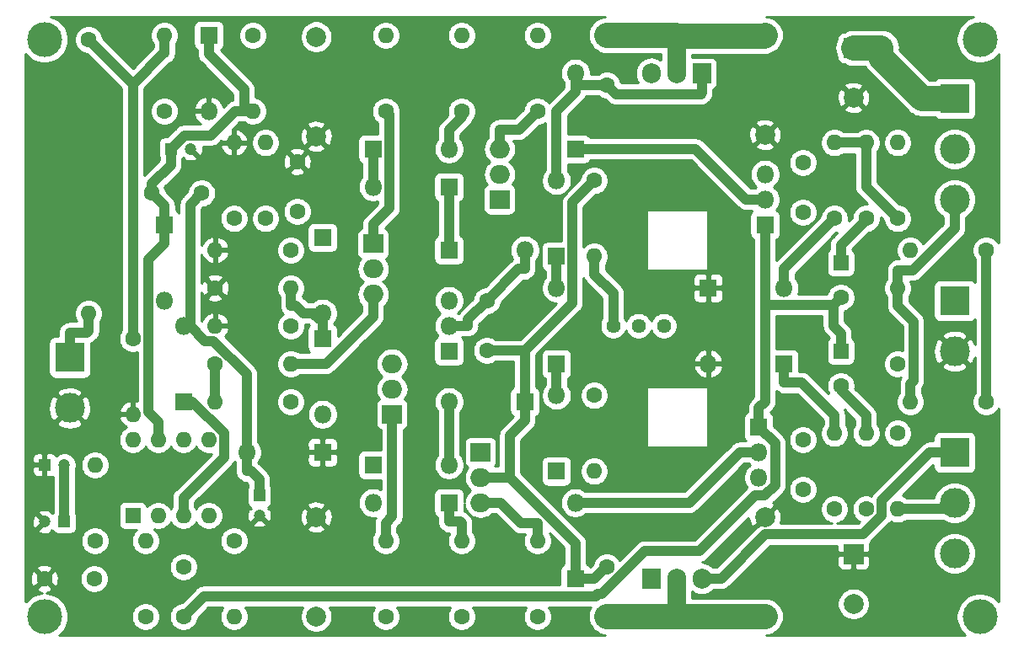
<source format=gbr>
%TF.GenerationSoftware,KiCad,Pcbnew,(5.1.9)-1*%
%TF.CreationDate,2021-06-08T11:17:56-03:00*%
%TF.ProjectId,amp1000,616d7031-3030-4302-9e6b-696361645f70,rev?*%
%TF.SameCoordinates,Original*%
%TF.FileFunction,Copper,L2,Bot*%
%TF.FilePolarity,Positive*%
%FSLAX46Y46*%
G04 Gerber Fmt 4.6, Leading zero omitted, Abs format (unit mm)*
G04 Created by KiCad (PCBNEW (5.1.9)-1) date 2021-06-08 11:17:56*
%MOMM*%
%LPD*%
G01*
G04 APERTURE LIST*
%TA.AperFunction,ComponentPad*%
%ADD10O,1.600000X1.600000*%
%TD*%
%TA.AperFunction,ComponentPad*%
%ADD11C,1.600000*%
%TD*%
%TA.AperFunction,ComponentPad*%
%ADD12R,1.600000X1.600000*%
%TD*%
%TA.AperFunction,ComponentPad*%
%ADD13C,1.440000*%
%TD*%
%TA.AperFunction,ComponentPad*%
%ADD14O,1.905000X2.000000*%
%TD*%
%TA.AperFunction,ComponentPad*%
%ADD15R,1.905000X2.000000*%
%TD*%
%TA.AperFunction,ComponentPad*%
%ADD16O,1.800000X1.800000*%
%TD*%
%TA.AperFunction,ComponentPad*%
%ADD17R,1.800000X1.800000*%
%TD*%
%TA.AperFunction,ComponentPad*%
%ADD18O,2.000000X1.905000*%
%TD*%
%TA.AperFunction,ComponentPad*%
%ADD19R,2.000000X1.905000*%
%TD*%
%TA.AperFunction,ComponentPad*%
%ADD20C,3.000000*%
%TD*%
%TA.AperFunction,ComponentPad*%
%ADD21R,3.000000X3.000000*%
%TD*%
%TA.AperFunction,ComponentPad*%
%ADD22C,2.000000*%
%TD*%
%TA.AperFunction,ComponentPad*%
%ADD23R,2.000000X2.000000*%
%TD*%
%TA.AperFunction,ComponentPad*%
%ADD24C,1.200000*%
%TD*%
%TA.AperFunction,ComponentPad*%
%ADD25R,1.200000X1.200000*%
%TD*%
%TA.AperFunction,ViaPad*%
%ADD26C,3.500000*%
%TD*%
%TA.AperFunction,Conductor*%
%ADD27C,1.000000*%
%TD*%
%TA.AperFunction,Conductor*%
%ADD28C,2.500000*%
%TD*%
%TA.AperFunction,Conductor*%
%ADD29C,1.904800*%
%TD*%
%TA.AperFunction,Conductor*%
%ADD30C,0.254000*%
%TD*%
%TA.AperFunction,Conductor*%
%ADD31C,0.100000*%
%TD*%
G04 APERTURE END LIST*
D10*
%TO.P,R31,2*%
%TO.N,/+basedriver*%
X169545000Y-104140000D03*
D11*
%TO.P,R31,1*%
%TO.N,/-basedriver*%
X177165000Y-104140000D03*
%TD*%
D10*
%TO.P,R30,2*%
%TO.N,/OUT*%
X169545000Y-88900000D03*
D11*
%TO.P,R30,1*%
%TO.N,/-basedriver*%
X177165000Y-88900000D03*
%TD*%
D10*
%TO.P,R29,2*%
%TO.N,/+basedriver*%
X168275000Y-92710000D03*
D11*
%TO.P,R29,1*%
%TO.N,/OUT*%
X168275000Y-100330000D03*
%TD*%
D10*
%TO.P,R28,2*%
%TO.N,/-PROTECTION_DC_OUT*%
X168275000Y-114935000D03*
D11*
%TO.P,R28,1*%
%TO.N,Net-(C14-Pad2)*%
X168275000Y-107315000D03*
%TD*%
D10*
%TO.P,R27,2*%
%TO.N,/+PROTECTION_DC_OUT*%
X168275000Y-78105000D03*
D11*
%TO.P,R27,1*%
%TO.N,Net-(C13-Pad1)*%
X168275000Y-85725000D03*
%TD*%
D10*
%TO.P,R26,2*%
%TO.N,Net-(C18-Pad2)*%
X165100000Y-107315000D03*
D11*
%TO.P,R26,1*%
%TO.N,Net-(C14-Pad2)*%
X165100000Y-114935000D03*
%TD*%
D10*
%TO.P,R25,2*%
%TO.N,Net-(C13-Pad1)*%
X165100000Y-78105000D03*
D11*
%TO.P,R25,1*%
%TO.N,Net-(C17-Pad1)*%
X165100000Y-85725000D03*
%TD*%
D10*
%TO.P,R24,2*%
%TO.N,Net-(D19-Pad1)*%
X161925000Y-107315000D03*
D11*
%TO.P,R24,1*%
%TO.N,Net-(C14-Pad2)*%
X161925000Y-114935000D03*
%TD*%
D10*
%TO.P,R23,2*%
%TO.N,Net-(C13-Pad1)*%
X161925000Y-78105000D03*
D11*
%TO.P,R23,1*%
%TO.N,Net-(D18-Pad2)*%
X161925000Y-85725000D03*
%TD*%
D10*
%TO.P,R22,2*%
%TO.N,Net-(R21-Pad3)*%
X137795000Y-89535000D03*
D11*
%TO.P,R22,1*%
%TO.N,Net-(C12-Pad1)*%
X137795000Y-81915000D03*
%TD*%
D10*
%TO.P,R20,2*%
%TO.N,Net-(D15-Pad1)*%
X137795000Y-111125000D03*
D11*
%TO.P,R20,1*%
%TO.N,Net-(Q5-Pad3)*%
X137795000Y-103505000D03*
%TD*%
D10*
%TO.P,R19,2*%
%TO.N,Net-(Q4-Pad3)*%
X132080000Y-118110000D03*
D11*
%TO.P,R19,1*%
%TO.N,/-B*%
X132080000Y-125730000D03*
%TD*%
D10*
%TO.P,R18,2*%
%TO.N,/+B*%
X132080000Y-67310000D03*
D11*
%TO.P,R18,1*%
%TO.N,Net-(Q3-Pad3)*%
X132080000Y-74930000D03*
%TD*%
D10*
%TO.P,R17,2*%
%TO.N,Net-(D10-Pad1)*%
X124460000Y-118110000D03*
D11*
%TO.P,R17,1*%
%TO.N,/-B*%
X124460000Y-125730000D03*
%TD*%
D10*
%TO.P,R16,2*%
%TO.N,Net-(R13-Pad1)*%
X99695000Y-104140000D03*
D11*
%TO.P,R16,1*%
%TO.N,Net-(Q2-Pad3)*%
X107315000Y-104140000D03*
%TD*%
D10*
%TO.P,R15,2*%
%TO.N,Net-(Q1-Pad3)*%
X107315000Y-100330000D03*
D11*
%TO.P,R15,1*%
%TO.N,Net-(R13-Pad1)*%
X99695000Y-100330000D03*
%TD*%
D10*
%TO.P,R14,2*%
%TO.N,/+B*%
X124460000Y-67310000D03*
D11*
%TO.P,R14,1*%
%TO.N,Net-(D7-Pad2)*%
X124460000Y-74930000D03*
%TD*%
D10*
%TO.P,R13,2*%
%TO.N,Earth*%
X99695000Y-96520000D03*
D11*
%TO.P,R13,1*%
%TO.N,Net-(R13-Pad1)*%
X107315000Y-96520000D03*
%TD*%
D10*
%TO.P,R12,2*%
%TO.N,Net-(D5-Pad2)*%
X107315000Y-92710000D03*
D11*
%TO.P,R12,1*%
%TO.N,Earth*%
X99695000Y-92710000D03*
%TD*%
D10*
%TO.P,R11,2*%
%TO.N,Net-(D6-Pad2)*%
X116840000Y-118110000D03*
D11*
%TO.P,R11,1*%
%TO.N,/-B*%
X116840000Y-125730000D03*
%TD*%
D10*
%TO.P,R10,2*%
%TO.N,/+B*%
X116840000Y-67310000D03*
D11*
%TO.P,R10,1*%
%TO.N,Net-(D5-Pad1)*%
X116840000Y-74930000D03*
%TD*%
D10*
%TO.P,R9,2*%
%TO.N,Net-(C7-Pad1)*%
X103505000Y-74930000D03*
D11*
%TO.P,R9,1*%
%TO.N,/+B*%
X103505000Y-67310000D03*
%TD*%
D10*
%TO.P,R8,2*%
%TO.N,/-B*%
X101600000Y-125730000D03*
D11*
%TO.P,R8,1*%
%TO.N,Net-(C8-Pad1)*%
X101600000Y-118110000D03*
%TD*%
D10*
%TO.P,R7,2*%
%TO.N,Net-(C5-Pad1)*%
X92710000Y-118110000D03*
D11*
%TO.P,R7,1*%
%TO.N,/OUT*%
X92710000Y-125730000D03*
%TD*%
D10*
%TO.P,R6,2*%
%TO.N,Net-(C3-Pad1)*%
X87630000Y-110490000D03*
D11*
%TO.P,R6,1*%
%TO.N,Net-(C5-Pad1)*%
X87630000Y-118110000D03*
%TD*%
D10*
%TO.P,R5,2*%
%TO.N,Earth*%
X99695000Y-88900000D03*
D11*
%TO.P,R5,1*%
%TO.N,Net-(D1-Pad2)*%
X107315000Y-88900000D03*
%TD*%
D10*
%TO.P,R4,2*%
%TO.N,Net-(C2-Pad2)*%
X104775000Y-78105000D03*
D11*
%TO.P,R4,1*%
%TO.N,Net-(D1-Pad2)*%
X104775000Y-85725000D03*
%TD*%
D10*
%TO.P,R3,2*%
%TO.N,Net-(C1-Pad1)*%
X94615000Y-67310000D03*
D11*
%TO.P,R3,1*%
%TO.N,Net-(C2-Pad2)*%
X94615000Y-74930000D03*
%TD*%
D10*
%TO.P,R2,2*%
%TO.N,Earth*%
X91440000Y-105410000D03*
D11*
%TO.P,R2,1*%
%TO.N,Net-(C1-Pad1)*%
X91440000Y-97790000D03*
%TD*%
D10*
%TO.P,R1,2*%
%TO.N,Earth*%
X101600000Y-78105000D03*
D11*
%TO.P,R1,1*%
%TO.N,Net-(C1-Pad2)*%
X101600000Y-85725000D03*
%TD*%
D10*
%TO.P,U1,8*%
%TO.N,Net-(U1-Pad8)*%
X91440000Y-107950000D03*
%TO.P,U1,4*%
%TO.N,Net-(C8-Pad1)*%
X99060000Y-115570000D03*
%TO.P,U1,7*%
%TO.N,Net-(C7-Pad1)*%
X93980000Y-107950000D03*
%TO.P,U1,3*%
%TO.N,Net-(D1-Pad2)*%
X96520000Y-115570000D03*
%TO.P,U1,6*%
%TO.N,Net-(D5-Pad2)*%
X96520000Y-107950000D03*
%TO.P,U1,2*%
%TO.N,Net-(C5-Pad1)*%
X93980000Y-115570000D03*
%TO.P,U1,5*%
%TO.N,Net-(U1-Pad5)*%
X99060000Y-107950000D03*
D12*
%TO.P,U1,1*%
%TO.N,Net-(U1-Pad1)*%
X91440000Y-115570000D03*
%TD*%
D13*
%TO.P,R21,3*%
%TO.N,Net-(R21-Pad3)*%
X139700000Y-96520000D03*
%TO.P,R21,2*%
%TO.N,Net-(Q5-Pad3)*%
X142240000Y-96520000D03*
%TO.P,R21,1*%
X144780000Y-96520000D03*
%TD*%
D14*
%TO.P,Q9,3*%
%TO.N,/-basedriver*%
X148590000Y-121920000D03*
%TO.P,Q9,2*%
%TO.N,/-B*%
X146050000Y-121920000D03*
D15*
%TO.P,Q9,1*%
%TO.N,Net-(C12-Pad1)*%
X143510000Y-121920000D03*
%TD*%
D14*
%TO.P,Q8,3*%
%TO.N,/+basedriver*%
X143510000Y-71120000D03*
%TO.P,Q8,2*%
%TO.N,/+B*%
X146050000Y-71120000D03*
D15*
%TO.P,Q8,1*%
%TO.N,Net-(C12-Pad2)*%
X148590000Y-71120000D03*
%TD*%
D16*
%TO.P,Q7,3*%
%TO.N,Net-(C14-Pad2)*%
X154305000Y-111760000D03*
%TO.P,Q7,2*%
%TO.N,Net-(C14-Pad1)*%
X154305000Y-109220000D03*
D17*
%TO.P,Q7,1*%
%TO.N,/OUT*%
X154305000Y-106680000D03*
%TD*%
D16*
%TO.P,Q6,3*%
%TO.N,Net-(C13-Pad1)*%
X154940000Y-81280000D03*
%TO.P,Q6,2*%
%TO.N,Net-(C13-Pad2)*%
X154940000Y-83820000D03*
D17*
%TO.P,Q6,1*%
%TO.N,/OUT*%
X154940000Y-86360000D03*
%TD*%
D16*
%TO.P,Q5,3*%
%TO.N,Net-(Q5-Pad3)*%
X123190000Y-93980000D03*
%TO.P,Q5,2*%
%TO.N,Net-(C12-Pad2)*%
X123190000Y-96520000D03*
D17*
%TO.P,Q5,1*%
%TO.N,Net-(C12-Pad1)*%
X123190000Y-99060000D03*
%TD*%
D18*
%TO.P,Q4,3*%
%TO.N,Net-(Q4-Pad3)*%
X126365000Y-114300000D03*
%TO.P,Q4,2*%
%TO.N,Net-(C12-Pad1)*%
X126365000Y-111760000D03*
D19*
%TO.P,Q4,1*%
%TO.N,Net-(D10-Pad2)*%
X126365000Y-109220000D03*
%TD*%
D18*
%TO.P,Q3,3*%
%TO.N,Net-(Q3-Pad3)*%
X128270000Y-78740000D03*
%TO.P,Q3,2*%
%TO.N,Net-(C12-Pad2)*%
X128270000Y-81280000D03*
D19*
%TO.P,Q3,1*%
%TO.N,Net-(D7-Pad1)*%
X128270000Y-83820000D03*
%TD*%
D18*
%TO.P,Q2,3*%
%TO.N,Net-(Q2-Pad3)*%
X117475000Y-100330000D03*
%TO.P,Q2,2*%
%TO.N,Net-(D12-Pad2)*%
X117475000Y-102870000D03*
D19*
%TO.P,Q2,1*%
%TO.N,Net-(D6-Pad2)*%
X117475000Y-105410000D03*
%TD*%
D18*
%TO.P,Q1,3*%
%TO.N,Net-(Q1-Pad3)*%
X115570000Y-93345000D03*
%TO.P,Q1,2*%
%TO.N,Net-(D11-Pad1)*%
X115570000Y-90805000D03*
D19*
%TO.P,Q1,1*%
%TO.N,Net-(D5-Pad1)*%
X115570000Y-88265000D03*
%TD*%
D20*
%TO.P,J4,3*%
%TO.N,/-B*%
X173990000Y-119380000D03*
%TO.P,J4,2*%
%TO.N,/-PROTECTION_DC_OUT*%
X173990000Y-114300000D03*
D21*
%TO.P,J4,1*%
%TO.N,/-basedriver*%
X173990000Y-109220000D03*
%TD*%
D20*
%TO.P,J3,2*%
%TO.N,Earth*%
X173990000Y-99060000D03*
D21*
%TO.P,J3,1*%
%TO.N,/OUT*%
X173990000Y-93980000D03*
%TD*%
D20*
%TO.P,J2,3*%
%TO.N,/+basedriver*%
X173990000Y-83820000D03*
%TO.P,J2,2*%
%TO.N,/+PROTECTION_DC_OUT*%
X173990000Y-78740000D03*
D21*
%TO.P,J2,1*%
%TO.N,/+B*%
X173990000Y-73660000D03*
%TD*%
D20*
%TO.P,J1,2*%
%TO.N,Earth*%
X85090000Y-104775000D03*
D21*
%TO.P,J1,1*%
%TO.N,Net-(C1-Pad2)*%
X85090000Y-99695000D03*
%TD*%
D16*
%TO.P,D19,2*%
%TO.N,Earth*%
X149225000Y-100330000D03*
D17*
%TO.P,D19,1*%
%TO.N,Net-(D19-Pad1)*%
X156845000Y-100330000D03*
%TD*%
D16*
%TO.P,D18,2*%
%TO.N,Net-(D18-Pad2)*%
X156845000Y-92710000D03*
D17*
%TO.P,D18,1*%
%TO.N,Earth*%
X149225000Y-92710000D03*
%TD*%
D16*
%TO.P,D17,2*%
%TO.N,Net-(C14-Pad1)*%
X135890000Y-114300000D03*
D17*
%TO.P,D17,1*%
%TO.N,Net-(C12-Pad1)*%
X135890000Y-121920000D03*
%TD*%
D16*
%TO.P,D16,2*%
%TO.N,Net-(C12-Pad2)*%
X135890000Y-71120000D03*
D17*
%TO.P,D16,1*%
%TO.N,Net-(C13-Pad2)*%
X135890000Y-78740000D03*
%TD*%
D16*
%TO.P,D15,2*%
%TO.N,Net-(D14-Pad1)*%
X133985000Y-103505000D03*
D17*
%TO.P,D15,1*%
%TO.N,Net-(D15-Pad1)*%
X133985000Y-111125000D03*
%TD*%
D16*
%TO.P,D14,2*%
%TO.N,Net-(D13-Pad1)*%
X133985000Y-92710000D03*
D17*
%TO.P,D14,1*%
%TO.N,Net-(D14-Pad1)*%
X133985000Y-100330000D03*
%TD*%
D16*
%TO.P,D13,2*%
%TO.N,Net-(C12-Pad2)*%
X133985000Y-81915000D03*
D17*
%TO.P,D13,1*%
%TO.N,Net-(D13-Pad1)*%
X133985000Y-89535000D03*
%TD*%
D16*
%TO.P,D12,2*%
%TO.N,Net-(D12-Pad2)*%
X123190000Y-104140000D03*
D17*
%TO.P,D12,1*%
%TO.N,Net-(C12-Pad1)*%
X130810000Y-104140000D03*
%TD*%
D16*
%TO.P,D11,2*%
%TO.N,Net-(C12-Pad2)*%
X130810000Y-88900000D03*
D17*
%TO.P,D11,1*%
%TO.N,Net-(D11-Pad1)*%
X123190000Y-88900000D03*
%TD*%
D16*
%TO.P,D10,2*%
%TO.N,Net-(D10-Pad2)*%
X115570000Y-114300000D03*
D17*
%TO.P,D10,1*%
%TO.N,Net-(D10-Pad1)*%
X123190000Y-114300000D03*
%TD*%
D16*
%TO.P,D9,2*%
%TO.N,Net-(D12-Pad2)*%
X123190000Y-110490000D03*
D17*
%TO.P,D9,1*%
%TO.N,Net-(D10-Pad2)*%
X115570000Y-110490000D03*
%TD*%
D16*
%TO.P,D8,2*%
%TO.N,Net-(D7-Pad1)*%
X115570000Y-82550000D03*
D17*
%TO.P,D8,1*%
%TO.N,Net-(D11-Pad1)*%
X123190000Y-82550000D03*
%TD*%
D16*
%TO.P,D7,2*%
%TO.N,Net-(D7-Pad2)*%
X123190000Y-78740000D03*
D17*
%TO.P,D7,1*%
%TO.N,Net-(D7-Pad1)*%
X115570000Y-78740000D03*
%TD*%
D16*
%TO.P,D6,2*%
%TO.N,Net-(D6-Pad2)*%
X110490000Y-105410000D03*
D17*
%TO.P,D6,1*%
%TO.N,Net-(D5-Pad2)*%
X110490000Y-97790000D03*
%TD*%
D16*
%TO.P,D5,2*%
%TO.N,Net-(D5-Pad2)*%
X110490000Y-95250000D03*
D17*
%TO.P,D5,1*%
%TO.N,Net-(D5-Pad1)*%
X110490000Y-87630000D03*
%TD*%
D16*
%TO.P,D4,2*%
%TO.N,Earth*%
X99060000Y-74930000D03*
D17*
%TO.P,D4,1*%
%TO.N,Net-(C7-Pad1)*%
X99060000Y-67310000D03*
%TD*%
D16*
%TO.P,D3,2*%
%TO.N,Net-(C8-Pad1)*%
X102870000Y-109220000D03*
D17*
%TO.P,D3,1*%
%TO.N,Earth*%
X110490000Y-109220000D03*
%TD*%
D16*
%TO.P,D2,2*%
%TO.N,Net-(C8-Pad1)*%
X96520000Y-96520000D03*
D17*
%TO.P,D2,1*%
%TO.N,Net-(D1-Pad2)*%
X96520000Y-104140000D03*
%TD*%
D16*
%TO.P,D1,2*%
%TO.N,Net-(D1-Pad2)*%
X94615000Y-93980000D03*
D17*
%TO.P,D1,1*%
%TO.N,Net-(C7-Pad1)*%
X94615000Y-86360000D03*
%TD*%
D22*
%TO.P,C22,2*%
%TO.N,Earth*%
X163830000Y-73580000D03*
D23*
%TO.P,C22,1*%
%TO.N,/+B*%
X163830000Y-68580000D03*
%TD*%
D22*
%TO.P,C21,2*%
%TO.N,/-B*%
X163830000Y-124460000D03*
D23*
%TO.P,C21,1*%
%TO.N,Earth*%
X163830000Y-119460000D03*
%TD*%
D22*
%TO.P,C20,2*%
%TO.N,Earth*%
X154940000Y-115730000D03*
%TO.P,C20,1*%
%TO.N,/-B*%
X154940000Y-125730000D03*
%TD*%
%TO.P,C19,2*%
%TO.N,Earth*%
X154940000Y-77310000D03*
%TO.P,C19,1*%
%TO.N,/+B*%
X154940000Y-67310000D03*
%TD*%
D11*
%TO.P,C18,2*%
%TO.N,Net-(C18-Pad2)*%
X162560000Y-102560000D03*
D12*
%TO.P,C18,1*%
%TO.N,/OUT*%
X162560000Y-99060000D03*
%TD*%
D11*
%TO.P,C17,2*%
%TO.N,/OUT*%
X162560000Y-93670000D03*
D12*
%TO.P,C17,1*%
%TO.N,Net-(C17-Pad1)*%
X162560000Y-90170000D03*
%TD*%
D11*
%TO.P,C16,2*%
%TO.N,Net-(C12-Pad2)*%
X139065000Y-72310000D03*
%TO.P,C16,1*%
%TO.N,/+B*%
X139065000Y-67310000D03*
%TD*%
%TO.P,C15,2*%
%TO.N,Net-(C12-Pad1)*%
X139065000Y-120730000D03*
%TO.P,C15,1*%
%TO.N,/-B*%
X139065000Y-125730000D03*
%TD*%
%TO.P,C14,2*%
%TO.N,Net-(C14-Pad2)*%
X158750000Y-112950000D03*
%TO.P,C14,1*%
%TO.N,Net-(C14-Pad1)*%
X158750000Y-107950000D03*
%TD*%
%TO.P,C13,2*%
%TO.N,Net-(C13-Pad2)*%
X158750000Y-85090000D03*
%TO.P,C13,1*%
%TO.N,Net-(C13-Pad1)*%
X158750000Y-80090000D03*
%TD*%
%TO.P,C12,2*%
%TO.N,Net-(C12-Pad2)*%
X127000000Y-93980000D03*
%TO.P,C12,1*%
%TO.N,Net-(C12-Pad1)*%
X127000000Y-98980000D03*
%TD*%
D22*
%TO.P,C11,2*%
%TO.N,Earth*%
X109855000Y-77470000D03*
%TO.P,C11,1*%
%TO.N,/+B*%
X109855000Y-67470000D03*
%TD*%
%TO.P,C10,2*%
%TO.N,Earth*%
X109855000Y-115730000D03*
%TO.P,C10,1*%
%TO.N,/-B*%
X109855000Y-125730000D03*
%TD*%
D24*
%TO.P,C9,2*%
%TO.N,Earth*%
X104140000Y-115570000D03*
D25*
%TO.P,C9,1*%
%TO.N,Net-(C8-Pad1)*%
X104140000Y-113570000D03*
%TD*%
D11*
%TO.P,C8,2*%
%TO.N,Net-(C7-Pad1)*%
X93345000Y-83185000D03*
%TO.P,C8,1*%
%TO.N,Net-(C8-Pad1)*%
X98345000Y-83185000D03*
%TD*%
D24*
%TO.P,C7,2*%
%TO.N,Earth*%
X97250000Y-78740000D03*
D25*
%TO.P,C7,1*%
%TO.N,Net-(C7-Pad1)*%
X95250000Y-78740000D03*
%TD*%
D11*
%TO.P,C6,2*%
%TO.N,Net-(C3-Pad1)*%
X87550000Y-121920000D03*
%TO.P,C6,1*%
%TO.N,Earth*%
X82550000Y-121920000D03*
%TD*%
%TO.P,C5,2*%
%TO.N,/OUT*%
X96520000Y-125730000D03*
%TO.P,C5,1*%
%TO.N,Net-(C5-Pad1)*%
X96520000Y-120730000D03*
%TD*%
D24*
%TO.P,C4,2*%
%TO.N,Net-(C3-Pad1)*%
X84550000Y-110490000D03*
D25*
%TO.P,C4,1*%
%TO.N,Earth*%
X82550000Y-110490000D03*
%TD*%
D24*
%TO.P,C3,2*%
%TO.N,Earth*%
X82550000Y-116205000D03*
D25*
%TO.P,C3,1*%
%TO.N,Net-(C3-Pad1)*%
X84550000Y-116205000D03*
%TD*%
D11*
%TO.P,C2,2*%
%TO.N,Net-(C2-Pad2)*%
X107950000Y-85010000D03*
%TO.P,C2,1*%
%TO.N,Earth*%
X107950000Y-80010000D03*
%TD*%
D10*
%TO.P,C1,2*%
%TO.N,Net-(C1-Pad2)*%
X86995000Y-95250000D03*
D11*
%TO.P,C1,1*%
%TO.N,Net-(C1-Pad1)*%
X86995000Y-67750000D03*
%TD*%
D26*
%TO.N,*%
X82550000Y-125730000D03*
X82550000Y-67730000D03*
X176530000Y-67730000D03*
X176530000Y-125730000D03*
%TD*%
D27*
%TO.N,Net-(C1-Pad2)*%
X85090000Y-99695000D02*
X85090000Y-97195000D01*
X86995000Y-95250000D02*
X86995000Y-97050000D01*
X86995000Y-97050000D02*
X86850000Y-97195000D01*
X86850000Y-97195000D02*
X85090000Y-97195000D01*
%TO.N,Net-(C1-Pad1)*%
X94615000Y-67310000D02*
X94615000Y-69110000D01*
X91440000Y-72195000D02*
X86995000Y-67750000D01*
X91440000Y-97790000D02*
X91440000Y-72195000D01*
X91440000Y-72195000D02*
X94525000Y-69110000D01*
X94525000Y-69110000D02*
X94615000Y-69110000D01*
%TO.N,Net-(C3-Pad1)*%
X84550000Y-116205000D02*
X84550000Y-110490000D01*
%TO.N,/OUT*%
X161807200Y-94422800D02*
X162560000Y-93670000D01*
X154940000Y-94422800D02*
X161807200Y-94422800D01*
X161807200Y-94422800D02*
X161807200Y-96507200D01*
X161807200Y-96507200D02*
X162560000Y-97260000D01*
X162560000Y-99060000D02*
X162560000Y-97260000D01*
X154940000Y-94422800D02*
X154940000Y-104145000D01*
X154940000Y-104145000D02*
X154305000Y-104780000D01*
X154940000Y-86360000D02*
X154940000Y-94422800D01*
X154305000Y-106680000D02*
X155958300Y-108333300D01*
X155958300Y-108333300D02*
X155958300Y-112499300D01*
X155958300Y-112499300D02*
X154905500Y-113552100D01*
X154905500Y-113552100D02*
X153962600Y-113552100D01*
X153962600Y-113552100D02*
X148335100Y-119179600D01*
X148335100Y-119179600D02*
X142826600Y-119179600D01*
X142826600Y-119179600D02*
X138526500Y-123479700D01*
X138526500Y-123479700D02*
X138132900Y-123479700D01*
X138132900Y-123479700D02*
X137915800Y-123696800D01*
X137915800Y-123696800D02*
X98553200Y-123696800D01*
X98553200Y-123696800D02*
X96520000Y-125730000D01*
X154305000Y-106680000D02*
X154305000Y-104780000D01*
%TO.N,Net-(C7-Pad1)*%
X95250000Y-78740000D02*
X95250000Y-80340000D01*
X95250000Y-80340000D02*
X93345000Y-82245000D01*
X93345000Y-82245000D02*
X93345000Y-83185000D01*
X101705000Y-74930000D02*
X99269400Y-77365600D01*
X99269400Y-77365600D02*
X96624400Y-77365600D01*
X96624400Y-77365600D02*
X95250000Y-78740000D01*
X99060000Y-67310000D02*
X99060000Y-69210000D01*
X102605000Y-74930000D02*
X102605000Y-72755000D01*
X102605000Y-72755000D02*
X99060000Y-69210000D01*
X102605000Y-74930000D02*
X101705000Y-74930000D01*
X103505000Y-74930000D02*
X102605000Y-74930000D01*
X94615000Y-86360000D02*
X94615000Y-88260000D01*
X93980000Y-107950000D02*
X93980000Y-106150000D01*
X93980000Y-106150000D02*
X93014600Y-105184600D01*
X93014600Y-105184600D02*
X93014600Y-89860400D01*
X93014600Y-89860400D02*
X94615000Y-88260000D01*
X93345000Y-83185000D02*
X94615000Y-84455000D01*
X94615000Y-84455000D02*
X94615000Y-86360000D01*
%TO.N,Net-(C8-Pad1)*%
X102870000Y-109220000D02*
X102870000Y-111120000D01*
X104140000Y-113570000D02*
X104140000Y-111970000D01*
X104140000Y-111970000D02*
X103290000Y-111120000D01*
X103290000Y-111120000D02*
X102870000Y-111120000D01*
X97205000Y-96520000D02*
X97205000Y-84325000D01*
X97205000Y-84325000D02*
X98345000Y-83185000D01*
X102870000Y-109220000D02*
X102870000Y-101363300D01*
X102870000Y-101363300D02*
X99527100Y-98020400D01*
X99527100Y-98020400D02*
X98705400Y-98020400D01*
X98705400Y-98020400D02*
X97205000Y-96520000D01*
X97205000Y-96520000D02*
X96520000Y-96520000D01*
D28*
%TO.N,/-B*%
X146050000Y-125730000D02*
X139065000Y-125730000D01*
X154940000Y-125730000D02*
X146050000Y-125730000D01*
D29*
X146050000Y-125730000D02*
X146050000Y-121920000D01*
%TO.N,/+B*%
X146050000Y-67384800D02*
X146050000Y-71120000D01*
D28*
X146050000Y-67384800D02*
X154865200Y-67384800D01*
X154865200Y-67384800D02*
X154940000Y-67310000D01*
X139065000Y-67310000D02*
X145975200Y-67310000D01*
X145975200Y-67310000D02*
X146050000Y-67384800D01*
X163830000Y-68580000D02*
X166580300Y-68580000D01*
X173990000Y-73660000D02*
X170739700Y-73660000D01*
X166580300Y-68580000D02*
X166580300Y-69500600D01*
X166580300Y-69500600D02*
X170739700Y-73660000D01*
D27*
%TO.N,Net-(C12-Pad2)*%
X123190000Y-96520000D02*
X125090000Y-96520000D01*
X127000000Y-93980000D02*
X125090000Y-95890000D01*
X125090000Y-95890000D02*
X125090000Y-96520000D01*
X130810000Y-90800000D02*
X130180000Y-90800000D01*
X130180000Y-90800000D02*
X127000000Y-93980000D01*
X139065000Y-72310000D02*
X139964400Y-73209400D01*
X139964400Y-73209400D02*
X148500600Y-73209400D01*
X148500600Y-73209400D02*
X148590000Y-73120000D01*
X139065000Y-72310000D02*
X135890000Y-72310000D01*
X148590000Y-71120000D02*
X148590000Y-73120000D01*
X135890000Y-72310000D02*
X135890000Y-73020000D01*
X135890000Y-71120000D02*
X135890000Y-72310000D01*
X133985000Y-81915000D02*
X133985000Y-74925000D01*
X133985000Y-74925000D02*
X135890000Y-73020000D01*
X130810000Y-88900000D02*
X130810000Y-90800000D01*
%TO.N,Net-(C12-Pad1)*%
X130810000Y-98980000D02*
X135585400Y-94204600D01*
X135585400Y-94204600D02*
X135585400Y-84124600D01*
X135585400Y-84124600D02*
X137795000Y-81915000D01*
X130810000Y-103190000D02*
X130810000Y-98980000D01*
X127000000Y-98980000D02*
X130810000Y-98980000D01*
X130810000Y-104140000D02*
X130810000Y-103190000D01*
X129304100Y-111758300D02*
X135890000Y-118344200D01*
X135890000Y-118344200D02*
X135890000Y-121920000D01*
X127519400Y-111760000D02*
X127521100Y-111758300D01*
X127521100Y-111758300D02*
X129304100Y-111758300D01*
X129304100Y-111758300D02*
X129304100Y-107545900D01*
X129304100Y-107545900D02*
X130810000Y-106040000D01*
X126365000Y-111760000D02*
X127519400Y-111760000D01*
X130810000Y-104140000D02*
X130810000Y-106040000D01*
X135890000Y-121920000D02*
X137790000Y-121920000D01*
X139065000Y-120730000D02*
X138980000Y-120730000D01*
X138980000Y-120730000D02*
X137790000Y-121920000D01*
%TO.N,Net-(C13-Pad2)*%
X154940000Y-83820000D02*
X153040000Y-83820000D01*
X153040000Y-83820000D02*
X147960000Y-78740000D01*
X147960000Y-78740000D02*
X135890000Y-78740000D01*
%TO.N,Net-(C13-Pad1)*%
X165100000Y-78105000D02*
X165100000Y-82550000D01*
X165100000Y-82550000D02*
X168275000Y-85725000D01*
X161925000Y-78105000D02*
X165100000Y-78105000D01*
%TO.N,Net-(C14-Pad1)*%
X154305000Y-109220000D02*
X152405000Y-109220000D01*
X152405000Y-109220000D02*
X147325000Y-114300000D01*
X147325000Y-114300000D02*
X135890000Y-114300000D01*
%TO.N,Net-(C17-Pad1)*%
X162560000Y-90170000D02*
X162560000Y-88370000D01*
X162560000Y-88370000D02*
X165100000Y-85830000D01*
X165100000Y-85830000D02*
X165100000Y-85725000D01*
%TO.N,Net-(C18-Pad2)*%
X165100000Y-107315000D02*
X165100000Y-105515000D01*
X162560000Y-102560000D02*
X162560000Y-102975000D01*
X162560000Y-102975000D02*
X165100000Y-105515000D01*
%TO.N,Net-(D1-Pad2)*%
X96520000Y-115570000D02*
X96520000Y-113770000D01*
X96520000Y-104140000D02*
X97418800Y-104140000D01*
X97418800Y-104140000D02*
X100582200Y-107303400D01*
X100582200Y-107303400D02*
X100582200Y-109707800D01*
X100582200Y-109707800D02*
X96520000Y-113770000D01*
%TO.N,Net-(D5-Pad2)*%
X110490000Y-97790000D02*
X110490000Y-95890000D01*
X109540000Y-95250000D02*
X110180000Y-95890000D01*
X110180000Y-95890000D02*
X110490000Y-95890000D01*
X109540000Y-95250000D02*
X108590000Y-95250000D01*
X110490000Y-95250000D02*
X109540000Y-95250000D01*
X107315000Y-92710000D02*
X107315000Y-94510000D01*
X108590000Y-95250000D02*
X107850000Y-94510000D01*
X107850000Y-94510000D02*
X107315000Y-94510000D01*
%TO.N,Net-(D5-Pad1)*%
X115570000Y-88265000D02*
X115570000Y-86312500D01*
X115570000Y-86312500D02*
X117170500Y-84712000D01*
X117170500Y-84712000D02*
X117170500Y-75260500D01*
X117170500Y-75260500D02*
X116840000Y-74930000D01*
%TO.N,Net-(D6-Pad2)*%
X116840000Y-118110000D02*
X116840000Y-116310000D01*
X117475000Y-105410000D02*
X117475000Y-115675000D01*
X117475000Y-115675000D02*
X116840000Y-116310000D01*
%TO.N,Net-(D7-Pad2)*%
X123190000Y-78740000D02*
X123190000Y-76840000D01*
X123190000Y-76840000D02*
X124460000Y-75570000D01*
X124460000Y-75570000D02*
X124460000Y-74930000D01*
%TO.N,Net-(D7-Pad1)*%
X115570000Y-78740000D02*
X115570000Y-82550000D01*
%TO.N,Net-(D11-Pad1)*%
X123190000Y-82550000D02*
X123190000Y-88900000D01*
%TO.N,Net-(D12-Pad2)*%
X123190000Y-110490000D02*
X123190000Y-104140000D01*
%TO.N,Net-(D10-Pad1)*%
X123190000Y-114300000D02*
X123190000Y-116200000D01*
X124460000Y-118110000D02*
X124460000Y-116310000D01*
X123190000Y-116200000D02*
X124350000Y-116200000D01*
X124350000Y-116200000D02*
X124460000Y-116310000D01*
%TO.N,Net-(D13-Pad1)*%
X133985000Y-89535000D02*
X133985000Y-92710000D01*
%TO.N,Net-(D14-Pad1)*%
X133985000Y-100330000D02*
X133985000Y-103505000D01*
%TO.N,Net-(D18-Pad2)*%
X156845000Y-92710000D02*
X156845000Y-90805000D01*
X156845000Y-90805000D02*
X161925000Y-85725000D01*
%TO.N,Net-(D19-Pad1)*%
X156845000Y-100330000D02*
X156845000Y-102230000D01*
X161925000Y-107315000D02*
X161925000Y-105515000D01*
X156845000Y-102230000D02*
X158640000Y-102230000D01*
X158640000Y-102230000D02*
X161925000Y-105515000D01*
%TO.N,/+basedriver*%
X168275000Y-92710000D02*
X168275000Y-90910000D01*
X173990000Y-83820000D02*
X173990000Y-86731400D01*
X173990000Y-86731400D02*
X169811400Y-90910000D01*
X169811400Y-90910000D02*
X168275000Y-90910000D01*
X169545000Y-104140000D02*
X169545000Y-102340000D01*
X168275000Y-92710000D02*
X168275000Y-94510000D01*
X168275000Y-94510000D02*
X169866300Y-96101300D01*
X169866300Y-96101300D02*
X169866300Y-102018700D01*
X169866300Y-102018700D02*
X169545000Y-102340000D01*
%TO.N,/-PROTECTION_DC_OUT*%
X173990000Y-114300000D02*
X173355000Y-114935000D01*
X173355000Y-114935000D02*
X168275000Y-114935000D01*
%TO.N,/-basedriver*%
X148590000Y-121920000D02*
X150542500Y-121920000D01*
X173990000Y-109220000D02*
X171490000Y-109220000D01*
X171490000Y-109220000D02*
X166687500Y-114022500D01*
X166687500Y-114022500D02*
X166687500Y-115542000D01*
X166687500Y-115542000D02*
X164749100Y-117480400D01*
X164749100Y-117480400D02*
X154982100Y-117480400D01*
X154982100Y-117480400D02*
X150542500Y-121920000D01*
X177165000Y-88900000D02*
X177165000Y-104140000D01*
%TO.N,Net-(Q1-Pad3)*%
X115570000Y-93345000D02*
X115570000Y-95589700D01*
X115570000Y-95589700D02*
X110829700Y-100330000D01*
X110829700Y-100330000D02*
X107315000Y-100330000D01*
%TO.N,Net-(Q3-Pad3)*%
X128270000Y-78740000D02*
X128270000Y-76787500D01*
X128270000Y-76787500D02*
X130222500Y-76787500D01*
X130222500Y-76787500D02*
X132080000Y-74930000D01*
%TO.N,Net-(Q4-Pad3)*%
X132080000Y-118110000D02*
X132080000Y-116310000D01*
X126365000Y-114300000D02*
X128365000Y-114300000D01*
X128365000Y-114300000D02*
X130375000Y-116310000D01*
X130375000Y-116310000D02*
X132080000Y-116310000D01*
%TO.N,Net-(R13-Pad1)*%
X99695000Y-100330000D02*
X99695000Y-104140000D01*
%TO.N,Net-(R21-Pad3)*%
X137795000Y-89535000D02*
X137795000Y-91335000D01*
X139700000Y-96520000D02*
X139700000Y-93240000D01*
X139700000Y-93240000D02*
X137795000Y-91335000D01*
%TD*%
D30*
%TO.N,Earth*%
X175834321Y-65436654D02*
X175400279Y-65616440D01*
X175009651Y-65877450D01*
X174677450Y-66209651D01*
X174416440Y-66600279D01*
X174236654Y-67034321D01*
X174145000Y-67495098D01*
X174145000Y-67964902D01*
X174236654Y-68425679D01*
X174416440Y-68859721D01*
X174677450Y-69250349D01*
X175009651Y-69582550D01*
X175400279Y-69843560D01*
X175834321Y-70023346D01*
X176295098Y-70115000D01*
X176764902Y-70115000D01*
X177225679Y-70023346D01*
X177659721Y-69843560D01*
X178050349Y-69582550D01*
X178382550Y-69250349D01*
X178410000Y-69209267D01*
X178410000Y-88180344D01*
X178279637Y-87985241D01*
X178079759Y-87785363D01*
X177844727Y-87628320D01*
X177583574Y-87520147D01*
X177306335Y-87465000D01*
X177023665Y-87465000D01*
X176746426Y-87520147D01*
X176485273Y-87628320D01*
X176250241Y-87785363D01*
X176050363Y-87985241D01*
X175893320Y-88220273D01*
X175785147Y-88481426D01*
X175730000Y-88758665D01*
X175730000Y-89041335D01*
X175785147Y-89318574D01*
X175893320Y-89579727D01*
X176030000Y-89784284D01*
X176030000Y-92143210D01*
X176020537Y-92125506D01*
X175941185Y-92028815D01*
X175844494Y-91949463D01*
X175734180Y-91890498D01*
X175614482Y-91854188D01*
X175490000Y-91841928D01*
X172490000Y-91841928D01*
X172365518Y-91854188D01*
X172245820Y-91890498D01*
X172135506Y-91949463D01*
X172038815Y-92028815D01*
X171959463Y-92125506D01*
X171900498Y-92235820D01*
X171864188Y-92355518D01*
X171851928Y-92480000D01*
X171851928Y-95480000D01*
X171864188Y-95604482D01*
X171900498Y-95724180D01*
X171959463Y-95834494D01*
X172038815Y-95931185D01*
X172135506Y-96010537D01*
X172245820Y-96069502D01*
X172365518Y-96105812D01*
X172490000Y-96118072D01*
X175490000Y-96118072D01*
X175614482Y-96105812D01*
X175734180Y-96069502D01*
X175844494Y-96010537D01*
X175941185Y-95931185D01*
X176020537Y-95834494D01*
X176030000Y-95816789D01*
X176030001Y-98429440D01*
X175955243Y-98199617D01*
X175797214Y-97903962D01*
X175481653Y-97747952D01*
X174169605Y-99060000D01*
X175481653Y-100372048D01*
X175797214Y-100216038D01*
X175988020Y-99841255D01*
X176030001Y-99692216D01*
X176030001Y-103255715D01*
X175893320Y-103460273D01*
X175785147Y-103721426D01*
X175730000Y-103998665D01*
X175730000Y-104281335D01*
X175785147Y-104558574D01*
X175893320Y-104819727D01*
X176050363Y-105054759D01*
X176250241Y-105254637D01*
X176485273Y-105411680D01*
X176746426Y-105519853D01*
X177023665Y-105575000D01*
X177306335Y-105575000D01*
X177583574Y-105519853D01*
X177844727Y-105411680D01*
X178079759Y-105254637D01*
X178279637Y-105054759D01*
X178410001Y-104859656D01*
X178410001Y-124250734D01*
X178382550Y-124209651D01*
X178050349Y-123877450D01*
X177659721Y-123616440D01*
X177225679Y-123436654D01*
X176764902Y-123345000D01*
X176295098Y-123345000D01*
X175834321Y-123436654D01*
X175400279Y-123616440D01*
X175009651Y-123877450D01*
X174677450Y-124209651D01*
X174416440Y-124600279D01*
X174236654Y-125034321D01*
X174145000Y-125495098D01*
X174145000Y-125964902D01*
X174236654Y-126425679D01*
X174416440Y-126859721D01*
X174677450Y-127250349D01*
X175009651Y-127582550D01*
X175050733Y-127610000D01*
X155083363Y-127610000D01*
X155309524Y-127587725D01*
X155664848Y-127479939D01*
X155992317Y-127304903D01*
X156279345Y-127069345D01*
X156514903Y-126782317D01*
X156689939Y-126454848D01*
X156797725Y-126099524D01*
X156834120Y-125730000D01*
X156797725Y-125360476D01*
X156689939Y-125005152D01*
X156514903Y-124677683D01*
X156279345Y-124390655D01*
X156167623Y-124298967D01*
X162195000Y-124298967D01*
X162195000Y-124621033D01*
X162257832Y-124936912D01*
X162381082Y-125234463D01*
X162560013Y-125502252D01*
X162787748Y-125729987D01*
X163055537Y-125908918D01*
X163353088Y-126032168D01*
X163668967Y-126095000D01*
X163991033Y-126095000D01*
X164306912Y-126032168D01*
X164604463Y-125908918D01*
X164872252Y-125729987D01*
X165099987Y-125502252D01*
X165278918Y-125234463D01*
X165402168Y-124936912D01*
X165465000Y-124621033D01*
X165465000Y-124298967D01*
X165402168Y-123983088D01*
X165278918Y-123685537D01*
X165099987Y-123417748D01*
X164872252Y-123190013D01*
X164604463Y-123011082D01*
X164306912Y-122887832D01*
X163991033Y-122825000D01*
X163668967Y-122825000D01*
X163353088Y-122887832D01*
X163055537Y-123011082D01*
X162787748Y-123190013D01*
X162560013Y-123417748D01*
X162381082Y-123685537D01*
X162257832Y-123983088D01*
X162195000Y-124298967D01*
X156167623Y-124298967D01*
X155992317Y-124155097D01*
X155664848Y-123980061D01*
X155309524Y-123872275D01*
X155032597Y-123845000D01*
X147637400Y-123845000D01*
X147637400Y-123239380D01*
X147703766Y-123293845D01*
X147979552Y-123441255D01*
X148278797Y-123532030D01*
X148590000Y-123562681D01*
X148901204Y-123532030D01*
X149200449Y-123441255D01*
X149476235Y-123293845D01*
X149717963Y-123095463D01*
X149751170Y-123055000D01*
X150486749Y-123055000D01*
X150542500Y-123060491D01*
X150598251Y-123055000D01*
X150598252Y-123055000D01*
X150764999Y-123038577D01*
X150978947Y-122973676D01*
X151176123Y-122868284D01*
X151348949Y-122726449D01*
X151384496Y-122683135D01*
X153607632Y-120460000D01*
X162191928Y-120460000D01*
X162204188Y-120584482D01*
X162240498Y-120704180D01*
X162299463Y-120814494D01*
X162378815Y-120911185D01*
X162475506Y-120990537D01*
X162585820Y-121049502D01*
X162705518Y-121085812D01*
X162830000Y-121098072D01*
X163544250Y-121095000D01*
X163703000Y-120936250D01*
X163703000Y-119587000D01*
X163957000Y-119587000D01*
X163957000Y-120936250D01*
X164115750Y-121095000D01*
X164830000Y-121098072D01*
X164954482Y-121085812D01*
X165074180Y-121049502D01*
X165184494Y-120990537D01*
X165281185Y-120911185D01*
X165360537Y-120814494D01*
X165419502Y-120704180D01*
X165455812Y-120584482D01*
X165468072Y-120460000D01*
X165465000Y-119745750D01*
X165306250Y-119587000D01*
X163957000Y-119587000D01*
X163703000Y-119587000D01*
X162353750Y-119587000D01*
X162195000Y-119745750D01*
X162191928Y-120460000D01*
X153607632Y-120460000D01*
X155452233Y-118615400D01*
X162192596Y-118615400D01*
X162195000Y-119174250D01*
X162353750Y-119333000D01*
X163703000Y-119333000D01*
X163703000Y-119313000D01*
X163957000Y-119313000D01*
X163957000Y-119333000D01*
X165306250Y-119333000D01*
X165465000Y-119174250D01*
X165465019Y-119169721D01*
X171855000Y-119169721D01*
X171855000Y-119590279D01*
X171937047Y-120002756D01*
X172097988Y-120391302D01*
X172331637Y-120740983D01*
X172629017Y-121038363D01*
X172978698Y-121272012D01*
X173367244Y-121432953D01*
X173779721Y-121515000D01*
X174200279Y-121515000D01*
X174612756Y-121432953D01*
X175001302Y-121272012D01*
X175350983Y-121038363D01*
X175648363Y-120740983D01*
X175882012Y-120391302D01*
X176042953Y-120002756D01*
X176125000Y-119590279D01*
X176125000Y-119169721D01*
X176042953Y-118757244D01*
X175882012Y-118368698D01*
X175648363Y-118019017D01*
X175350983Y-117721637D01*
X175001302Y-117487988D01*
X174612756Y-117327047D01*
X174200279Y-117245000D01*
X173779721Y-117245000D01*
X173367244Y-117327047D01*
X172978698Y-117487988D01*
X172629017Y-117721637D01*
X172331637Y-118019017D01*
X172097988Y-118368698D01*
X171937047Y-118757244D01*
X171855000Y-119169721D01*
X165465019Y-119169721D01*
X165468072Y-118460000D01*
X165458836Y-118366220D01*
X165555549Y-118286849D01*
X165591095Y-118243536D01*
X167450646Y-116383987D01*
X167493949Y-116348449D01*
X167547303Y-116283438D01*
X167606485Y-116211324D01*
X167856426Y-116314853D01*
X168133665Y-116370000D01*
X168416335Y-116370000D01*
X168693574Y-116314853D01*
X168954727Y-116206680D01*
X169159284Y-116070000D01*
X172796094Y-116070000D01*
X172978698Y-116192012D01*
X173367244Y-116352953D01*
X173779721Y-116435000D01*
X174200279Y-116435000D01*
X174612756Y-116352953D01*
X175001302Y-116192012D01*
X175350983Y-115958363D01*
X175648363Y-115660983D01*
X175882012Y-115311302D01*
X176042953Y-114922756D01*
X176125000Y-114510279D01*
X176125000Y-114089721D01*
X176042953Y-113677244D01*
X175882012Y-113288698D01*
X175648363Y-112939017D01*
X175350983Y-112641637D01*
X175001302Y-112407988D01*
X174612756Y-112247047D01*
X174200279Y-112165000D01*
X173779721Y-112165000D01*
X173367244Y-112247047D01*
X172978698Y-112407988D01*
X172629017Y-112641637D01*
X172331637Y-112939017D01*
X172097988Y-113288698D01*
X171937047Y-113677244D01*
X171912629Y-113800000D01*
X169159284Y-113800000D01*
X168954727Y-113663320D01*
X168740533Y-113574598D01*
X171851928Y-110463205D01*
X171851928Y-110720000D01*
X171864188Y-110844482D01*
X171900498Y-110964180D01*
X171959463Y-111074494D01*
X172038815Y-111171185D01*
X172135506Y-111250537D01*
X172245820Y-111309502D01*
X172365518Y-111345812D01*
X172490000Y-111358072D01*
X175490000Y-111358072D01*
X175614482Y-111345812D01*
X175734180Y-111309502D01*
X175844494Y-111250537D01*
X175941185Y-111171185D01*
X176020537Y-111074494D01*
X176079502Y-110964180D01*
X176115812Y-110844482D01*
X176128072Y-110720000D01*
X176128072Y-107720000D01*
X176115812Y-107595518D01*
X176079502Y-107475820D01*
X176020537Y-107365506D01*
X175941185Y-107268815D01*
X175844494Y-107189463D01*
X175734180Y-107130498D01*
X175614482Y-107094188D01*
X175490000Y-107081928D01*
X172490000Y-107081928D01*
X172365518Y-107094188D01*
X172245820Y-107130498D01*
X172135506Y-107189463D01*
X172038815Y-107268815D01*
X171959463Y-107365506D01*
X171900498Y-107475820D01*
X171864188Y-107595518D01*
X171851928Y-107720000D01*
X171851928Y-108085000D01*
X171545752Y-108085000D01*
X171490000Y-108079509D01*
X171267501Y-108101423D01*
X171053553Y-108166324D01*
X170856377Y-108271716D01*
X170726856Y-108378011D01*
X170726855Y-108378012D01*
X170683551Y-108413551D01*
X170648013Y-108456854D01*
X165924365Y-113180504D01*
X165881051Y-113216051D01*
X165739216Y-113388877D01*
X165650344Y-113555147D01*
X165633824Y-113586054D01*
X165629288Y-113601006D01*
X165518574Y-113555147D01*
X165241335Y-113500000D01*
X164958665Y-113500000D01*
X164681426Y-113555147D01*
X164420273Y-113663320D01*
X164185241Y-113820363D01*
X163985363Y-114020241D01*
X163828320Y-114255273D01*
X163720147Y-114516426D01*
X163665000Y-114793665D01*
X163665000Y-115076335D01*
X163720147Y-115353574D01*
X163828320Y-115614727D01*
X163985363Y-115849759D01*
X164185241Y-116049637D01*
X164418724Y-116205645D01*
X164278969Y-116345400D01*
X162190006Y-116345400D01*
X162343574Y-116314853D01*
X162604727Y-116206680D01*
X162839759Y-116049637D01*
X163039637Y-115849759D01*
X163196680Y-115614727D01*
X163304853Y-115353574D01*
X163360000Y-115076335D01*
X163360000Y-114793665D01*
X163304853Y-114516426D01*
X163196680Y-114255273D01*
X163039637Y-114020241D01*
X162839759Y-113820363D01*
X162604727Y-113663320D01*
X162343574Y-113555147D01*
X162066335Y-113500000D01*
X161783665Y-113500000D01*
X161506426Y-113555147D01*
X161245273Y-113663320D01*
X161010241Y-113820363D01*
X160810363Y-114020241D01*
X160653320Y-114255273D01*
X160545147Y-114516426D01*
X160490000Y-114793665D01*
X160490000Y-115076335D01*
X160545147Y-115353574D01*
X160653320Y-115614727D01*
X160810363Y-115849759D01*
X161010241Y-116049637D01*
X161245273Y-116206680D01*
X161506426Y-116314853D01*
X161659994Y-116345400D01*
X156458827Y-116345400D01*
X156480704Y-116300429D01*
X156562384Y-115988892D01*
X156581718Y-115667405D01*
X156537961Y-115348325D01*
X156432795Y-115043912D01*
X156339814Y-114869956D01*
X156075413Y-114774192D01*
X155119605Y-115730000D01*
X155133748Y-115744143D01*
X154954143Y-115923748D01*
X154940000Y-115909605D01*
X154175668Y-116673937D01*
X154175651Y-116673951D01*
X154175637Y-116673968D01*
X153984192Y-116865413D01*
X153986256Y-116871111D01*
X150072369Y-120785000D01*
X149751170Y-120785000D01*
X149717963Y-120744537D01*
X149476234Y-120546155D01*
X149200448Y-120398745D01*
X148901203Y-120307970D01*
X148617447Y-120280022D01*
X148771547Y-120233276D01*
X148968723Y-120127884D01*
X149141549Y-119986049D01*
X149177096Y-119942735D01*
X153301774Y-115818058D01*
X153342039Y-116111675D01*
X153447205Y-116416088D01*
X153540186Y-116590044D01*
X153804587Y-116685808D01*
X154760395Y-115730000D01*
X154746253Y-115715858D01*
X154925858Y-115536253D01*
X154940000Y-115550395D01*
X155895808Y-114594587D01*
X155800044Y-114330186D01*
X155754635Y-114308096D01*
X156721440Y-113341292D01*
X156764749Y-113305749D01*
X156906584Y-113132923D01*
X157011976Y-112935747D01*
X157050526Y-112808665D01*
X157315000Y-112808665D01*
X157315000Y-113091335D01*
X157370147Y-113368574D01*
X157478320Y-113629727D01*
X157635363Y-113864759D01*
X157835241Y-114064637D01*
X158070273Y-114221680D01*
X158331426Y-114329853D01*
X158608665Y-114385000D01*
X158891335Y-114385000D01*
X159168574Y-114329853D01*
X159429727Y-114221680D01*
X159664759Y-114064637D01*
X159864637Y-113864759D01*
X160021680Y-113629727D01*
X160129853Y-113368574D01*
X160185000Y-113091335D01*
X160185000Y-112808665D01*
X160129853Y-112531426D01*
X160021680Y-112270273D01*
X159864637Y-112035241D01*
X159664759Y-111835363D01*
X159429727Y-111678320D01*
X159168574Y-111570147D01*
X158891335Y-111515000D01*
X158608665Y-111515000D01*
X158331426Y-111570147D01*
X158070273Y-111678320D01*
X157835241Y-111835363D01*
X157635363Y-112035241D01*
X157478320Y-112270273D01*
X157370147Y-112531426D01*
X157315000Y-112808665D01*
X157050526Y-112808665D01*
X157076877Y-112721799D01*
X157093300Y-112555052D01*
X157098791Y-112499301D01*
X157093300Y-112443549D01*
X157093300Y-108389041D01*
X157098790Y-108333299D01*
X157093300Y-108277557D01*
X157093300Y-108277548D01*
X157076877Y-108110801D01*
X157011976Y-107896853D01*
X156964839Y-107808665D01*
X157315000Y-107808665D01*
X157315000Y-108091335D01*
X157370147Y-108368574D01*
X157478320Y-108629727D01*
X157635363Y-108864759D01*
X157835241Y-109064637D01*
X158070273Y-109221680D01*
X158331426Y-109329853D01*
X158608665Y-109385000D01*
X158891335Y-109385000D01*
X159168574Y-109329853D01*
X159429727Y-109221680D01*
X159664759Y-109064637D01*
X159864637Y-108864759D01*
X160021680Y-108629727D01*
X160129853Y-108368574D01*
X160185000Y-108091335D01*
X160185000Y-107808665D01*
X160129853Y-107531426D01*
X160021680Y-107270273D01*
X159864637Y-107035241D01*
X159664759Y-106835363D01*
X159429727Y-106678320D01*
X159168574Y-106570147D01*
X158891335Y-106515000D01*
X158608665Y-106515000D01*
X158331426Y-106570147D01*
X158070273Y-106678320D01*
X157835241Y-106835363D01*
X157635363Y-107035241D01*
X157478320Y-107270273D01*
X157370147Y-107531426D01*
X157315000Y-107808665D01*
X156964839Y-107808665D01*
X156906584Y-107699677D01*
X156764749Y-107526851D01*
X156721440Y-107491309D01*
X155843072Y-106612941D01*
X155843072Y-105780000D01*
X155830812Y-105655518D01*
X155794502Y-105535820D01*
X155735537Y-105425506D01*
X155656185Y-105328815D01*
X155559494Y-105249463D01*
X155482059Y-105208073D01*
X155703140Y-104986992D01*
X155746449Y-104951449D01*
X155888284Y-104778623D01*
X155993676Y-104581447D01*
X156058577Y-104367499D01*
X156075000Y-104200752D01*
X156080491Y-104145000D01*
X156075000Y-104089248D01*
X156075000Y-103066362D01*
X156211377Y-103178284D01*
X156408553Y-103283676D01*
X156622501Y-103348577D01*
X156789248Y-103365000D01*
X156789249Y-103365000D01*
X156845000Y-103370491D01*
X156900752Y-103365000D01*
X158169869Y-103365000D01*
X160790000Y-105985133D01*
X160790000Y-106430716D01*
X160653320Y-106635273D01*
X160545147Y-106896426D01*
X160490000Y-107173665D01*
X160490000Y-107456335D01*
X160545147Y-107733574D01*
X160653320Y-107994727D01*
X160810363Y-108229759D01*
X161010241Y-108429637D01*
X161245273Y-108586680D01*
X161506426Y-108694853D01*
X161783665Y-108750000D01*
X162066335Y-108750000D01*
X162343574Y-108694853D01*
X162604727Y-108586680D01*
X162839759Y-108429637D01*
X163039637Y-108229759D01*
X163196680Y-107994727D01*
X163304853Y-107733574D01*
X163360000Y-107456335D01*
X163360000Y-107173665D01*
X163304853Y-106896426D01*
X163196680Y-106635273D01*
X163060000Y-106430716D01*
X163060000Y-105570752D01*
X163065491Y-105515000D01*
X163043577Y-105292501D01*
X162978676Y-105078553D01*
X162887107Y-104907239D01*
X163965000Y-105985132D01*
X163965000Y-106430716D01*
X163828320Y-106635273D01*
X163720147Y-106896426D01*
X163665000Y-107173665D01*
X163665000Y-107456335D01*
X163720147Y-107733574D01*
X163828320Y-107994727D01*
X163985363Y-108229759D01*
X164185241Y-108429637D01*
X164420273Y-108586680D01*
X164681426Y-108694853D01*
X164958665Y-108750000D01*
X165241335Y-108750000D01*
X165518574Y-108694853D01*
X165779727Y-108586680D01*
X166014759Y-108429637D01*
X166214637Y-108229759D01*
X166371680Y-107994727D01*
X166479853Y-107733574D01*
X166535000Y-107456335D01*
X166535000Y-107173665D01*
X166840000Y-107173665D01*
X166840000Y-107456335D01*
X166895147Y-107733574D01*
X167003320Y-107994727D01*
X167160363Y-108229759D01*
X167360241Y-108429637D01*
X167595273Y-108586680D01*
X167856426Y-108694853D01*
X168133665Y-108750000D01*
X168416335Y-108750000D01*
X168693574Y-108694853D01*
X168954727Y-108586680D01*
X169189759Y-108429637D01*
X169389637Y-108229759D01*
X169546680Y-107994727D01*
X169654853Y-107733574D01*
X169710000Y-107456335D01*
X169710000Y-107173665D01*
X169654853Y-106896426D01*
X169546680Y-106635273D01*
X169389637Y-106400241D01*
X169189759Y-106200363D01*
X168954727Y-106043320D01*
X168693574Y-105935147D01*
X168416335Y-105880000D01*
X168133665Y-105880000D01*
X167856426Y-105935147D01*
X167595273Y-106043320D01*
X167360241Y-106200363D01*
X167160363Y-106400241D01*
X167003320Y-106635273D01*
X166895147Y-106896426D01*
X166840000Y-107173665D01*
X166535000Y-107173665D01*
X166479853Y-106896426D01*
X166371680Y-106635273D01*
X166235000Y-106430716D01*
X166235000Y-105570741D01*
X166240490Y-105514999D01*
X166235000Y-105459257D01*
X166235000Y-105459248D01*
X166218577Y-105292501D01*
X166153676Y-105078553D01*
X166048284Y-104881377D01*
X165906449Y-104708551D01*
X165863141Y-104673009D01*
X163977822Y-102787691D01*
X163995000Y-102701335D01*
X163995000Y-102418665D01*
X163939853Y-102141426D01*
X163831680Y-101880273D01*
X163674637Y-101645241D01*
X163474759Y-101445363D01*
X163239727Y-101288320D01*
X162978574Y-101180147D01*
X162701335Y-101125000D01*
X162418665Y-101125000D01*
X162141426Y-101180147D01*
X161880273Y-101288320D01*
X161645241Y-101445363D01*
X161445363Y-101645241D01*
X161288320Y-101880273D01*
X161180147Y-102141426D01*
X161125000Y-102418665D01*
X161125000Y-102701335D01*
X161180147Y-102978574D01*
X161288320Y-103239727D01*
X161355699Y-103340566D01*
X159481996Y-101466865D01*
X159446449Y-101423551D01*
X159273623Y-101281716D01*
X159076447Y-101176324D01*
X158862499Y-101111423D01*
X158695752Y-101095000D01*
X158695751Y-101095000D01*
X158640000Y-101089509D01*
X158584249Y-101095000D01*
X158383072Y-101095000D01*
X158383072Y-99430000D01*
X158370812Y-99305518D01*
X158334502Y-99185820D01*
X158275537Y-99075506D01*
X158196185Y-98978815D01*
X158099494Y-98899463D01*
X157989180Y-98840498D01*
X157869482Y-98804188D01*
X157745000Y-98791928D01*
X156075000Y-98791928D01*
X156075000Y-95557800D01*
X160672201Y-95557800D01*
X160672201Y-96451439D01*
X160666709Y-96507200D01*
X160688623Y-96729698D01*
X160753524Y-96943646D01*
X160797009Y-97025000D01*
X160858917Y-97140823D01*
X161000752Y-97313649D01*
X161044060Y-97349191D01*
X161417774Y-97722905D01*
X161405506Y-97729463D01*
X161308815Y-97808815D01*
X161229463Y-97905506D01*
X161170498Y-98015820D01*
X161134188Y-98135518D01*
X161121928Y-98260000D01*
X161121928Y-99860000D01*
X161134188Y-99984482D01*
X161170498Y-100104180D01*
X161229463Y-100214494D01*
X161308815Y-100311185D01*
X161405506Y-100390537D01*
X161515820Y-100449502D01*
X161635518Y-100485812D01*
X161760000Y-100498072D01*
X163360000Y-100498072D01*
X163484482Y-100485812D01*
X163604180Y-100449502D01*
X163714494Y-100390537D01*
X163811185Y-100311185D01*
X163890537Y-100214494D01*
X163949502Y-100104180D01*
X163985812Y-99984482D01*
X163998072Y-99860000D01*
X163998072Y-98260000D01*
X163985812Y-98135518D01*
X163949502Y-98015820D01*
X163890537Y-97905506D01*
X163811185Y-97808815D01*
X163714494Y-97729463D01*
X163695000Y-97719043D01*
X163695000Y-97315751D01*
X163700491Y-97260000D01*
X163690823Y-97161833D01*
X163678577Y-97037501D01*
X163613676Y-96823553D01*
X163508284Y-96626377D01*
X163366449Y-96453551D01*
X163323135Y-96418004D01*
X162942200Y-96037069D01*
X162942200Y-95057088D01*
X162978574Y-95049853D01*
X163239727Y-94941680D01*
X163474759Y-94784637D01*
X163674637Y-94584759D01*
X163831680Y-94349727D01*
X163939853Y-94088574D01*
X163995000Y-93811335D01*
X163995000Y-93528665D01*
X163939853Y-93251426D01*
X163831680Y-92990273D01*
X163674637Y-92755241D01*
X163488061Y-92568665D01*
X166840000Y-92568665D01*
X166840000Y-92851335D01*
X166895147Y-93128574D01*
X167003320Y-93389727D01*
X167140000Y-93594284D01*
X167140000Y-94454249D01*
X167134509Y-94510000D01*
X167156423Y-94732498D01*
X167221324Y-94946446D01*
X167232708Y-94967744D01*
X167326717Y-95143623D01*
X167468552Y-95316449D01*
X167511860Y-95351991D01*
X168731300Y-96571432D01*
X168731300Y-98965774D01*
X168693574Y-98950147D01*
X168416335Y-98895000D01*
X168133665Y-98895000D01*
X167856426Y-98950147D01*
X167595273Y-99058320D01*
X167360241Y-99215363D01*
X167160363Y-99415241D01*
X167003320Y-99650273D01*
X166895147Y-99911426D01*
X166840000Y-100188665D01*
X166840000Y-100471335D01*
X166895147Y-100748574D01*
X167003320Y-101009727D01*
X167160363Y-101244759D01*
X167360241Y-101444637D01*
X167595273Y-101601680D01*
X167856426Y-101709853D01*
X168133665Y-101765000D01*
X168416335Y-101765000D01*
X168583115Y-101731825D01*
X168546810Y-101799747D01*
X168491324Y-101903554D01*
X168426423Y-102117502D01*
X168404509Y-102340000D01*
X168410000Y-102395751D01*
X168410000Y-103255716D01*
X168273320Y-103460273D01*
X168165147Y-103721426D01*
X168110000Y-103998665D01*
X168110000Y-104281335D01*
X168165147Y-104558574D01*
X168273320Y-104819727D01*
X168430363Y-105054759D01*
X168630241Y-105254637D01*
X168865273Y-105411680D01*
X169126426Y-105519853D01*
X169403665Y-105575000D01*
X169686335Y-105575000D01*
X169963574Y-105519853D01*
X170224727Y-105411680D01*
X170459759Y-105254637D01*
X170659637Y-105054759D01*
X170816680Y-104819727D01*
X170924853Y-104558574D01*
X170980000Y-104281335D01*
X170980000Y-103998665D01*
X170924853Y-103721426D01*
X170816680Y-103460273D01*
X170680000Y-103255716D01*
X170680000Y-102816314D01*
X170814584Y-102652323D01*
X170919976Y-102455147D01*
X170984877Y-102241199D01*
X171001300Y-102074452D01*
X171006791Y-102018700D01*
X171001300Y-101962948D01*
X171001300Y-100551653D01*
X172677952Y-100551653D01*
X172833962Y-100867214D01*
X173208745Y-101058020D01*
X173613551Y-101172044D01*
X174032824Y-101204902D01*
X174450451Y-101155334D01*
X174850383Y-101025243D01*
X175146038Y-100867214D01*
X175302048Y-100551653D01*
X173990000Y-99239605D01*
X172677952Y-100551653D01*
X171001300Y-100551653D01*
X171001300Y-99102824D01*
X171845098Y-99102824D01*
X171894666Y-99520451D01*
X172024757Y-99920383D01*
X172182786Y-100216038D01*
X172498347Y-100372048D01*
X173810395Y-99060000D01*
X172498347Y-97747952D01*
X172182786Y-97903962D01*
X171991980Y-98278745D01*
X171877956Y-98683551D01*
X171845098Y-99102824D01*
X171001300Y-99102824D01*
X171001300Y-97568347D01*
X172677952Y-97568347D01*
X173990000Y-98880395D01*
X175302048Y-97568347D01*
X175146038Y-97252786D01*
X174771255Y-97061980D01*
X174366449Y-96947956D01*
X173947176Y-96915098D01*
X173529549Y-96964666D01*
X173129617Y-97094757D01*
X172833962Y-97252786D01*
X172677952Y-97568347D01*
X171001300Y-97568347D01*
X171001300Y-96157051D01*
X171006791Y-96101299D01*
X170984877Y-95878801D01*
X170919976Y-95664853D01*
X170870194Y-95571717D01*
X170814584Y-95467677D01*
X170672749Y-95294851D01*
X170629440Y-95259309D01*
X169410000Y-94039869D01*
X169410000Y-93594284D01*
X169546680Y-93389727D01*
X169654853Y-93128574D01*
X169710000Y-92851335D01*
X169710000Y-92568665D01*
X169654853Y-92291426D01*
X169552780Y-92045000D01*
X169755649Y-92045000D01*
X169811400Y-92050491D01*
X169867151Y-92045000D01*
X169867152Y-92045000D01*
X170033899Y-92028577D01*
X170247847Y-91963676D01*
X170445023Y-91858284D01*
X170617849Y-91716449D01*
X170653396Y-91673135D01*
X174753141Y-87573391D01*
X174796449Y-87537849D01*
X174938284Y-87365023D01*
X175043676Y-87167847D01*
X175108577Y-86953899D01*
X175125000Y-86787152D01*
X175130491Y-86731400D01*
X175125000Y-86675648D01*
X175125000Y-85629360D01*
X175350983Y-85478363D01*
X175648363Y-85180983D01*
X175882012Y-84831302D01*
X176042953Y-84442756D01*
X176125000Y-84030279D01*
X176125000Y-83609721D01*
X176042953Y-83197244D01*
X175882012Y-82808698D01*
X175648363Y-82459017D01*
X175350983Y-82161637D01*
X175001302Y-81927988D01*
X174612756Y-81767047D01*
X174200279Y-81685000D01*
X173779721Y-81685000D01*
X173367244Y-81767047D01*
X172978698Y-81927988D01*
X172629017Y-82161637D01*
X172331637Y-82459017D01*
X172097988Y-82808698D01*
X171937047Y-83197244D01*
X171855000Y-83609721D01*
X171855000Y-84030279D01*
X171937047Y-84442756D01*
X172097988Y-84831302D01*
X172331637Y-85180983D01*
X172629017Y-85478363D01*
X172855001Y-85629360D01*
X172855001Y-86261267D01*
X170839911Y-88276358D01*
X170816680Y-88220273D01*
X170659637Y-87985241D01*
X170459759Y-87785363D01*
X170224727Y-87628320D01*
X169963574Y-87520147D01*
X169686335Y-87465000D01*
X169403665Y-87465000D01*
X169126426Y-87520147D01*
X168865273Y-87628320D01*
X168630241Y-87785363D01*
X168430363Y-87985241D01*
X168273320Y-88220273D01*
X168165147Y-88481426D01*
X168110000Y-88758665D01*
X168110000Y-89041335D01*
X168165147Y-89318574D01*
X168273320Y-89579727D01*
X168403797Y-89775000D01*
X168330752Y-89775000D01*
X168275000Y-89769509D01*
X168219249Y-89775000D01*
X168219248Y-89775000D01*
X168052501Y-89791423D01*
X167838553Y-89856324D01*
X167641377Y-89961716D01*
X167468551Y-90103551D01*
X167326716Y-90276377D01*
X167221324Y-90473553D01*
X167156423Y-90687501D01*
X167134509Y-90910000D01*
X167140000Y-90965752D01*
X167140000Y-91825716D01*
X167003320Y-92030273D01*
X166895147Y-92291426D01*
X166840000Y-92568665D01*
X163488061Y-92568665D01*
X163474759Y-92555363D01*
X163239727Y-92398320D01*
X162978574Y-92290147D01*
X162701335Y-92235000D01*
X162418665Y-92235000D01*
X162141426Y-92290147D01*
X161880273Y-92398320D01*
X161645241Y-92555363D01*
X161445363Y-92755241D01*
X161288320Y-92990273D01*
X161180147Y-93251426D01*
X161172912Y-93287800D01*
X158267139Y-93287800D01*
X158321011Y-93157743D01*
X158380000Y-92861184D01*
X158380000Y-92558816D01*
X158321011Y-92262257D01*
X158205299Y-91982905D01*
X158037312Y-91731495D01*
X157980000Y-91674183D01*
X157980000Y-91275131D01*
X162102282Y-87152850D01*
X162189335Y-87135533D01*
X161796860Y-87528009D01*
X161753552Y-87563551D01*
X161611717Y-87736377D01*
X161601325Y-87755820D01*
X161506324Y-87933554D01*
X161441423Y-88147502D01*
X161419509Y-88370000D01*
X161425000Y-88425751D01*
X161425000Y-88829043D01*
X161405506Y-88839463D01*
X161308815Y-88918815D01*
X161229463Y-89015506D01*
X161170498Y-89125820D01*
X161134188Y-89245518D01*
X161121928Y-89370000D01*
X161121928Y-90970000D01*
X161134188Y-91094482D01*
X161170498Y-91214180D01*
X161229463Y-91324494D01*
X161308815Y-91421185D01*
X161405506Y-91500537D01*
X161515820Y-91559502D01*
X161635518Y-91595812D01*
X161760000Y-91608072D01*
X163360000Y-91608072D01*
X163484482Y-91595812D01*
X163604180Y-91559502D01*
X163714494Y-91500537D01*
X163811185Y-91421185D01*
X163890537Y-91324494D01*
X163949502Y-91214180D01*
X163985812Y-91094482D01*
X163998072Y-90970000D01*
X163998072Y-89370000D01*
X163985812Y-89245518D01*
X163949502Y-89125820D01*
X163890537Y-89015506D01*
X163811185Y-88918815D01*
X163714494Y-88839463D01*
X163702226Y-88832905D01*
X165408354Y-87126777D01*
X165518574Y-87104853D01*
X165779727Y-86996680D01*
X166014759Y-86839637D01*
X166214637Y-86639759D01*
X166371680Y-86404727D01*
X166479853Y-86143574D01*
X166535000Y-85866335D01*
X166535000Y-85590132D01*
X166847150Y-85902282D01*
X166895147Y-86143574D01*
X167003320Y-86404727D01*
X167160363Y-86639759D01*
X167360241Y-86839637D01*
X167595273Y-86996680D01*
X167856426Y-87104853D01*
X168133665Y-87160000D01*
X168416335Y-87160000D01*
X168693574Y-87104853D01*
X168954727Y-86996680D01*
X169189759Y-86839637D01*
X169389637Y-86639759D01*
X169546680Y-86404727D01*
X169654853Y-86143574D01*
X169710000Y-85866335D01*
X169710000Y-85583665D01*
X169654853Y-85306426D01*
X169546680Y-85045273D01*
X169389637Y-84810241D01*
X169189759Y-84610363D01*
X168954727Y-84453320D01*
X168693574Y-84345147D01*
X168452282Y-84297150D01*
X166235000Y-82079869D01*
X166235000Y-78989284D01*
X166371680Y-78784727D01*
X166479853Y-78523574D01*
X166535000Y-78246335D01*
X166535000Y-77963665D01*
X166840000Y-77963665D01*
X166840000Y-78246335D01*
X166895147Y-78523574D01*
X167003320Y-78784727D01*
X167160363Y-79019759D01*
X167360241Y-79219637D01*
X167595273Y-79376680D01*
X167856426Y-79484853D01*
X168133665Y-79540000D01*
X168416335Y-79540000D01*
X168693574Y-79484853D01*
X168954727Y-79376680D01*
X169189759Y-79219637D01*
X169389637Y-79019759D01*
X169546680Y-78784727D01*
X169652306Y-78529721D01*
X171855000Y-78529721D01*
X171855000Y-78950279D01*
X171937047Y-79362756D01*
X172097988Y-79751302D01*
X172331637Y-80100983D01*
X172629017Y-80398363D01*
X172978698Y-80632012D01*
X173367244Y-80792953D01*
X173779721Y-80875000D01*
X174200279Y-80875000D01*
X174612756Y-80792953D01*
X175001302Y-80632012D01*
X175350983Y-80398363D01*
X175648363Y-80100983D01*
X175882012Y-79751302D01*
X176042953Y-79362756D01*
X176125000Y-78950279D01*
X176125000Y-78529721D01*
X176042953Y-78117244D01*
X175882012Y-77728698D01*
X175648363Y-77379017D01*
X175350983Y-77081637D01*
X175001302Y-76847988D01*
X174612756Y-76687047D01*
X174200279Y-76605000D01*
X173779721Y-76605000D01*
X173367244Y-76687047D01*
X172978698Y-76847988D01*
X172629017Y-77081637D01*
X172331637Y-77379017D01*
X172097988Y-77728698D01*
X171937047Y-78117244D01*
X171855000Y-78529721D01*
X169652306Y-78529721D01*
X169654853Y-78523574D01*
X169710000Y-78246335D01*
X169710000Y-77963665D01*
X169654853Y-77686426D01*
X169546680Y-77425273D01*
X169389637Y-77190241D01*
X169189759Y-76990363D01*
X168954727Y-76833320D01*
X168693574Y-76725147D01*
X168416335Y-76670000D01*
X168133665Y-76670000D01*
X167856426Y-76725147D01*
X167595273Y-76833320D01*
X167360241Y-76990363D01*
X167160363Y-77190241D01*
X167003320Y-77425273D01*
X166895147Y-77686426D01*
X166840000Y-77963665D01*
X166535000Y-77963665D01*
X166479853Y-77686426D01*
X166371680Y-77425273D01*
X166214637Y-77190241D01*
X166014759Y-76990363D01*
X165779727Y-76833320D01*
X165518574Y-76725147D01*
X165241335Y-76670000D01*
X164958665Y-76670000D01*
X164681426Y-76725147D01*
X164420273Y-76833320D01*
X164215716Y-76970000D01*
X162809284Y-76970000D01*
X162604727Y-76833320D01*
X162343574Y-76725147D01*
X162066335Y-76670000D01*
X161783665Y-76670000D01*
X161506426Y-76725147D01*
X161245273Y-76833320D01*
X161010241Y-76990363D01*
X160810363Y-77190241D01*
X160653320Y-77425273D01*
X160545147Y-77686426D01*
X160490000Y-77963665D01*
X160490000Y-78246335D01*
X160545147Y-78523574D01*
X160653320Y-78784727D01*
X160810363Y-79019759D01*
X161010241Y-79219637D01*
X161245273Y-79376680D01*
X161506426Y-79484853D01*
X161783665Y-79540000D01*
X162066335Y-79540000D01*
X162343574Y-79484853D01*
X162604727Y-79376680D01*
X162809284Y-79240000D01*
X163965000Y-79240000D01*
X163965001Y-82494239D01*
X163959509Y-82550000D01*
X163981423Y-82772498D01*
X164046324Y-82986446D01*
X164083959Y-83056856D01*
X164151717Y-83183623D01*
X164293552Y-83356449D01*
X164336860Y-83391991D01*
X165234869Y-84290000D01*
X164958665Y-84290000D01*
X164681426Y-84345147D01*
X164420273Y-84453320D01*
X164185241Y-84610363D01*
X163985363Y-84810241D01*
X163828320Y-85045273D01*
X163720147Y-85306426D01*
X163665000Y-85583665D01*
X163665000Y-85659868D01*
X163335533Y-85989335D01*
X163360000Y-85866335D01*
X163360000Y-85583665D01*
X163304853Y-85306426D01*
X163196680Y-85045273D01*
X163039637Y-84810241D01*
X162839759Y-84610363D01*
X162604727Y-84453320D01*
X162343574Y-84345147D01*
X162066335Y-84290000D01*
X161783665Y-84290000D01*
X161506426Y-84345147D01*
X161245273Y-84453320D01*
X161010241Y-84610363D01*
X160810363Y-84810241D01*
X160653320Y-85045273D01*
X160545147Y-85306426D01*
X160497150Y-85547718D01*
X156081860Y-89963009D01*
X156075000Y-89968639D01*
X156075000Y-87852287D01*
X156084180Y-87849502D01*
X156194494Y-87790537D01*
X156291185Y-87711185D01*
X156370537Y-87614494D01*
X156429502Y-87504180D01*
X156465812Y-87384482D01*
X156478072Y-87260000D01*
X156478072Y-85460000D01*
X156465812Y-85335518D01*
X156429502Y-85215820D01*
X156370537Y-85105506D01*
X156291185Y-85008815D01*
X156217892Y-84948665D01*
X157315000Y-84948665D01*
X157315000Y-85231335D01*
X157370147Y-85508574D01*
X157478320Y-85769727D01*
X157635363Y-86004759D01*
X157835241Y-86204637D01*
X158070273Y-86361680D01*
X158331426Y-86469853D01*
X158608665Y-86525000D01*
X158891335Y-86525000D01*
X159168574Y-86469853D01*
X159429727Y-86361680D01*
X159664759Y-86204637D01*
X159864637Y-86004759D01*
X160021680Y-85769727D01*
X160129853Y-85508574D01*
X160185000Y-85231335D01*
X160185000Y-84948665D01*
X160129853Y-84671426D01*
X160021680Y-84410273D01*
X159864637Y-84175241D01*
X159664759Y-83975363D01*
X159429727Y-83818320D01*
X159168574Y-83710147D01*
X158891335Y-83655000D01*
X158608665Y-83655000D01*
X158331426Y-83710147D01*
X158070273Y-83818320D01*
X157835241Y-83975363D01*
X157635363Y-84175241D01*
X157478320Y-84410273D01*
X157370147Y-84671426D01*
X157315000Y-84948665D01*
X156217892Y-84948665D01*
X156194494Y-84929463D01*
X156084180Y-84870498D01*
X156065873Y-84864944D01*
X156132312Y-84798505D01*
X156300299Y-84547095D01*
X156416011Y-84267743D01*
X156475000Y-83971184D01*
X156475000Y-83668816D01*
X156416011Y-83372257D01*
X156300299Y-83092905D01*
X156132312Y-82841495D01*
X155918505Y-82627688D01*
X155802237Y-82550000D01*
X155918505Y-82472312D01*
X156132312Y-82258505D01*
X156300299Y-82007095D01*
X156416011Y-81727743D01*
X156475000Y-81431184D01*
X156475000Y-81128816D01*
X156416011Y-80832257D01*
X156300299Y-80552905D01*
X156132312Y-80301495D01*
X155918505Y-80087688D01*
X155710443Y-79948665D01*
X157315000Y-79948665D01*
X157315000Y-80231335D01*
X157370147Y-80508574D01*
X157478320Y-80769727D01*
X157635363Y-81004759D01*
X157835241Y-81204637D01*
X158070273Y-81361680D01*
X158331426Y-81469853D01*
X158608665Y-81525000D01*
X158891335Y-81525000D01*
X159168574Y-81469853D01*
X159429727Y-81361680D01*
X159664759Y-81204637D01*
X159864637Y-81004759D01*
X160021680Y-80769727D01*
X160129853Y-80508574D01*
X160185000Y-80231335D01*
X160185000Y-79948665D01*
X160129853Y-79671426D01*
X160021680Y-79410273D01*
X159864637Y-79175241D01*
X159664759Y-78975363D01*
X159429727Y-78818320D01*
X159168574Y-78710147D01*
X158891335Y-78655000D01*
X158608665Y-78655000D01*
X158331426Y-78710147D01*
X158070273Y-78818320D01*
X157835241Y-78975363D01*
X157635363Y-79175241D01*
X157478320Y-79410273D01*
X157370147Y-79671426D01*
X157315000Y-79948665D01*
X155710443Y-79948665D01*
X155667095Y-79919701D01*
X155387743Y-79803989D01*
X155091184Y-79745000D01*
X154788816Y-79745000D01*
X154492257Y-79803989D01*
X154212905Y-79919701D01*
X153961495Y-80087688D01*
X153747688Y-80301495D01*
X153579701Y-80552905D01*
X153463989Y-80832257D01*
X153405000Y-81128816D01*
X153405000Y-81431184D01*
X153463989Y-81727743D01*
X153579701Y-82007095D01*
X153747688Y-82258505D01*
X153961495Y-82472312D01*
X154077763Y-82550000D01*
X153961495Y-82627688D01*
X153904183Y-82685000D01*
X153510132Y-82685000D01*
X149270545Y-78445413D01*
X153984192Y-78445413D01*
X154079956Y-78709814D01*
X154369571Y-78850704D01*
X154681108Y-78932384D01*
X155002595Y-78951718D01*
X155321675Y-78907961D01*
X155626088Y-78802795D01*
X155800044Y-78709814D01*
X155895808Y-78445413D01*
X154940000Y-77489605D01*
X153984192Y-78445413D01*
X149270545Y-78445413D01*
X148801996Y-77976865D01*
X148766449Y-77933551D01*
X148593623Y-77791716D01*
X148396447Y-77686324D01*
X148182499Y-77621423D01*
X148015752Y-77605000D01*
X148015751Y-77605000D01*
X147960000Y-77599509D01*
X147904249Y-77605000D01*
X137382287Y-77605000D01*
X137379502Y-77595820D01*
X137320537Y-77485506D01*
X137241185Y-77388815D01*
X137221421Y-77372595D01*
X153298282Y-77372595D01*
X153342039Y-77691675D01*
X153447205Y-77996088D01*
X153540186Y-78170044D01*
X153804587Y-78265808D01*
X154760395Y-77310000D01*
X155119605Y-77310000D01*
X156075413Y-78265808D01*
X156339814Y-78170044D01*
X156480704Y-77880429D01*
X156562384Y-77568892D01*
X156581718Y-77247405D01*
X156537961Y-76928325D01*
X156432795Y-76623912D01*
X156339814Y-76449956D01*
X156075413Y-76354192D01*
X155119605Y-77310000D01*
X154760395Y-77310000D01*
X153804587Y-76354192D01*
X153540186Y-76449956D01*
X153399296Y-76739571D01*
X153317616Y-77051108D01*
X153298282Y-77372595D01*
X137221421Y-77372595D01*
X137144494Y-77309463D01*
X137034180Y-77250498D01*
X136914482Y-77214188D01*
X136790000Y-77201928D01*
X135120000Y-77201928D01*
X135120000Y-76174587D01*
X153984192Y-76174587D01*
X154940000Y-77130395D01*
X155895808Y-76174587D01*
X155800044Y-75910186D01*
X155510429Y-75769296D01*
X155198892Y-75687616D01*
X154877405Y-75668282D01*
X154558325Y-75712039D01*
X154253912Y-75817205D01*
X154079956Y-75910186D01*
X153984192Y-76174587D01*
X135120000Y-76174587D01*
X135120000Y-75395131D01*
X135799718Y-74715413D01*
X162874192Y-74715413D01*
X162969956Y-74979814D01*
X163259571Y-75120704D01*
X163571108Y-75202384D01*
X163892595Y-75221718D01*
X164211675Y-75177961D01*
X164516088Y-75072795D01*
X164690044Y-74979814D01*
X164785808Y-74715413D01*
X163830000Y-73759605D01*
X162874192Y-74715413D01*
X135799718Y-74715413D01*
X136653141Y-73861991D01*
X136696449Y-73826449D01*
X136838284Y-73653623D01*
X136943676Y-73456447D01*
X136947148Y-73445000D01*
X138180716Y-73445000D01*
X138385273Y-73581680D01*
X138646426Y-73689853D01*
X138887717Y-73737849D01*
X139122413Y-73972545D01*
X139157951Y-74015849D01*
X139201254Y-74051387D01*
X139201256Y-74051389D01*
X139330777Y-74157684D01*
X139527953Y-74263076D01*
X139741901Y-74327977D01*
X139964400Y-74349891D01*
X140020152Y-74344400D01*
X148444849Y-74344400D01*
X148500600Y-74349891D01*
X148556351Y-74344400D01*
X148556352Y-74344400D01*
X148723099Y-74327977D01*
X148937047Y-74263076D01*
X149134223Y-74157684D01*
X149307049Y-74015849D01*
X149342594Y-73972538D01*
X149353138Y-73961993D01*
X149396449Y-73926449D01*
X149538284Y-73753623D01*
X149597629Y-73642595D01*
X162188282Y-73642595D01*
X162232039Y-73961675D01*
X162337205Y-74266088D01*
X162430186Y-74440044D01*
X162694587Y-74535808D01*
X163650395Y-73580000D01*
X164009605Y-73580000D01*
X164965413Y-74535808D01*
X165229814Y-74440044D01*
X165370704Y-74150429D01*
X165452384Y-73838892D01*
X165471718Y-73517405D01*
X165427961Y-73198325D01*
X165322795Y-72893912D01*
X165229814Y-72719956D01*
X164965413Y-72624192D01*
X164009605Y-73580000D01*
X163650395Y-73580000D01*
X162694587Y-72624192D01*
X162430186Y-72719956D01*
X162289296Y-73009571D01*
X162207616Y-73321108D01*
X162188282Y-73642595D01*
X149597629Y-73642595D01*
X149643676Y-73556447D01*
X149708577Y-73342499D01*
X149725000Y-73175752D01*
X149725000Y-73175751D01*
X149730491Y-73120000D01*
X149725000Y-73064248D01*
X149725000Y-72728212D01*
X149786680Y-72709502D01*
X149896994Y-72650537D01*
X149993685Y-72571185D01*
X150073037Y-72474494D01*
X150089022Y-72444587D01*
X162874192Y-72444587D01*
X163830000Y-73400395D01*
X164785808Y-72444587D01*
X164690044Y-72180186D01*
X164400429Y-72039296D01*
X164088892Y-71957616D01*
X163767405Y-71938282D01*
X163448325Y-71982039D01*
X163143912Y-72087205D01*
X162969956Y-72180186D01*
X162874192Y-72444587D01*
X150089022Y-72444587D01*
X150132002Y-72364180D01*
X150168312Y-72244482D01*
X150180572Y-72120000D01*
X150180572Y-70120000D01*
X150168312Y-69995518D01*
X150132002Y-69875820D01*
X150073037Y-69765506D01*
X149993685Y-69668815D01*
X149896994Y-69589463D01*
X149786680Y-69530498D01*
X149666982Y-69494188D01*
X149542500Y-69481928D01*
X147637500Y-69481928D01*
X147637400Y-69481938D01*
X147637400Y-69269800D01*
X154772611Y-69269800D01*
X154865200Y-69278919D01*
X154957789Y-69269800D01*
X154957797Y-69269800D01*
X155234724Y-69242525D01*
X155590048Y-69134739D01*
X155917517Y-68959703D01*
X156204545Y-68724145D01*
X156263574Y-68652218D01*
X156335792Y-68580000D01*
X161935880Y-68580000D01*
X161972275Y-68949524D01*
X162080061Y-69304848D01*
X162191928Y-69514136D01*
X162191928Y-69580000D01*
X162204188Y-69704482D01*
X162240498Y-69824180D01*
X162299463Y-69934494D01*
X162378815Y-70031185D01*
X162475506Y-70110537D01*
X162585820Y-70169502D01*
X162705518Y-70205812D01*
X162830000Y-70218072D01*
X162895864Y-70218072D01*
X163105152Y-70329939D01*
X163460476Y-70437725D01*
X163737403Y-70465000D01*
X164958405Y-70465000D01*
X165005398Y-70552917D01*
X165181928Y-70768020D01*
X165181931Y-70768023D01*
X165240956Y-70839945D01*
X165312877Y-70898969D01*
X169341330Y-74927423D01*
X169400355Y-74999345D01*
X169472277Y-75058370D01*
X169472279Y-75058372D01*
X169488075Y-75071335D01*
X169687383Y-75234903D01*
X170014852Y-75409939D01*
X170255699Y-75482999D01*
X170370175Y-75517725D01*
X170402362Y-75520895D01*
X170647103Y-75545000D01*
X170647111Y-75545000D01*
X170739700Y-75554119D01*
X170832289Y-75545000D01*
X171984499Y-75545000D01*
X172038815Y-75611185D01*
X172135506Y-75690537D01*
X172245820Y-75749502D01*
X172365518Y-75785812D01*
X172490000Y-75798072D01*
X175490000Y-75798072D01*
X175614482Y-75785812D01*
X175734180Y-75749502D01*
X175844494Y-75690537D01*
X175941185Y-75611185D01*
X176020537Y-75514494D01*
X176079502Y-75404180D01*
X176115812Y-75284482D01*
X176128072Y-75160000D01*
X176128072Y-72160000D01*
X176115812Y-72035518D01*
X176079502Y-71915820D01*
X176020537Y-71805506D01*
X175941185Y-71708815D01*
X175844494Y-71629463D01*
X175734180Y-71570498D01*
X175614482Y-71534188D01*
X175490000Y-71521928D01*
X172490000Y-71521928D01*
X172365518Y-71534188D01*
X172245820Y-71570498D01*
X172135506Y-71629463D01*
X172038815Y-71708815D01*
X171984499Y-71775000D01*
X171520493Y-71775000D01*
X168465300Y-68719808D01*
X168465300Y-68672597D01*
X168474420Y-68580000D01*
X168438025Y-68210476D01*
X168330239Y-67855152D01*
X168155203Y-67527683D01*
X167919645Y-67240655D01*
X167632617Y-67005097D01*
X167305148Y-66830061D01*
X166949824Y-66722275D01*
X166672897Y-66695000D01*
X166580300Y-66685880D01*
X166487703Y-66695000D01*
X163737403Y-66695000D01*
X163460476Y-66722275D01*
X163105152Y-66830061D01*
X162895864Y-66941928D01*
X162830000Y-66941928D01*
X162705518Y-66954188D01*
X162585820Y-66990498D01*
X162475506Y-67049463D01*
X162378815Y-67128815D01*
X162299463Y-67225506D01*
X162240498Y-67335820D01*
X162204188Y-67455518D01*
X162191928Y-67580000D01*
X162191928Y-67645864D01*
X162080061Y-67855152D01*
X161972275Y-68210476D01*
X161935880Y-68580000D01*
X156335792Y-68580000D01*
X156338372Y-68577420D01*
X156514902Y-68362317D01*
X156689938Y-68034848D01*
X156797724Y-67679524D01*
X156834119Y-67310001D01*
X156797724Y-66940477D01*
X156689938Y-66585152D01*
X156514902Y-66257684D01*
X156279344Y-65970656D01*
X155992316Y-65735098D01*
X155664848Y-65560062D01*
X155309523Y-65452276D01*
X155083351Y-65430000D01*
X175867773Y-65430000D01*
X175834321Y-65436654D01*
%TA.AperFunction,Conductor*%
D31*
G36*
X175834321Y-65436654D02*
G01*
X175400279Y-65616440D01*
X175009651Y-65877450D01*
X174677450Y-66209651D01*
X174416440Y-66600279D01*
X174236654Y-67034321D01*
X174145000Y-67495098D01*
X174145000Y-67964902D01*
X174236654Y-68425679D01*
X174416440Y-68859721D01*
X174677450Y-69250349D01*
X175009651Y-69582550D01*
X175400279Y-69843560D01*
X175834321Y-70023346D01*
X176295098Y-70115000D01*
X176764902Y-70115000D01*
X177225679Y-70023346D01*
X177659721Y-69843560D01*
X178050349Y-69582550D01*
X178382550Y-69250349D01*
X178410000Y-69209267D01*
X178410000Y-88180344D01*
X178279637Y-87985241D01*
X178079759Y-87785363D01*
X177844727Y-87628320D01*
X177583574Y-87520147D01*
X177306335Y-87465000D01*
X177023665Y-87465000D01*
X176746426Y-87520147D01*
X176485273Y-87628320D01*
X176250241Y-87785363D01*
X176050363Y-87985241D01*
X175893320Y-88220273D01*
X175785147Y-88481426D01*
X175730000Y-88758665D01*
X175730000Y-89041335D01*
X175785147Y-89318574D01*
X175893320Y-89579727D01*
X176030000Y-89784284D01*
X176030000Y-92143210D01*
X176020537Y-92125506D01*
X175941185Y-92028815D01*
X175844494Y-91949463D01*
X175734180Y-91890498D01*
X175614482Y-91854188D01*
X175490000Y-91841928D01*
X172490000Y-91841928D01*
X172365518Y-91854188D01*
X172245820Y-91890498D01*
X172135506Y-91949463D01*
X172038815Y-92028815D01*
X171959463Y-92125506D01*
X171900498Y-92235820D01*
X171864188Y-92355518D01*
X171851928Y-92480000D01*
X171851928Y-95480000D01*
X171864188Y-95604482D01*
X171900498Y-95724180D01*
X171959463Y-95834494D01*
X172038815Y-95931185D01*
X172135506Y-96010537D01*
X172245820Y-96069502D01*
X172365518Y-96105812D01*
X172490000Y-96118072D01*
X175490000Y-96118072D01*
X175614482Y-96105812D01*
X175734180Y-96069502D01*
X175844494Y-96010537D01*
X175941185Y-95931185D01*
X176020537Y-95834494D01*
X176030000Y-95816789D01*
X176030001Y-98429440D01*
X175955243Y-98199617D01*
X175797214Y-97903962D01*
X175481653Y-97747952D01*
X174169605Y-99060000D01*
X175481653Y-100372048D01*
X175797214Y-100216038D01*
X175988020Y-99841255D01*
X176030001Y-99692216D01*
X176030001Y-103255715D01*
X175893320Y-103460273D01*
X175785147Y-103721426D01*
X175730000Y-103998665D01*
X175730000Y-104281335D01*
X175785147Y-104558574D01*
X175893320Y-104819727D01*
X176050363Y-105054759D01*
X176250241Y-105254637D01*
X176485273Y-105411680D01*
X176746426Y-105519853D01*
X177023665Y-105575000D01*
X177306335Y-105575000D01*
X177583574Y-105519853D01*
X177844727Y-105411680D01*
X178079759Y-105254637D01*
X178279637Y-105054759D01*
X178410001Y-104859656D01*
X178410001Y-124250734D01*
X178382550Y-124209651D01*
X178050349Y-123877450D01*
X177659721Y-123616440D01*
X177225679Y-123436654D01*
X176764902Y-123345000D01*
X176295098Y-123345000D01*
X175834321Y-123436654D01*
X175400279Y-123616440D01*
X175009651Y-123877450D01*
X174677450Y-124209651D01*
X174416440Y-124600279D01*
X174236654Y-125034321D01*
X174145000Y-125495098D01*
X174145000Y-125964902D01*
X174236654Y-126425679D01*
X174416440Y-126859721D01*
X174677450Y-127250349D01*
X175009651Y-127582550D01*
X175050733Y-127610000D01*
X155083363Y-127610000D01*
X155309524Y-127587725D01*
X155664848Y-127479939D01*
X155992317Y-127304903D01*
X156279345Y-127069345D01*
X156514903Y-126782317D01*
X156689939Y-126454848D01*
X156797725Y-126099524D01*
X156834120Y-125730000D01*
X156797725Y-125360476D01*
X156689939Y-125005152D01*
X156514903Y-124677683D01*
X156279345Y-124390655D01*
X156167623Y-124298967D01*
X162195000Y-124298967D01*
X162195000Y-124621033D01*
X162257832Y-124936912D01*
X162381082Y-125234463D01*
X162560013Y-125502252D01*
X162787748Y-125729987D01*
X163055537Y-125908918D01*
X163353088Y-126032168D01*
X163668967Y-126095000D01*
X163991033Y-126095000D01*
X164306912Y-126032168D01*
X164604463Y-125908918D01*
X164872252Y-125729987D01*
X165099987Y-125502252D01*
X165278918Y-125234463D01*
X165402168Y-124936912D01*
X165465000Y-124621033D01*
X165465000Y-124298967D01*
X165402168Y-123983088D01*
X165278918Y-123685537D01*
X165099987Y-123417748D01*
X164872252Y-123190013D01*
X164604463Y-123011082D01*
X164306912Y-122887832D01*
X163991033Y-122825000D01*
X163668967Y-122825000D01*
X163353088Y-122887832D01*
X163055537Y-123011082D01*
X162787748Y-123190013D01*
X162560013Y-123417748D01*
X162381082Y-123685537D01*
X162257832Y-123983088D01*
X162195000Y-124298967D01*
X156167623Y-124298967D01*
X155992317Y-124155097D01*
X155664848Y-123980061D01*
X155309524Y-123872275D01*
X155032597Y-123845000D01*
X147637400Y-123845000D01*
X147637400Y-123239380D01*
X147703766Y-123293845D01*
X147979552Y-123441255D01*
X148278797Y-123532030D01*
X148590000Y-123562681D01*
X148901204Y-123532030D01*
X149200449Y-123441255D01*
X149476235Y-123293845D01*
X149717963Y-123095463D01*
X149751170Y-123055000D01*
X150486749Y-123055000D01*
X150542500Y-123060491D01*
X150598251Y-123055000D01*
X150598252Y-123055000D01*
X150764999Y-123038577D01*
X150978947Y-122973676D01*
X151176123Y-122868284D01*
X151348949Y-122726449D01*
X151384496Y-122683135D01*
X153607632Y-120460000D01*
X162191928Y-120460000D01*
X162204188Y-120584482D01*
X162240498Y-120704180D01*
X162299463Y-120814494D01*
X162378815Y-120911185D01*
X162475506Y-120990537D01*
X162585820Y-121049502D01*
X162705518Y-121085812D01*
X162830000Y-121098072D01*
X163544250Y-121095000D01*
X163703000Y-120936250D01*
X163703000Y-119587000D01*
X163957000Y-119587000D01*
X163957000Y-120936250D01*
X164115750Y-121095000D01*
X164830000Y-121098072D01*
X164954482Y-121085812D01*
X165074180Y-121049502D01*
X165184494Y-120990537D01*
X165281185Y-120911185D01*
X165360537Y-120814494D01*
X165419502Y-120704180D01*
X165455812Y-120584482D01*
X165468072Y-120460000D01*
X165465000Y-119745750D01*
X165306250Y-119587000D01*
X163957000Y-119587000D01*
X163703000Y-119587000D01*
X162353750Y-119587000D01*
X162195000Y-119745750D01*
X162191928Y-120460000D01*
X153607632Y-120460000D01*
X155452233Y-118615400D01*
X162192596Y-118615400D01*
X162195000Y-119174250D01*
X162353750Y-119333000D01*
X163703000Y-119333000D01*
X163703000Y-119313000D01*
X163957000Y-119313000D01*
X163957000Y-119333000D01*
X165306250Y-119333000D01*
X165465000Y-119174250D01*
X165465019Y-119169721D01*
X171855000Y-119169721D01*
X171855000Y-119590279D01*
X171937047Y-120002756D01*
X172097988Y-120391302D01*
X172331637Y-120740983D01*
X172629017Y-121038363D01*
X172978698Y-121272012D01*
X173367244Y-121432953D01*
X173779721Y-121515000D01*
X174200279Y-121515000D01*
X174612756Y-121432953D01*
X175001302Y-121272012D01*
X175350983Y-121038363D01*
X175648363Y-120740983D01*
X175882012Y-120391302D01*
X176042953Y-120002756D01*
X176125000Y-119590279D01*
X176125000Y-119169721D01*
X176042953Y-118757244D01*
X175882012Y-118368698D01*
X175648363Y-118019017D01*
X175350983Y-117721637D01*
X175001302Y-117487988D01*
X174612756Y-117327047D01*
X174200279Y-117245000D01*
X173779721Y-117245000D01*
X173367244Y-117327047D01*
X172978698Y-117487988D01*
X172629017Y-117721637D01*
X172331637Y-118019017D01*
X172097988Y-118368698D01*
X171937047Y-118757244D01*
X171855000Y-119169721D01*
X165465019Y-119169721D01*
X165468072Y-118460000D01*
X165458836Y-118366220D01*
X165555549Y-118286849D01*
X165591095Y-118243536D01*
X167450646Y-116383987D01*
X167493949Y-116348449D01*
X167547303Y-116283438D01*
X167606485Y-116211324D01*
X167856426Y-116314853D01*
X168133665Y-116370000D01*
X168416335Y-116370000D01*
X168693574Y-116314853D01*
X168954727Y-116206680D01*
X169159284Y-116070000D01*
X172796094Y-116070000D01*
X172978698Y-116192012D01*
X173367244Y-116352953D01*
X173779721Y-116435000D01*
X174200279Y-116435000D01*
X174612756Y-116352953D01*
X175001302Y-116192012D01*
X175350983Y-115958363D01*
X175648363Y-115660983D01*
X175882012Y-115311302D01*
X176042953Y-114922756D01*
X176125000Y-114510279D01*
X176125000Y-114089721D01*
X176042953Y-113677244D01*
X175882012Y-113288698D01*
X175648363Y-112939017D01*
X175350983Y-112641637D01*
X175001302Y-112407988D01*
X174612756Y-112247047D01*
X174200279Y-112165000D01*
X173779721Y-112165000D01*
X173367244Y-112247047D01*
X172978698Y-112407988D01*
X172629017Y-112641637D01*
X172331637Y-112939017D01*
X172097988Y-113288698D01*
X171937047Y-113677244D01*
X171912629Y-113800000D01*
X169159284Y-113800000D01*
X168954727Y-113663320D01*
X168740533Y-113574598D01*
X171851928Y-110463205D01*
X171851928Y-110720000D01*
X171864188Y-110844482D01*
X171900498Y-110964180D01*
X171959463Y-111074494D01*
X172038815Y-111171185D01*
X172135506Y-111250537D01*
X172245820Y-111309502D01*
X172365518Y-111345812D01*
X172490000Y-111358072D01*
X175490000Y-111358072D01*
X175614482Y-111345812D01*
X175734180Y-111309502D01*
X175844494Y-111250537D01*
X175941185Y-111171185D01*
X176020537Y-111074494D01*
X176079502Y-110964180D01*
X176115812Y-110844482D01*
X176128072Y-110720000D01*
X176128072Y-107720000D01*
X176115812Y-107595518D01*
X176079502Y-107475820D01*
X176020537Y-107365506D01*
X175941185Y-107268815D01*
X175844494Y-107189463D01*
X175734180Y-107130498D01*
X175614482Y-107094188D01*
X175490000Y-107081928D01*
X172490000Y-107081928D01*
X172365518Y-107094188D01*
X172245820Y-107130498D01*
X172135506Y-107189463D01*
X172038815Y-107268815D01*
X171959463Y-107365506D01*
X171900498Y-107475820D01*
X171864188Y-107595518D01*
X171851928Y-107720000D01*
X171851928Y-108085000D01*
X171545752Y-108085000D01*
X171490000Y-108079509D01*
X171267501Y-108101423D01*
X171053553Y-108166324D01*
X170856377Y-108271716D01*
X170726856Y-108378011D01*
X170726855Y-108378012D01*
X170683551Y-108413551D01*
X170648013Y-108456854D01*
X165924365Y-113180504D01*
X165881051Y-113216051D01*
X165739216Y-113388877D01*
X165650344Y-113555147D01*
X165633824Y-113586054D01*
X165629288Y-113601006D01*
X165518574Y-113555147D01*
X165241335Y-113500000D01*
X164958665Y-113500000D01*
X164681426Y-113555147D01*
X164420273Y-113663320D01*
X164185241Y-113820363D01*
X163985363Y-114020241D01*
X163828320Y-114255273D01*
X163720147Y-114516426D01*
X163665000Y-114793665D01*
X163665000Y-115076335D01*
X163720147Y-115353574D01*
X163828320Y-115614727D01*
X163985363Y-115849759D01*
X164185241Y-116049637D01*
X164418724Y-116205645D01*
X164278969Y-116345400D01*
X162190006Y-116345400D01*
X162343574Y-116314853D01*
X162604727Y-116206680D01*
X162839759Y-116049637D01*
X163039637Y-115849759D01*
X163196680Y-115614727D01*
X163304853Y-115353574D01*
X163360000Y-115076335D01*
X163360000Y-114793665D01*
X163304853Y-114516426D01*
X163196680Y-114255273D01*
X163039637Y-114020241D01*
X162839759Y-113820363D01*
X162604727Y-113663320D01*
X162343574Y-113555147D01*
X162066335Y-113500000D01*
X161783665Y-113500000D01*
X161506426Y-113555147D01*
X161245273Y-113663320D01*
X161010241Y-113820363D01*
X160810363Y-114020241D01*
X160653320Y-114255273D01*
X160545147Y-114516426D01*
X160490000Y-114793665D01*
X160490000Y-115076335D01*
X160545147Y-115353574D01*
X160653320Y-115614727D01*
X160810363Y-115849759D01*
X161010241Y-116049637D01*
X161245273Y-116206680D01*
X161506426Y-116314853D01*
X161659994Y-116345400D01*
X156458827Y-116345400D01*
X156480704Y-116300429D01*
X156562384Y-115988892D01*
X156581718Y-115667405D01*
X156537961Y-115348325D01*
X156432795Y-115043912D01*
X156339814Y-114869956D01*
X156075413Y-114774192D01*
X155119605Y-115730000D01*
X155133748Y-115744143D01*
X154954143Y-115923748D01*
X154940000Y-115909605D01*
X154175668Y-116673937D01*
X154175651Y-116673951D01*
X154175637Y-116673968D01*
X153984192Y-116865413D01*
X153986256Y-116871111D01*
X150072369Y-120785000D01*
X149751170Y-120785000D01*
X149717963Y-120744537D01*
X149476234Y-120546155D01*
X149200448Y-120398745D01*
X148901203Y-120307970D01*
X148617447Y-120280022D01*
X148771547Y-120233276D01*
X148968723Y-120127884D01*
X149141549Y-119986049D01*
X149177096Y-119942735D01*
X153301774Y-115818058D01*
X153342039Y-116111675D01*
X153447205Y-116416088D01*
X153540186Y-116590044D01*
X153804587Y-116685808D01*
X154760395Y-115730000D01*
X154746253Y-115715858D01*
X154925858Y-115536253D01*
X154940000Y-115550395D01*
X155895808Y-114594587D01*
X155800044Y-114330186D01*
X155754635Y-114308096D01*
X156721440Y-113341292D01*
X156764749Y-113305749D01*
X156906584Y-113132923D01*
X157011976Y-112935747D01*
X157050526Y-112808665D01*
X157315000Y-112808665D01*
X157315000Y-113091335D01*
X157370147Y-113368574D01*
X157478320Y-113629727D01*
X157635363Y-113864759D01*
X157835241Y-114064637D01*
X158070273Y-114221680D01*
X158331426Y-114329853D01*
X158608665Y-114385000D01*
X158891335Y-114385000D01*
X159168574Y-114329853D01*
X159429727Y-114221680D01*
X159664759Y-114064637D01*
X159864637Y-113864759D01*
X160021680Y-113629727D01*
X160129853Y-113368574D01*
X160185000Y-113091335D01*
X160185000Y-112808665D01*
X160129853Y-112531426D01*
X160021680Y-112270273D01*
X159864637Y-112035241D01*
X159664759Y-111835363D01*
X159429727Y-111678320D01*
X159168574Y-111570147D01*
X158891335Y-111515000D01*
X158608665Y-111515000D01*
X158331426Y-111570147D01*
X158070273Y-111678320D01*
X157835241Y-111835363D01*
X157635363Y-112035241D01*
X157478320Y-112270273D01*
X157370147Y-112531426D01*
X157315000Y-112808665D01*
X157050526Y-112808665D01*
X157076877Y-112721799D01*
X157093300Y-112555052D01*
X157098791Y-112499301D01*
X157093300Y-112443549D01*
X157093300Y-108389041D01*
X157098790Y-108333299D01*
X157093300Y-108277557D01*
X157093300Y-108277548D01*
X157076877Y-108110801D01*
X157011976Y-107896853D01*
X156964839Y-107808665D01*
X157315000Y-107808665D01*
X157315000Y-108091335D01*
X157370147Y-108368574D01*
X157478320Y-108629727D01*
X157635363Y-108864759D01*
X157835241Y-109064637D01*
X158070273Y-109221680D01*
X158331426Y-109329853D01*
X158608665Y-109385000D01*
X158891335Y-109385000D01*
X159168574Y-109329853D01*
X159429727Y-109221680D01*
X159664759Y-109064637D01*
X159864637Y-108864759D01*
X160021680Y-108629727D01*
X160129853Y-108368574D01*
X160185000Y-108091335D01*
X160185000Y-107808665D01*
X160129853Y-107531426D01*
X160021680Y-107270273D01*
X159864637Y-107035241D01*
X159664759Y-106835363D01*
X159429727Y-106678320D01*
X159168574Y-106570147D01*
X158891335Y-106515000D01*
X158608665Y-106515000D01*
X158331426Y-106570147D01*
X158070273Y-106678320D01*
X157835241Y-106835363D01*
X157635363Y-107035241D01*
X157478320Y-107270273D01*
X157370147Y-107531426D01*
X157315000Y-107808665D01*
X156964839Y-107808665D01*
X156906584Y-107699677D01*
X156764749Y-107526851D01*
X156721440Y-107491309D01*
X155843072Y-106612941D01*
X155843072Y-105780000D01*
X155830812Y-105655518D01*
X155794502Y-105535820D01*
X155735537Y-105425506D01*
X155656185Y-105328815D01*
X155559494Y-105249463D01*
X155482059Y-105208073D01*
X155703140Y-104986992D01*
X155746449Y-104951449D01*
X155888284Y-104778623D01*
X155993676Y-104581447D01*
X156058577Y-104367499D01*
X156075000Y-104200752D01*
X156080491Y-104145000D01*
X156075000Y-104089248D01*
X156075000Y-103066362D01*
X156211377Y-103178284D01*
X156408553Y-103283676D01*
X156622501Y-103348577D01*
X156789248Y-103365000D01*
X156789249Y-103365000D01*
X156845000Y-103370491D01*
X156900752Y-103365000D01*
X158169869Y-103365000D01*
X160790000Y-105985133D01*
X160790000Y-106430716D01*
X160653320Y-106635273D01*
X160545147Y-106896426D01*
X160490000Y-107173665D01*
X160490000Y-107456335D01*
X160545147Y-107733574D01*
X160653320Y-107994727D01*
X160810363Y-108229759D01*
X161010241Y-108429637D01*
X161245273Y-108586680D01*
X161506426Y-108694853D01*
X161783665Y-108750000D01*
X162066335Y-108750000D01*
X162343574Y-108694853D01*
X162604727Y-108586680D01*
X162839759Y-108429637D01*
X163039637Y-108229759D01*
X163196680Y-107994727D01*
X163304853Y-107733574D01*
X163360000Y-107456335D01*
X163360000Y-107173665D01*
X163304853Y-106896426D01*
X163196680Y-106635273D01*
X163060000Y-106430716D01*
X163060000Y-105570752D01*
X163065491Y-105515000D01*
X163043577Y-105292501D01*
X162978676Y-105078553D01*
X162887107Y-104907239D01*
X163965000Y-105985132D01*
X163965000Y-106430716D01*
X163828320Y-106635273D01*
X163720147Y-106896426D01*
X163665000Y-107173665D01*
X163665000Y-107456335D01*
X163720147Y-107733574D01*
X163828320Y-107994727D01*
X163985363Y-108229759D01*
X164185241Y-108429637D01*
X164420273Y-108586680D01*
X164681426Y-108694853D01*
X164958665Y-108750000D01*
X165241335Y-108750000D01*
X165518574Y-108694853D01*
X165779727Y-108586680D01*
X166014759Y-108429637D01*
X166214637Y-108229759D01*
X166371680Y-107994727D01*
X166479853Y-107733574D01*
X166535000Y-107456335D01*
X166535000Y-107173665D01*
X166840000Y-107173665D01*
X166840000Y-107456335D01*
X166895147Y-107733574D01*
X167003320Y-107994727D01*
X167160363Y-108229759D01*
X167360241Y-108429637D01*
X167595273Y-108586680D01*
X167856426Y-108694853D01*
X168133665Y-108750000D01*
X168416335Y-108750000D01*
X168693574Y-108694853D01*
X168954727Y-108586680D01*
X169189759Y-108429637D01*
X169389637Y-108229759D01*
X169546680Y-107994727D01*
X169654853Y-107733574D01*
X169710000Y-107456335D01*
X169710000Y-107173665D01*
X169654853Y-106896426D01*
X169546680Y-106635273D01*
X169389637Y-106400241D01*
X169189759Y-106200363D01*
X168954727Y-106043320D01*
X168693574Y-105935147D01*
X168416335Y-105880000D01*
X168133665Y-105880000D01*
X167856426Y-105935147D01*
X167595273Y-106043320D01*
X167360241Y-106200363D01*
X167160363Y-106400241D01*
X167003320Y-106635273D01*
X166895147Y-106896426D01*
X166840000Y-107173665D01*
X166535000Y-107173665D01*
X166479853Y-106896426D01*
X166371680Y-106635273D01*
X166235000Y-106430716D01*
X166235000Y-105570741D01*
X166240490Y-105514999D01*
X166235000Y-105459257D01*
X166235000Y-105459248D01*
X166218577Y-105292501D01*
X166153676Y-105078553D01*
X166048284Y-104881377D01*
X165906449Y-104708551D01*
X165863141Y-104673009D01*
X163977822Y-102787691D01*
X163995000Y-102701335D01*
X163995000Y-102418665D01*
X163939853Y-102141426D01*
X163831680Y-101880273D01*
X163674637Y-101645241D01*
X163474759Y-101445363D01*
X163239727Y-101288320D01*
X162978574Y-101180147D01*
X162701335Y-101125000D01*
X162418665Y-101125000D01*
X162141426Y-101180147D01*
X161880273Y-101288320D01*
X161645241Y-101445363D01*
X161445363Y-101645241D01*
X161288320Y-101880273D01*
X161180147Y-102141426D01*
X161125000Y-102418665D01*
X161125000Y-102701335D01*
X161180147Y-102978574D01*
X161288320Y-103239727D01*
X161355699Y-103340566D01*
X159481996Y-101466865D01*
X159446449Y-101423551D01*
X159273623Y-101281716D01*
X159076447Y-101176324D01*
X158862499Y-101111423D01*
X158695752Y-101095000D01*
X158695751Y-101095000D01*
X158640000Y-101089509D01*
X158584249Y-101095000D01*
X158383072Y-101095000D01*
X158383072Y-99430000D01*
X158370812Y-99305518D01*
X158334502Y-99185820D01*
X158275537Y-99075506D01*
X158196185Y-98978815D01*
X158099494Y-98899463D01*
X157989180Y-98840498D01*
X157869482Y-98804188D01*
X157745000Y-98791928D01*
X156075000Y-98791928D01*
X156075000Y-95557800D01*
X160672201Y-95557800D01*
X160672201Y-96451439D01*
X160666709Y-96507200D01*
X160688623Y-96729698D01*
X160753524Y-96943646D01*
X160797009Y-97025000D01*
X160858917Y-97140823D01*
X161000752Y-97313649D01*
X161044060Y-97349191D01*
X161417774Y-97722905D01*
X161405506Y-97729463D01*
X161308815Y-97808815D01*
X161229463Y-97905506D01*
X161170498Y-98015820D01*
X161134188Y-98135518D01*
X161121928Y-98260000D01*
X161121928Y-99860000D01*
X161134188Y-99984482D01*
X161170498Y-100104180D01*
X161229463Y-100214494D01*
X161308815Y-100311185D01*
X161405506Y-100390537D01*
X161515820Y-100449502D01*
X161635518Y-100485812D01*
X161760000Y-100498072D01*
X163360000Y-100498072D01*
X163484482Y-100485812D01*
X163604180Y-100449502D01*
X163714494Y-100390537D01*
X163811185Y-100311185D01*
X163890537Y-100214494D01*
X163949502Y-100104180D01*
X163985812Y-99984482D01*
X163998072Y-99860000D01*
X163998072Y-98260000D01*
X163985812Y-98135518D01*
X163949502Y-98015820D01*
X163890537Y-97905506D01*
X163811185Y-97808815D01*
X163714494Y-97729463D01*
X163695000Y-97719043D01*
X163695000Y-97315751D01*
X163700491Y-97260000D01*
X163690823Y-97161833D01*
X163678577Y-97037501D01*
X163613676Y-96823553D01*
X163508284Y-96626377D01*
X163366449Y-96453551D01*
X163323135Y-96418004D01*
X162942200Y-96037069D01*
X162942200Y-95057088D01*
X162978574Y-95049853D01*
X163239727Y-94941680D01*
X163474759Y-94784637D01*
X163674637Y-94584759D01*
X163831680Y-94349727D01*
X163939853Y-94088574D01*
X163995000Y-93811335D01*
X163995000Y-93528665D01*
X163939853Y-93251426D01*
X163831680Y-92990273D01*
X163674637Y-92755241D01*
X163488061Y-92568665D01*
X166840000Y-92568665D01*
X166840000Y-92851335D01*
X166895147Y-93128574D01*
X167003320Y-93389727D01*
X167140000Y-93594284D01*
X167140000Y-94454249D01*
X167134509Y-94510000D01*
X167156423Y-94732498D01*
X167221324Y-94946446D01*
X167232708Y-94967744D01*
X167326717Y-95143623D01*
X167468552Y-95316449D01*
X167511860Y-95351991D01*
X168731300Y-96571432D01*
X168731300Y-98965774D01*
X168693574Y-98950147D01*
X168416335Y-98895000D01*
X168133665Y-98895000D01*
X167856426Y-98950147D01*
X167595273Y-99058320D01*
X167360241Y-99215363D01*
X167160363Y-99415241D01*
X167003320Y-99650273D01*
X166895147Y-99911426D01*
X166840000Y-100188665D01*
X166840000Y-100471335D01*
X166895147Y-100748574D01*
X167003320Y-101009727D01*
X167160363Y-101244759D01*
X167360241Y-101444637D01*
X167595273Y-101601680D01*
X167856426Y-101709853D01*
X168133665Y-101765000D01*
X168416335Y-101765000D01*
X168583115Y-101731825D01*
X168546810Y-101799747D01*
X168491324Y-101903554D01*
X168426423Y-102117502D01*
X168404509Y-102340000D01*
X168410000Y-102395751D01*
X168410000Y-103255716D01*
X168273320Y-103460273D01*
X168165147Y-103721426D01*
X168110000Y-103998665D01*
X168110000Y-104281335D01*
X168165147Y-104558574D01*
X168273320Y-104819727D01*
X168430363Y-105054759D01*
X168630241Y-105254637D01*
X168865273Y-105411680D01*
X169126426Y-105519853D01*
X169403665Y-105575000D01*
X169686335Y-105575000D01*
X169963574Y-105519853D01*
X170224727Y-105411680D01*
X170459759Y-105254637D01*
X170659637Y-105054759D01*
X170816680Y-104819727D01*
X170924853Y-104558574D01*
X170980000Y-104281335D01*
X170980000Y-103998665D01*
X170924853Y-103721426D01*
X170816680Y-103460273D01*
X170680000Y-103255716D01*
X170680000Y-102816314D01*
X170814584Y-102652323D01*
X170919976Y-102455147D01*
X170984877Y-102241199D01*
X171001300Y-102074452D01*
X171006791Y-102018700D01*
X171001300Y-101962948D01*
X171001300Y-100551653D01*
X172677952Y-100551653D01*
X172833962Y-100867214D01*
X173208745Y-101058020D01*
X173613551Y-101172044D01*
X174032824Y-101204902D01*
X174450451Y-101155334D01*
X174850383Y-101025243D01*
X175146038Y-100867214D01*
X175302048Y-100551653D01*
X173990000Y-99239605D01*
X172677952Y-100551653D01*
X171001300Y-100551653D01*
X171001300Y-99102824D01*
X171845098Y-99102824D01*
X171894666Y-99520451D01*
X172024757Y-99920383D01*
X172182786Y-100216038D01*
X172498347Y-100372048D01*
X173810395Y-99060000D01*
X172498347Y-97747952D01*
X172182786Y-97903962D01*
X171991980Y-98278745D01*
X171877956Y-98683551D01*
X171845098Y-99102824D01*
X171001300Y-99102824D01*
X171001300Y-97568347D01*
X172677952Y-97568347D01*
X173990000Y-98880395D01*
X175302048Y-97568347D01*
X175146038Y-97252786D01*
X174771255Y-97061980D01*
X174366449Y-96947956D01*
X173947176Y-96915098D01*
X173529549Y-96964666D01*
X173129617Y-97094757D01*
X172833962Y-97252786D01*
X172677952Y-97568347D01*
X171001300Y-97568347D01*
X171001300Y-96157051D01*
X171006791Y-96101299D01*
X170984877Y-95878801D01*
X170919976Y-95664853D01*
X170870194Y-95571717D01*
X170814584Y-95467677D01*
X170672749Y-95294851D01*
X170629440Y-95259309D01*
X169410000Y-94039869D01*
X169410000Y-93594284D01*
X169546680Y-93389727D01*
X169654853Y-93128574D01*
X169710000Y-92851335D01*
X169710000Y-92568665D01*
X169654853Y-92291426D01*
X169552780Y-92045000D01*
X169755649Y-92045000D01*
X169811400Y-92050491D01*
X169867151Y-92045000D01*
X169867152Y-92045000D01*
X170033899Y-92028577D01*
X170247847Y-91963676D01*
X170445023Y-91858284D01*
X170617849Y-91716449D01*
X170653396Y-91673135D01*
X174753141Y-87573391D01*
X174796449Y-87537849D01*
X174938284Y-87365023D01*
X175043676Y-87167847D01*
X175108577Y-86953899D01*
X175125000Y-86787152D01*
X175130491Y-86731400D01*
X175125000Y-86675648D01*
X175125000Y-85629360D01*
X175350983Y-85478363D01*
X175648363Y-85180983D01*
X175882012Y-84831302D01*
X176042953Y-84442756D01*
X176125000Y-84030279D01*
X176125000Y-83609721D01*
X176042953Y-83197244D01*
X175882012Y-82808698D01*
X175648363Y-82459017D01*
X175350983Y-82161637D01*
X175001302Y-81927988D01*
X174612756Y-81767047D01*
X174200279Y-81685000D01*
X173779721Y-81685000D01*
X173367244Y-81767047D01*
X172978698Y-81927988D01*
X172629017Y-82161637D01*
X172331637Y-82459017D01*
X172097988Y-82808698D01*
X171937047Y-83197244D01*
X171855000Y-83609721D01*
X171855000Y-84030279D01*
X171937047Y-84442756D01*
X172097988Y-84831302D01*
X172331637Y-85180983D01*
X172629017Y-85478363D01*
X172855001Y-85629360D01*
X172855001Y-86261267D01*
X170839911Y-88276358D01*
X170816680Y-88220273D01*
X170659637Y-87985241D01*
X170459759Y-87785363D01*
X170224727Y-87628320D01*
X169963574Y-87520147D01*
X169686335Y-87465000D01*
X169403665Y-87465000D01*
X169126426Y-87520147D01*
X168865273Y-87628320D01*
X168630241Y-87785363D01*
X168430363Y-87985241D01*
X168273320Y-88220273D01*
X168165147Y-88481426D01*
X168110000Y-88758665D01*
X168110000Y-89041335D01*
X168165147Y-89318574D01*
X168273320Y-89579727D01*
X168403797Y-89775000D01*
X168330752Y-89775000D01*
X168275000Y-89769509D01*
X168219249Y-89775000D01*
X168219248Y-89775000D01*
X168052501Y-89791423D01*
X167838553Y-89856324D01*
X167641377Y-89961716D01*
X167468551Y-90103551D01*
X167326716Y-90276377D01*
X167221324Y-90473553D01*
X167156423Y-90687501D01*
X167134509Y-90910000D01*
X167140000Y-90965752D01*
X167140000Y-91825716D01*
X167003320Y-92030273D01*
X166895147Y-92291426D01*
X166840000Y-92568665D01*
X163488061Y-92568665D01*
X163474759Y-92555363D01*
X163239727Y-92398320D01*
X162978574Y-92290147D01*
X162701335Y-92235000D01*
X162418665Y-92235000D01*
X162141426Y-92290147D01*
X161880273Y-92398320D01*
X161645241Y-92555363D01*
X161445363Y-92755241D01*
X161288320Y-92990273D01*
X161180147Y-93251426D01*
X161172912Y-93287800D01*
X158267139Y-93287800D01*
X158321011Y-93157743D01*
X158380000Y-92861184D01*
X158380000Y-92558816D01*
X158321011Y-92262257D01*
X158205299Y-91982905D01*
X158037312Y-91731495D01*
X157980000Y-91674183D01*
X157980000Y-91275131D01*
X162102282Y-87152850D01*
X162189335Y-87135533D01*
X161796860Y-87528009D01*
X161753552Y-87563551D01*
X161611717Y-87736377D01*
X161601325Y-87755820D01*
X161506324Y-87933554D01*
X161441423Y-88147502D01*
X161419509Y-88370000D01*
X161425000Y-88425751D01*
X161425000Y-88829043D01*
X161405506Y-88839463D01*
X161308815Y-88918815D01*
X161229463Y-89015506D01*
X161170498Y-89125820D01*
X161134188Y-89245518D01*
X161121928Y-89370000D01*
X161121928Y-90970000D01*
X161134188Y-91094482D01*
X161170498Y-91214180D01*
X161229463Y-91324494D01*
X161308815Y-91421185D01*
X161405506Y-91500537D01*
X161515820Y-91559502D01*
X161635518Y-91595812D01*
X161760000Y-91608072D01*
X163360000Y-91608072D01*
X163484482Y-91595812D01*
X163604180Y-91559502D01*
X163714494Y-91500537D01*
X163811185Y-91421185D01*
X163890537Y-91324494D01*
X163949502Y-91214180D01*
X163985812Y-91094482D01*
X163998072Y-90970000D01*
X163998072Y-89370000D01*
X163985812Y-89245518D01*
X163949502Y-89125820D01*
X163890537Y-89015506D01*
X163811185Y-88918815D01*
X163714494Y-88839463D01*
X163702226Y-88832905D01*
X165408354Y-87126777D01*
X165518574Y-87104853D01*
X165779727Y-86996680D01*
X166014759Y-86839637D01*
X166214637Y-86639759D01*
X166371680Y-86404727D01*
X166479853Y-86143574D01*
X166535000Y-85866335D01*
X166535000Y-85590132D01*
X166847150Y-85902282D01*
X166895147Y-86143574D01*
X167003320Y-86404727D01*
X167160363Y-86639759D01*
X167360241Y-86839637D01*
X167595273Y-86996680D01*
X167856426Y-87104853D01*
X168133665Y-87160000D01*
X168416335Y-87160000D01*
X168693574Y-87104853D01*
X168954727Y-86996680D01*
X169189759Y-86839637D01*
X169389637Y-86639759D01*
X169546680Y-86404727D01*
X169654853Y-86143574D01*
X169710000Y-85866335D01*
X169710000Y-85583665D01*
X169654853Y-85306426D01*
X169546680Y-85045273D01*
X169389637Y-84810241D01*
X169189759Y-84610363D01*
X168954727Y-84453320D01*
X168693574Y-84345147D01*
X168452282Y-84297150D01*
X166235000Y-82079869D01*
X166235000Y-78989284D01*
X166371680Y-78784727D01*
X166479853Y-78523574D01*
X166535000Y-78246335D01*
X166535000Y-77963665D01*
X166840000Y-77963665D01*
X166840000Y-78246335D01*
X166895147Y-78523574D01*
X167003320Y-78784727D01*
X167160363Y-79019759D01*
X167360241Y-79219637D01*
X167595273Y-79376680D01*
X167856426Y-79484853D01*
X168133665Y-79540000D01*
X168416335Y-79540000D01*
X168693574Y-79484853D01*
X168954727Y-79376680D01*
X169189759Y-79219637D01*
X169389637Y-79019759D01*
X169546680Y-78784727D01*
X169652306Y-78529721D01*
X171855000Y-78529721D01*
X171855000Y-78950279D01*
X171937047Y-79362756D01*
X172097988Y-79751302D01*
X172331637Y-80100983D01*
X172629017Y-80398363D01*
X172978698Y-80632012D01*
X173367244Y-80792953D01*
X173779721Y-80875000D01*
X174200279Y-80875000D01*
X174612756Y-80792953D01*
X175001302Y-80632012D01*
X175350983Y-80398363D01*
X175648363Y-80100983D01*
X175882012Y-79751302D01*
X176042953Y-79362756D01*
X176125000Y-78950279D01*
X176125000Y-78529721D01*
X176042953Y-78117244D01*
X175882012Y-77728698D01*
X175648363Y-77379017D01*
X175350983Y-77081637D01*
X175001302Y-76847988D01*
X174612756Y-76687047D01*
X174200279Y-76605000D01*
X173779721Y-76605000D01*
X173367244Y-76687047D01*
X172978698Y-76847988D01*
X172629017Y-77081637D01*
X172331637Y-77379017D01*
X172097988Y-77728698D01*
X171937047Y-78117244D01*
X171855000Y-78529721D01*
X169652306Y-78529721D01*
X169654853Y-78523574D01*
X169710000Y-78246335D01*
X169710000Y-77963665D01*
X169654853Y-77686426D01*
X169546680Y-77425273D01*
X169389637Y-77190241D01*
X169189759Y-76990363D01*
X168954727Y-76833320D01*
X168693574Y-76725147D01*
X168416335Y-76670000D01*
X168133665Y-76670000D01*
X167856426Y-76725147D01*
X167595273Y-76833320D01*
X167360241Y-76990363D01*
X167160363Y-77190241D01*
X167003320Y-77425273D01*
X166895147Y-77686426D01*
X166840000Y-77963665D01*
X166535000Y-77963665D01*
X166479853Y-77686426D01*
X166371680Y-77425273D01*
X166214637Y-77190241D01*
X166014759Y-76990363D01*
X165779727Y-76833320D01*
X165518574Y-76725147D01*
X165241335Y-76670000D01*
X164958665Y-76670000D01*
X164681426Y-76725147D01*
X164420273Y-76833320D01*
X164215716Y-76970000D01*
X162809284Y-76970000D01*
X162604727Y-76833320D01*
X162343574Y-76725147D01*
X162066335Y-76670000D01*
X161783665Y-76670000D01*
X161506426Y-76725147D01*
X161245273Y-76833320D01*
X161010241Y-76990363D01*
X160810363Y-77190241D01*
X160653320Y-77425273D01*
X160545147Y-77686426D01*
X160490000Y-77963665D01*
X160490000Y-78246335D01*
X160545147Y-78523574D01*
X160653320Y-78784727D01*
X160810363Y-79019759D01*
X161010241Y-79219637D01*
X161245273Y-79376680D01*
X161506426Y-79484853D01*
X161783665Y-79540000D01*
X162066335Y-79540000D01*
X162343574Y-79484853D01*
X162604727Y-79376680D01*
X162809284Y-79240000D01*
X163965000Y-79240000D01*
X163965001Y-82494239D01*
X163959509Y-82550000D01*
X163981423Y-82772498D01*
X164046324Y-82986446D01*
X164083959Y-83056856D01*
X164151717Y-83183623D01*
X164293552Y-83356449D01*
X164336860Y-83391991D01*
X165234869Y-84290000D01*
X164958665Y-84290000D01*
X164681426Y-84345147D01*
X164420273Y-84453320D01*
X164185241Y-84610363D01*
X163985363Y-84810241D01*
X163828320Y-85045273D01*
X163720147Y-85306426D01*
X163665000Y-85583665D01*
X163665000Y-85659868D01*
X163335533Y-85989335D01*
X163360000Y-85866335D01*
X163360000Y-85583665D01*
X163304853Y-85306426D01*
X163196680Y-85045273D01*
X163039637Y-84810241D01*
X162839759Y-84610363D01*
X162604727Y-84453320D01*
X162343574Y-84345147D01*
X162066335Y-84290000D01*
X161783665Y-84290000D01*
X161506426Y-84345147D01*
X161245273Y-84453320D01*
X161010241Y-84610363D01*
X160810363Y-84810241D01*
X160653320Y-85045273D01*
X160545147Y-85306426D01*
X160497150Y-85547718D01*
X156081860Y-89963009D01*
X156075000Y-89968639D01*
X156075000Y-87852287D01*
X156084180Y-87849502D01*
X156194494Y-87790537D01*
X156291185Y-87711185D01*
X156370537Y-87614494D01*
X156429502Y-87504180D01*
X156465812Y-87384482D01*
X156478072Y-87260000D01*
X156478072Y-85460000D01*
X156465812Y-85335518D01*
X156429502Y-85215820D01*
X156370537Y-85105506D01*
X156291185Y-85008815D01*
X156217892Y-84948665D01*
X157315000Y-84948665D01*
X157315000Y-85231335D01*
X157370147Y-85508574D01*
X157478320Y-85769727D01*
X157635363Y-86004759D01*
X157835241Y-86204637D01*
X158070273Y-86361680D01*
X158331426Y-86469853D01*
X158608665Y-86525000D01*
X158891335Y-86525000D01*
X159168574Y-86469853D01*
X159429727Y-86361680D01*
X159664759Y-86204637D01*
X159864637Y-86004759D01*
X160021680Y-85769727D01*
X160129853Y-85508574D01*
X160185000Y-85231335D01*
X160185000Y-84948665D01*
X160129853Y-84671426D01*
X160021680Y-84410273D01*
X159864637Y-84175241D01*
X159664759Y-83975363D01*
X159429727Y-83818320D01*
X159168574Y-83710147D01*
X158891335Y-83655000D01*
X158608665Y-83655000D01*
X158331426Y-83710147D01*
X158070273Y-83818320D01*
X157835241Y-83975363D01*
X157635363Y-84175241D01*
X157478320Y-84410273D01*
X157370147Y-84671426D01*
X157315000Y-84948665D01*
X156217892Y-84948665D01*
X156194494Y-84929463D01*
X156084180Y-84870498D01*
X156065873Y-84864944D01*
X156132312Y-84798505D01*
X156300299Y-84547095D01*
X156416011Y-84267743D01*
X156475000Y-83971184D01*
X156475000Y-83668816D01*
X156416011Y-83372257D01*
X156300299Y-83092905D01*
X156132312Y-82841495D01*
X155918505Y-82627688D01*
X155802237Y-82550000D01*
X155918505Y-82472312D01*
X156132312Y-82258505D01*
X156300299Y-82007095D01*
X156416011Y-81727743D01*
X156475000Y-81431184D01*
X156475000Y-81128816D01*
X156416011Y-80832257D01*
X156300299Y-80552905D01*
X156132312Y-80301495D01*
X155918505Y-80087688D01*
X155710443Y-79948665D01*
X157315000Y-79948665D01*
X157315000Y-80231335D01*
X157370147Y-80508574D01*
X157478320Y-80769727D01*
X157635363Y-81004759D01*
X157835241Y-81204637D01*
X158070273Y-81361680D01*
X158331426Y-81469853D01*
X158608665Y-81525000D01*
X158891335Y-81525000D01*
X159168574Y-81469853D01*
X159429727Y-81361680D01*
X159664759Y-81204637D01*
X159864637Y-81004759D01*
X160021680Y-80769727D01*
X160129853Y-80508574D01*
X160185000Y-80231335D01*
X160185000Y-79948665D01*
X160129853Y-79671426D01*
X160021680Y-79410273D01*
X159864637Y-79175241D01*
X159664759Y-78975363D01*
X159429727Y-78818320D01*
X159168574Y-78710147D01*
X158891335Y-78655000D01*
X158608665Y-78655000D01*
X158331426Y-78710147D01*
X158070273Y-78818320D01*
X157835241Y-78975363D01*
X157635363Y-79175241D01*
X157478320Y-79410273D01*
X157370147Y-79671426D01*
X157315000Y-79948665D01*
X155710443Y-79948665D01*
X155667095Y-79919701D01*
X155387743Y-79803989D01*
X155091184Y-79745000D01*
X154788816Y-79745000D01*
X154492257Y-79803989D01*
X154212905Y-79919701D01*
X153961495Y-80087688D01*
X153747688Y-80301495D01*
X153579701Y-80552905D01*
X153463989Y-80832257D01*
X153405000Y-81128816D01*
X153405000Y-81431184D01*
X153463989Y-81727743D01*
X153579701Y-82007095D01*
X153747688Y-82258505D01*
X153961495Y-82472312D01*
X154077763Y-82550000D01*
X153961495Y-82627688D01*
X153904183Y-82685000D01*
X153510132Y-82685000D01*
X149270545Y-78445413D01*
X153984192Y-78445413D01*
X154079956Y-78709814D01*
X154369571Y-78850704D01*
X154681108Y-78932384D01*
X155002595Y-78951718D01*
X155321675Y-78907961D01*
X155626088Y-78802795D01*
X155800044Y-78709814D01*
X155895808Y-78445413D01*
X154940000Y-77489605D01*
X153984192Y-78445413D01*
X149270545Y-78445413D01*
X148801996Y-77976865D01*
X148766449Y-77933551D01*
X148593623Y-77791716D01*
X148396447Y-77686324D01*
X148182499Y-77621423D01*
X148015752Y-77605000D01*
X148015751Y-77605000D01*
X147960000Y-77599509D01*
X147904249Y-77605000D01*
X137382287Y-77605000D01*
X137379502Y-77595820D01*
X137320537Y-77485506D01*
X137241185Y-77388815D01*
X137221421Y-77372595D01*
X153298282Y-77372595D01*
X153342039Y-77691675D01*
X153447205Y-77996088D01*
X153540186Y-78170044D01*
X153804587Y-78265808D01*
X154760395Y-77310000D01*
X155119605Y-77310000D01*
X156075413Y-78265808D01*
X156339814Y-78170044D01*
X156480704Y-77880429D01*
X156562384Y-77568892D01*
X156581718Y-77247405D01*
X156537961Y-76928325D01*
X156432795Y-76623912D01*
X156339814Y-76449956D01*
X156075413Y-76354192D01*
X155119605Y-77310000D01*
X154760395Y-77310000D01*
X153804587Y-76354192D01*
X153540186Y-76449956D01*
X153399296Y-76739571D01*
X153317616Y-77051108D01*
X153298282Y-77372595D01*
X137221421Y-77372595D01*
X137144494Y-77309463D01*
X137034180Y-77250498D01*
X136914482Y-77214188D01*
X136790000Y-77201928D01*
X135120000Y-77201928D01*
X135120000Y-76174587D01*
X153984192Y-76174587D01*
X154940000Y-77130395D01*
X155895808Y-76174587D01*
X155800044Y-75910186D01*
X155510429Y-75769296D01*
X155198892Y-75687616D01*
X154877405Y-75668282D01*
X154558325Y-75712039D01*
X154253912Y-75817205D01*
X154079956Y-75910186D01*
X153984192Y-76174587D01*
X135120000Y-76174587D01*
X135120000Y-75395131D01*
X135799718Y-74715413D01*
X162874192Y-74715413D01*
X162969956Y-74979814D01*
X163259571Y-75120704D01*
X163571108Y-75202384D01*
X163892595Y-75221718D01*
X164211675Y-75177961D01*
X164516088Y-75072795D01*
X164690044Y-74979814D01*
X164785808Y-74715413D01*
X163830000Y-73759605D01*
X162874192Y-74715413D01*
X135799718Y-74715413D01*
X136653141Y-73861991D01*
X136696449Y-73826449D01*
X136838284Y-73653623D01*
X136943676Y-73456447D01*
X136947148Y-73445000D01*
X138180716Y-73445000D01*
X138385273Y-73581680D01*
X138646426Y-73689853D01*
X138887717Y-73737849D01*
X139122413Y-73972545D01*
X139157951Y-74015849D01*
X139201254Y-74051387D01*
X139201256Y-74051389D01*
X139330777Y-74157684D01*
X139527953Y-74263076D01*
X139741901Y-74327977D01*
X139964400Y-74349891D01*
X140020152Y-74344400D01*
X148444849Y-74344400D01*
X148500600Y-74349891D01*
X148556351Y-74344400D01*
X148556352Y-74344400D01*
X148723099Y-74327977D01*
X148937047Y-74263076D01*
X149134223Y-74157684D01*
X149307049Y-74015849D01*
X149342594Y-73972538D01*
X149353138Y-73961993D01*
X149396449Y-73926449D01*
X149538284Y-73753623D01*
X149597629Y-73642595D01*
X162188282Y-73642595D01*
X162232039Y-73961675D01*
X162337205Y-74266088D01*
X162430186Y-74440044D01*
X162694587Y-74535808D01*
X163650395Y-73580000D01*
X164009605Y-73580000D01*
X164965413Y-74535808D01*
X165229814Y-74440044D01*
X165370704Y-74150429D01*
X165452384Y-73838892D01*
X165471718Y-73517405D01*
X165427961Y-73198325D01*
X165322795Y-72893912D01*
X165229814Y-72719956D01*
X164965413Y-72624192D01*
X164009605Y-73580000D01*
X163650395Y-73580000D01*
X162694587Y-72624192D01*
X162430186Y-72719956D01*
X162289296Y-73009571D01*
X162207616Y-73321108D01*
X162188282Y-73642595D01*
X149597629Y-73642595D01*
X149643676Y-73556447D01*
X149708577Y-73342499D01*
X149725000Y-73175752D01*
X149725000Y-73175751D01*
X149730491Y-73120000D01*
X149725000Y-73064248D01*
X149725000Y-72728212D01*
X149786680Y-72709502D01*
X149896994Y-72650537D01*
X149993685Y-72571185D01*
X150073037Y-72474494D01*
X150089022Y-72444587D01*
X162874192Y-72444587D01*
X163830000Y-73400395D01*
X164785808Y-72444587D01*
X164690044Y-72180186D01*
X164400429Y-72039296D01*
X164088892Y-71957616D01*
X163767405Y-71938282D01*
X163448325Y-71982039D01*
X163143912Y-72087205D01*
X162969956Y-72180186D01*
X162874192Y-72444587D01*
X150089022Y-72444587D01*
X150132002Y-72364180D01*
X150168312Y-72244482D01*
X150180572Y-72120000D01*
X150180572Y-70120000D01*
X150168312Y-69995518D01*
X150132002Y-69875820D01*
X150073037Y-69765506D01*
X149993685Y-69668815D01*
X149896994Y-69589463D01*
X149786680Y-69530498D01*
X149666982Y-69494188D01*
X149542500Y-69481928D01*
X147637500Y-69481928D01*
X147637400Y-69481938D01*
X147637400Y-69269800D01*
X154772611Y-69269800D01*
X154865200Y-69278919D01*
X154957789Y-69269800D01*
X154957797Y-69269800D01*
X155234724Y-69242525D01*
X155590048Y-69134739D01*
X155917517Y-68959703D01*
X156204545Y-68724145D01*
X156263574Y-68652218D01*
X156335792Y-68580000D01*
X161935880Y-68580000D01*
X161972275Y-68949524D01*
X162080061Y-69304848D01*
X162191928Y-69514136D01*
X162191928Y-69580000D01*
X162204188Y-69704482D01*
X162240498Y-69824180D01*
X162299463Y-69934494D01*
X162378815Y-70031185D01*
X162475506Y-70110537D01*
X162585820Y-70169502D01*
X162705518Y-70205812D01*
X162830000Y-70218072D01*
X162895864Y-70218072D01*
X163105152Y-70329939D01*
X163460476Y-70437725D01*
X163737403Y-70465000D01*
X164958405Y-70465000D01*
X165005398Y-70552917D01*
X165181928Y-70768020D01*
X165181931Y-70768023D01*
X165240956Y-70839945D01*
X165312877Y-70898969D01*
X169341330Y-74927423D01*
X169400355Y-74999345D01*
X169472277Y-75058370D01*
X169472279Y-75058372D01*
X169488075Y-75071335D01*
X169687383Y-75234903D01*
X170014852Y-75409939D01*
X170255699Y-75482999D01*
X170370175Y-75517725D01*
X170402362Y-75520895D01*
X170647103Y-75545000D01*
X170647111Y-75545000D01*
X170739700Y-75554119D01*
X170832289Y-75545000D01*
X171984499Y-75545000D01*
X172038815Y-75611185D01*
X172135506Y-75690537D01*
X172245820Y-75749502D01*
X172365518Y-75785812D01*
X172490000Y-75798072D01*
X175490000Y-75798072D01*
X175614482Y-75785812D01*
X175734180Y-75749502D01*
X175844494Y-75690537D01*
X175941185Y-75611185D01*
X176020537Y-75514494D01*
X176079502Y-75404180D01*
X176115812Y-75284482D01*
X176128072Y-75160000D01*
X176128072Y-72160000D01*
X176115812Y-72035518D01*
X176079502Y-71915820D01*
X176020537Y-71805506D01*
X175941185Y-71708815D01*
X175844494Y-71629463D01*
X175734180Y-71570498D01*
X175614482Y-71534188D01*
X175490000Y-71521928D01*
X172490000Y-71521928D01*
X172365518Y-71534188D01*
X172245820Y-71570498D01*
X172135506Y-71629463D01*
X172038815Y-71708815D01*
X171984499Y-71775000D01*
X171520493Y-71775000D01*
X168465300Y-68719808D01*
X168465300Y-68672597D01*
X168474420Y-68580000D01*
X168438025Y-68210476D01*
X168330239Y-67855152D01*
X168155203Y-67527683D01*
X167919645Y-67240655D01*
X167632617Y-67005097D01*
X167305148Y-66830061D01*
X166949824Y-66722275D01*
X166672897Y-66695000D01*
X166580300Y-66685880D01*
X166487703Y-66695000D01*
X163737403Y-66695000D01*
X163460476Y-66722275D01*
X163105152Y-66830061D01*
X162895864Y-66941928D01*
X162830000Y-66941928D01*
X162705518Y-66954188D01*
X162585820Y-66990498D01*
X162475506Y-67049463D01*
X162378815Y-67128815D01*
X162299463Y-67225506D01*
X162240498Y-67335820D01*
X162204188Y-67455518D01*
X162191928Y-67580000D01*
X162191928Y-67645864D01*
X162080061Y-67855152D01*
X161972275Y-68210476D01*
X161935880Y-68580000D01*
X156335792Y-68580000D01*
X156338372Y-68577420D01*
X156514902Y-68362317D01*
X156689938Y-68034848D01*
X156797724Y-67679524D01*
X156834119Y-67310001D01*
X156797724Y-66940477D01*
X156689938Y-66585152D01*
X156514902Y-66257684D01*
X156279344Y-65970656D01*
X155992316Y-65735098D01*
X155664848Y-65560062D01*
X155309523Y-65452276D01*
X155083351Y-65430000D01*
X175867773Y-65430000D01*
X175834321Y-65436654D01*
G37*
%TD.AperFunction*%
D30*
X138695476Y-65452275D02*
X138340152Y-65560061D01*
X138012683Y-65735097D01*
X137725655Y-65970655D01*
X137490097Y-66257683D01*
X137315061Y-66585152D01*
X137207275Y-66940476D01*
X137170880Y-67310000D01*
X137207275Y-67679524D01*
X137315061Y-68034848D01*
X137490097Y-68362317D01*
X137725655Y-68649345D01*
X138012683Y-68884903D01*
X138340152Y-69059939D01*
X138695476Y-69167725D01*
X138972403Y-69195000D01*
X144462600Y-69195000D01*
X144462601Y-69800620D01*
X144396235Y-69746155D01*
X144120449Y-69598745D01*
X143821204Y-69507970D01*
X143510000Y-69477319D01*
X143198797Y-69507970D01*
X142899552Y-69598745D01*
X142623766Y-69746155D01*
X142382037Y-69944537D01*
X142183655Y-70186265D01*
X142036245Y-70462051D01*
X141945470Y-70761296D01*
X141922500Y-70994514D01*
X141922500Y-71245485D01*
X141945470Y-71478703D01*
X142036245Y-71777948D01*
X142183655Y-72053734D01*
X142200615Y-72074400D01*
X140481249Y-72074400D01*
X140444853Y-71891426D01*
X140336680Y-71630273D01*
X140179637Y-71395241D01*
X139979759Y-71195363D01*
X139744727Y-71038320D01*
X139483574Y-70930147D01*
X139206335Y-70875000D01*
X138923665Y-70875000D01*
X138646426Y-70930147D01*
X138385273Y-71038320D01*
X138180716Y-71175000D01*
X137425000Y-71175000D01*
X137425000Y-70968816D01*
X137366011Y-70672257D01*
X137250299Y-70392905D01*
X137082312Y-70141495D01*
X136868505Y-69927688D01*
X136617095Y-69759701D01*
X136337743Y-69643989D01*
X136041184Y-69585000D01*
X135738816Y-69585000D01*
X135442257Y-69643989D01*
X135162905Y-69759701D01*
X134911495Y-69927688D01*
X134697688Y-70141495D01*
X134529701Y-70392905D01*
X134413989Y-70672257D01*
X134355000Y-70968816D01*
X134355000Y-71271184D01*
X134413989Y-71567743D01*
X134529701Y-71847095D01*
X134697688Y-72098505D01*
X134755000Y-72155817D01*
X134755000Y-72254248D01*
X134749509Y-72310000D01*
X134755000Y-72365752D01*
X134755000Y-72549868D01*
X133232685Y-74072184D01*
X133194637Y-74015241D01*
X132994759Y-73815363D01*
X132759727Y-73658320D01*
X132498574Y-73550147D01*
X132221335Y-73495000D01*
X131938665Y-73495000D01*
X131661426Y-73550147D01*
X131400273Y-73658320D01*
X131165241Y-73815363D01*
X130965363Y-74015241D01*
X130808320Y-74250273D01*
X130700147Y-74511426D01*
X130652151Y-74752717D01*
X129752369Y-75652500D01*
X128325752Y-75652500D01*
X128270000Y-75647009D01*
X128214249Y-75652500D01*
X128214248Y-75652500D01*
X128047501Y-75668923D01*
X127833553Y-75733824D01*
X127636377Y-75839216D01*
X127463551Y-75981051D01*
X127321716Y-76153877D01*
X127216324Y-76351053D01*
X127151423Y-76565001D01*
X127129509Y-76787500D01*
X127135001Y-76843261D01*
X127135001Y-77578829D01*
X127094537Y-77612037D01*
X126896155Y-77853765D01*
X126748745Y-78129551D01*
X126657970Y-78428796D01*
X126627319Y-78740000D01*
X126657970Y-79051204D01*
X126748745Y-79350449D01*
X126896155Y-79626235D01*
X127094537Y-79867963D01*
X127267609Y-80010000D01*
X127094537Y-80152037D01*
X126896155Y-80393765D01*
X126748745Y-80669551D01*
X126657970Y-80968796D01*
X126627319Y-81280000D01*
X126657970Y-81591204D01*
X126748745Y-81890449D01*
X126896155Y-82166235D01*
X126999446Y-82292095D01*
X126915506Y-82336963D01*
X126818815Y-82416315D01*
X126739463Y-82513006D01*
X126680498Y-82623320D01*
X126644188Y-82743018D01*
X126631928Y-82867500D01*
X126631928Y-84772500D01*
X126644188Y-84896982D01*
X126680498Y-85016680D01*
X126739463Y-85126994D01*
X126818815Y-85223685D01*
X126915506Y-85303037D01*
X127025820Y-85362002D01*
X127145518Y-85398312D01*
X127270000Y-85410572D01*
X129270000Y-85410572D01*
X129394482Y-85398312D01*
X129514180Y-85362002D01*
X129624494Y-85303037D01*
X129721185Y-85223685D01*
X129800537Y-85126994D01*
X129859502Y-85016680D01*
X129895812Y-84896982D01*
X129908072Y-84772500D01*
X129908072Y-82867500D01*
X129895812Y-82743018D01*
X129859502Y-82623320D01*
X129800537Y-82513006D01*
X129721185Y-82416315D01*
X129624494Y-82336963D01*
X129540554Y-82292095D01*
X129643845Y-82166235D01*
X129791255Y-81890449D01*
X129882030Y-81591204D01*
X129912681Y-81280000D01*
X129882030Y-80968796D01*
X129791255Y-80669551D01*
X129643845Y-80393765D01*
X129445463Y-80152037D01*
X129272391Y-80010000D01*
X129445463Y-79867963D01*
X129643845Y-79626235D01*
X129791255Y-79350449D01*
X129882030Y-79051204D01*
X129912681Y-78740000D01*
X129882030Y-78428796D01*
X129791255Y-78129551D01*
X129680584Y-77922500D01*
X130166749Y-77922500D01*
X130222500Y-77927991D01*
X130278251Y-77922500D01*
X130278252Y-77922500D01*
X130444999Y-77906077D01*
X130658947Y-77841176D01*
X130856123Y-77735784D01*
X131028949Y-77593949D01*
X131064495Y-77550636D01*
X132257283Y-76357849D01*
X132498574Y-76309853D01*
X132759727Y-76201680D01*
X132850001Y-76141361D01*
X132850000Y-80879183D01*
X132792688Y-80936495D01*
X132624701Y-81187905D01*
X132508989Y-81467257D01*
X132450000Y-81763816D01*
X132450000Y-82066184D01*
X132508989Y-82362743D01*
X132624701Y-82642095D01*
X132792688Y-82893505D01*
X133006495Y-83107312D01*
X133257905Y-83275299D01*
X133537257Y-83391011D01*
X133833816Y-83450000D01*
X134136184Y-83450000D01*
X134432743Y-83391011D01*
X134712095Y-83275299D01*
X134963505Y-83107312D01*
X135177312Y-82893505D01*
X135345299Y-82642095D01*
X135461011Y-82362743D01*
X135520000Y-82066184D01*
X135520000Y-81763816D01*
X135461011Y-81467257D01*
X135345299Y-81187905D01*
X135177312Y-80936495D01*
X135120000Y-80879183D01*
X135120000Y-80278072D01*
X136790000Y-80278072D01*
X136914482Y-80265812D01*
X137034180Y-80229502D01*
X137144494Y-80170537D01*
X137241185Y-80091185D01*
X137320537Y-79994494D01*
X137379502Y-79884180D01*
X137382287Y-79875000D01*
X147489869Y-79875000D01*
X152198009Y-84583141D01*
X152233551Y-84626449D01*
X152398045Y-84761446D01*
X152406377Y-84768284D01*
X152603553Y-84873676D01*
X152817501Y-84938577D01*
X153040000Y-84960491D01*
X153095751Y-84955000D01*
X153654389Y-84955000D01*
X153588815Y-85008815D01*
X153509463Y-85105506D01*
X153450498Y-85215820D01*
X153414188Y-85335518D01*
X153401928Y-85460000D01*
X153401928Y-87260000D01*
X153414188Y-87384482D01*
X153450498Y-87504180D01*
X153509463Y-87614494D01*
X153588815Y-87711185D01*
X153685506Y-87790537D01*
X153795820Y-87849502D01*
X153805000Y-87852287D01*
X153805001Y-94367038D01*
X153799509Y-94422800D01*
X153805000Y-94478552D01*
X153805001Y-103674868D01*
X153541860Y-103938009D01*
X153498552Y-103973551D01*
X153356717Y-104146377D01*
X153318601Y-104217688D01*
X153251324Y-104343554D01*
X153186423Y-104557502D01*
X153164509Y-104780000D01*
X153170001Y-104835761D01*
X153170001Y-105187713D01*
X153160820Y-105190498D01*
X153050506Y-105249463D01*
X152953815Y-105328815D01*
X152874463Y-105425506D01*
X152815498Y-105535820D01*
X152779188Y-105655518D01*
X152766928Y-105780000D01*
X152766928Y-107580000D01*
X152779188Y-107704482D01*
X152815498Y-107824180D01*
X152874463Y-107934494D01*
X152953815Y-108031185D01*
X153019389Y-108085000D01*
X152460751Y-108085000D01*
X152405000Y-108079509D01*
X152349248Y-108085000D01*
X152182501Y-108101423D01*
X151968553Y-108166324D01*
X151771377Y-108271716D01*
X151598551Y-108413551D01*
X151563009Y-108456859D01*
X146854869Y-113165000D01*
X136925817Y-113165000D01*
X136868505Y-113107688D01*
X136617095Y-112939701D01*
X136337743Y-112823989D01*
X136041184Y-112765000D01*
X135738816Y-112765000D01*
X135442257Y-112823989D01*
X135162905Y-112939701D01*
X134911495Y-113107688D01*
X134697688Y-113321495D01*
X134529701Y-113572905D01*
X134413989Y-113852257D01*
X134355000Y-114148816D01*
X134355000Y-114451184D01*
X134413989Y-114747743D01*
X134529701Y-115027095D01*
X134697688Y-115278505D01*
X134911495Y-115492312D01*
X135162905Y-115660299D01*
X135442257Y-115776011D01*
X135738816Y-115835000D01*
X136041184Y-115835000D01*
X136337743Y-115776011D01*
X136617095Y-115660299D01*
X136868505Y-115492312D01*
X136925817Y-115435000D01*
X147269249Y-115435000D01*
X147325000Y-115440491D01*
X147380751Y-115435000D01*
X147380752Y-115435000D01*
X147547499Y-115418577D01*
X147761447Y-115353676D01*
X147958623Y-115248284D01*
X148131449Y-115106449D01*
X148166996Y-115063135D01*
X152875132Y-110355000D01*
X153269183Y-110355000D01*
X153326495Y-110412312D01*
X153442763Y-110490000D01*
X153326495Y-110567688D01*
X153112688Y-110781495D01*
X152944701Y-111032905D01*
X152828989Y-111312257D01*
X152770000Y-111608816D01*
X152770000Y-111911184D01*
X152828989Y-112207743D01*
X152944701Y-112487095D01*
X153112688Y-112738505D01*
X153139781Y-112765598D01*
X153120611Y-112788957D01*
X147864969Y-118044600D01*
X142882352Y-118044600D01*
X142826600Y-118039109D01*
X142770848Y-118044600D01*
X142604101Y-118061023D01*
X142390153Y-118125924D01*
X142192977Y-118231316D01*
X142020151Y-118373151D01*
X141984611Y-118416457D01*
X140340814Y-120060254D01*
X140336680Y-120050273D01*
X140179637Y-119815241D01*
X139979759Y-119615363D01*
X139744727Y-119458320D01*
X139483574Y-119350147D01*
X139206335Y-119295000D01*
X138923665Y-119295000D01*
X138646426Y-119350147D01*
X138385273Y-119458320D01*
X138150241Y-119615363D01*
X137950363Y-119815241D01*
X137793320Y-120050273D01*
X137685147Y-120311426D01*
X137658256Y-120446612D01*
X137361928Y-120742941D01*
X137320537Y-120665506D01*
X137241185Y-120568815D01*
X137144494Y-120489463D01*
X137034180Y-120430498D01*
X137025000Y-120427713D01*
X137025000Y-118399951D01*
X137030491Y-118344199D01*
X137008577Y-118121701D01*
X136943676Y-117907753D01*
X136899444Y-117825000D01*
X136838284Y-117710577D01*
X136696449Y-117537751D01*
X136653141Y-117502209D01*
X130439100Y-111288169D01*
X130439100Y-110225000D01*
X132446928Y-110225000D01*
X132446928Y-112025000D01*
X132459188Y-112149482D01*
X132495498Y-112269180D01*
X132554463Y-112379494D01*
X132633815Y-112476185D01*
X132730506Y-112555537D01*
X132840820Y-112614502D01*
X132960518Y-112650812D01*
X133085000Y-112663072D01*
X134885000Y-112663072D01*
X135009482Y-112650812D01*
X135129180Y-112614502D01*
X135239494Y-112555537D01*
X135336185Y-112476185D01*
X135415537Y-112379494D01*
X135474502Y-112269180D01*
X135510812Y-112149482D01*
X135523072Y-112025000D01*
X135523072Y-110983665D01*
X136360000Y-110983665D01*
X136360000Y-111266335D01*
X136415147Y-111543574D01*
X136523320Y-111804727D01*
X136680363Y-112039759D01*
X136880241Y-112239637D01*
X137115273Y-112396680D01*
X137376426Y-112504853D01*
X137653665Y-112560000D01*
X137936335Y-112560000D01*
X138213574Y-112504853D01*
X138474727Y-112396680D01*
X138709759Y-112239637D01*
X138909637Y-112039759D01*
X139066680Y-111804727D01*
X139174853Y-111543574D01*
X139230000Y-111266335D01*
X139230000Y-110983665D01*
X139174853Y-110706426D01*
X139066680Y-110445273D01*
X138909637Y-110210241D01*
X138709759Y-110010363D01*
X138474727Y-109853320D01*
X138213574Y-109745147D01*
X137936335Y-109690000D01*
X137653665Y-109690000D01*
X137376426Y-109745147D01*
X137115273Y-109853320D01*
X136880241Y-110010363D01*
X136680363Y-110210241D01*
X136523320Y-110445273D01*
X136415147Y-110706426D01*
X136360000Y-110983665D01*
X135523072Y-110983665D01*
X135523072Y-110225000D01*
X135510812Y-110100518D01*
X135474502Y-109980820D01*
X135415537Y-109870506D01*
X135336185Y-109773815D01*
X135239494Y-109694463D01*
X135129180Y-109635498D01*
X135009482Y-109599188D01*
X134885000Y-109586928D01*
X133085000Y-109586928D01*
X132960518Y-109599188D01*
X132840820Y-109635498D01*
X132730506Y-109694463D01*
X132633815Y-109773815D01*
X132554463Y-109870506D01*
X132495498Y-109980820D01*
X132459188Y-110100518D01*
X132446928Y-110225000D01*
X130439100Y-110225000D01*
X130439100Y-108016031D01*
X131573140Y-106881992D01*
X131616449Y-106846449D01*
X131758284Y-106673623D01*
X131863676Y-106476447D01*
X131928577Y-106262499D01*
X131945000Y-106095752D01*
X131945000Y-106095745D01*
X131950490Y-106040001D01*
X131945000Y-105984257D01*
X131945000Y-105632287D01*
X131954180Y-105629502D01*
X132064494Y-105570537D01*
X132161185Y-105491185D01*
X132240537Y-105394494D01*
X132299502Y-105284180D01*
X132335812Y-105164482D01*
X132348072Y-105040000D01*
X132348072Y-103240000D01*
X132335812Y-103115518D01*
X132299502Y-102995820D01*
X132240537Y-102885506D01*
X132161185Y-102788815D01*
X132064494Y-102709463D01*
X131954180Y-102650498D01*
X131945000Y-102647713D01*
X131945000Y-99450131D01*
X131965131Y-99430000D01*
X132446928Y-99430000D01*
X132446928Y-101230000D01*
X132459188Y-101354482D01*
X132495498Y-101474180D01*
X132554463Y-101584494D01*
X132633815Y-101681185D01*
X132730506Y-101760537D01*
X132840820Y-101819502D01*
X132850000Y-101822287D01*
X132850001Y-102469182D01*
X132792688Y-102526495D01*
X132624701Y-102777905D01*
X132508989Y-103057257D01*
X132450000Y-103353816D01*
X132450000Y-103656184D01*
X132508989Y-103952743D01*
X132624701Y-104232095D01*
X132792688Y-104483505D01*
X133006495Y-104697312D01*
X133257905Y-104865299D01*
X133537257Y-104981011D01*
X133833816Y-105040000D01*
X134136184Y-105040000D01*
X134432743Y-104981011D01*
X134712095Y-104865299D01*
X134963505Y-104697312D01*
X135177312Y-104483505D01*
X135345299Y-104232095D01*
X135461011Y-103952743D01*
X135520000Y-103656184D01*
X135520000Y-103363665D01*
X136360000Y-103363665D01*
X136360000Y-103646335D01*
X136415147Y-103923574D01*
X136523320Y-104184727D01*
X136680363Y-104419759D01*
X136880241Y-104619637D01*
X137115273Y-104776680D01*
X137376426Y-104884853D01*
X137653665Y-104940000D01*
X137936335Y-104940000D01*
X138213574Y-104884853D01*
X138474727Y-104776680D01*
X138709759Y-104619637D01*
X138909637Y-104419759D01*
X139066680Y-104184727D01*
X139174853Y-103923574D01*
X139230000Y-103646335D01*
X139230000Y-103363665D01*
X139174853Y-103086426D01*
X139066680Y-102825273D01*
X139011708Y-102743000D01*
X143002000Y-102743000D01*
X143002000Y-108585000D01*
X143004440Y-108609776D01*
X143011667Y-108633601D01*
X143023403Y-108655557D01*
X143039197Y-108674803D01*
X143058443Y-108690597D01*
X143080399Y-108702333D01*
X143104224Y-108709560D01*
X143129000Y-108712000D01*
X149098000Y-108712000D01*
X149122776Y-108709560D01*
X149146601Y-108702333D01*
X149168557Y-108690597D01*
X149187803Y-108674803D01*
X149203597Y-108655557D01*
X149215333Y-108633601D01*
X149222560Y-108609776D01*
X149225000Y-108585000D01*
X149225000Y-102743000D01*
X149222560Y-102718224D01*
X149215333Y-102694399D01*
X149203597Y-102672443D01*
X149187803Y-102653197D01*
X149168557Y-102637403D01*
X149146601Y-102625667D01*
X149122776Y-102618440D01*
X149098000Y-102616000D01*
X143129000Y-102616000D01*
X143104224Y-102618440D01*
X143080399Y-102625667D01*
X143058443Y-102637403D01*
X143039197Y-102653197D01*
X143023403Y-102672443D01*
X143011667Y-102694399D01*
X143004440Y-102718224D01*
X143002000Y-102743000D01*
X139011708Y-102743000D01*
X138909637Y-102590241D01*
X138709759Y-102390363D01*
X138474727Y-102233320D01*
X138213574Y-102125147D01*
X137936335Y-102070000D01*
X137653665Y-102070000D01*
X137376426Y-102125147D01*
X137115273Y-102233320D01*
X136880241Y-102390363D01*
X136680363Y-102590241D01*
X136523320Y-102825273D01*
X136415147Y-103086426D01*
X136360000Y-103363665D01*
X135520000Y-103363665D01*
X135520000Y-103353816D01*
X135461011Y-103057257D01*
X135345299Y-102777905D01*
X135177312Y-102526495D01*
X135120000Y-102469183D01*
X135120000Y-101822287D01*
X135129180Y-101819502D01*
X135239494Y-101760537D01*
X135336185Y-101681185D01*
X135415537Y-101584494D01*
X135474502Y-101474180D01*
X135510812Y-101354482D01*
X135523072Y-101230000D01*
X135523072Y-100694740D01*
X147733964Y-100694740D01*
X147782606Y-100855107D01*
X147912764Y-101126414D01*
X148093351Y-101367116D01*
X148317427Y-101567962D01*
X148576380Y-101721234D01*
X148860259Y-101821041D01*
X149098000Y-101700992D01*
X149098000Y-100457000D01*
X149352000Y-100457000D01*
X149352000Y-101700992D01*
X149589741Y-101821041D01*
X149873620Y-101721234D01*
X150132573Y-101567962D01*
X150356649Y-101367116D01*
X150537236Y-101126414D01*
X150667394Y-100855107D01*
X150716036Y-100694740D01*
X150595378Y-100457000D01*
X149352000Y-100457000D01*
X149098000Y-100457000D01*
X147854622Y-100457000D01*
X147733964Y-100694740D01*
X135523072Y-100694740D01*
X135523072Y-99965260D01*
X147733964Y-99965260D01*
X147854622Y-100203000D01*
X149098000Y-100203000D01*
X149098000Y-98959008D01*
X149352000Y-98959008D01*
X149352000Y-100203000D01*
X150595378Y-100203000D01*
X150716036Y-99965260D01*
X150667394Y-99804893D01*
X150537236Y-99533586D01*
X150356649Y-99292884D01*
X150132573Y-99092038D01*
X149873620Y-98938766D01*
X149589741Y-98838959D01*
X149352000Y-98959008D01*
X149098000Y-98959008D01*
X148860259Y-98838959D01*
X148576380Y-98938766D01*
X148317427Y-99092038D01*
X148093351Y-99292884D01*
X147912764Y-99533586D01*
X147782606Y-99804893D01*
X147733964Y-99965260D01*
X135523072Y-99965260D01*
X135523072Y-99430000D01*
X135510812Y-99305518D01*
X135474502Y-99185820D01*
X135415537Y-99075506D01*
X135336185Y-98978815D01*
X135239494Y-98899463D01*
X135129180Y-98840498D01*
X135009482Y-98804188D01*
X134885000Y-98791928D01*
X133085000Y-98791928D01*
X132960518Y-98804188D01*
X132840820Y-98840498D01*
X132730506Y-98899463D01*
X132633815Y-98978815D01*
X132554463Y-99075506D01*
X132495498Y-99185820D01*
X132459188Y-99305518D01*
X132446928Y-99430000D01*
X131965131Y-99430000D01*
X136348541Y-95046591D01*
X136391849Y-95011049D01*
X136533684Y-94838223D01*
X136639076Y-94641047D01*
X136703977Y-94427099D01*
X136720400Y-94260352D01*
X136720400Y-94260343D01*
X136725890Y-94204601D01*
X136720400Y-94148859D01*
X136720400Y-91702469D01*
X136741324Y-91771446D01*
X136785277Y-91853676D01*
X136846717Y-91968623D01*
X136988552Y-92141449D01*
X137031860Y-92176991D01*
X138565001Y-93710133D01*
X138565000Y-95779712D01*
X138499215Y-95878167D01*
X138397072Y-96124761D01*
X138345000Y-96386544D01*
X138345000Y-96653456D01*
X138397072Y-96915239D01*
X138499215Y-97161833D01*
X138647503Y-97383762D01*
X138836238Y-97572497D01*
X139058167Y-97720785D01*
X139304761Y-97822928D01*
X139566544Y-97875000D01*
X139833456Y-97875000D01*
X140095239Y-97822928D01*
X140341833Y-97720785D01*
X140563762Y-97572497D01*
X140752497Y-97383762D01*
X140900785Y-97161833D01*
X140970000Y-96994734D01*
X141039215Y-97161833D01*
X141187503Y-97383762D01*
X141376238Y-97572497D01*
X141598167Y-97720785D01*
X141844761Y-97822928D01*
X142106544Y-97875000D01*
X142373456Y-97875000D01*
X142635239Y-97822928D01*
X142881833Y-97720785D01*
X143103762Y-97572497D01*
X143292497Y-97383762D01*
X143440785Y-97161833D01*
X143510000Y-96994734D01*
X143579215Y-97161833D01*
X143727503Y-97383762D01*
X143916238Y-97572497D01*
X144138167Y-97720785D01*
X144384761Y-97822928D01*
X144646544Y-97875000D01*
X144913456Y-97875000D01*
X145175239Y-97822928D01*
X145421833Y-97720785D01*
X145643762Y-97572497D01*
X145832497Y-97383762D01*
X145980785Y-97161833D01*
X146082928Y-96915239D01*
X146135000Y-96653456D01*
X146135000Y-96386544D01*
X146082928Y-96124761D01*
X145980785Y-95878167D01*
X145832497Y-95656238D01*
X145643762Y-95467503D01*
X145421833Y-95319215D01*
X145175239Y-95217072D01*
X144913456Y-95165000D01*
X144646544Y-95165000D01*
X144384761Y-95217072D01*
X144138167Y-95319215D01*
X143916238Y-95467503D01*
X143727503Y-95656238D01*
X143579215Y-95878167D01*
X143510000Y-96045266D01*
X143440785Y-95878167D01*
X143292497Y-95656238D01*
X143103762Y-95467503D01*
X142881833Y-95319215D01*
X142635239Y-95217072D01*
X142373456Y-95165000D01*
X142106544Y-95165000D01*
X141844761Y-95217072D01*
X141598167Y-95319215D01*
X141376238Y-95467503D01*
X141187503Y-95656238D01*
X141039215Y-95878167D01*
X140970000Y-96045266D01*
X140900785Y-95878167D01*
X140835000Y-95779713D01*
X140835000Y-93610000D01*
X147686928Y-93610000D01*
X147699188Y-93734482D01*
X147735498Y-93854180D01*
X147794463Y-93964494D01*
X147873815Y-94061185D01*
X147970506Y-94140537D01*
X148080820Y-94199502D01*
X148200518Y-94235812D01*
X148325000Y-94248072D01*
X148939250Y-94245000D01*
X149098000Y-94086250D01*
X149098000Y-92837000D01*
X149352000Y-92837000D01*
X149352000Y-94086250D01*
X149510750Y-94245000D01*
X150125000Y-94248072D01*
X150249482Y-94235812D01*
X150369180Y-94199502D01*
X150479494Y-94140537D01*
X150576185Y-94061185D01*
X150655537Y-93964494D01*
X150714502Y-93854180D01*
X150750812Y-93734482D01*
X150763072Y-93610000D01*
X150760000Y-92995750D01*
X150601250Y-92837000D01*
X149352000Y-92837000D01*
X149098000Y-92837000D01*
X147848750Y-92837000D01*
X147690000Y-92995750D01*
X147686928Y-93610000D01*
X140835000Y-93610000D01*
X140835000Y-93295752D01*
X140840491Y-93240000D01*
X140832390Y-93157743D01*
X140818577Y-93017501D01*
X140753676Y-92803553D01*
X140648284Y-92606377D01*
X140506449Y-92433551D01*
X140463141Y-92398009D01*
X139875132Y-91810000D01*
X147686928Y-91810000D01*
X147690000Y-92424250D01*
X147848750Y-92583000D01*
X149098000Y-92583000D01*
X149098000Y-91333750D01*
X149352000Y-91333750D01*
X149352000Y-92583000D01*
X150601250Y-92583000D01*
X150760000Y-92424250D01*
X150763072Y-91810000D01*
X150750812Y-91685518D01*
X150714502Y-91565820D01*
X150655537Y-91455506D01*
X150576185Y-91358815D01*
X150479494Y-91279463D01*
X150369180Y-91220498D01*
X150249482Y-91184188D01*
X150125000Y-91171928D01*
X149510750Y-91175000D01*
X149352000Y-91333750D01*
X149098000Y-91333750D01*
X148939250Y-91175000D01*
X148325000Y-91171928D01*
X148200518Y-91184188D01*
X148080820Y-91220498D01*
X147970506Y-91279463D01*
X147873815Y-91358815D01*
X147794463Y-91455506D01*
X147735498Y-91565820D01*
X147699188Y-91685518D01*
X147686928Y-91810000D01*
X139875132Y-91810000D01*
X138930000Y-90864869D01*
X138930000Y-90419284D01*
X139066680Y-90214727D01*
X139174853Y-89953574D01*
X139230000Y-89676335D01*
X139230000Y-89393665D01*
X139174853Y-89116426D01*
X139066680Y-88855273D01*
X138909637Y-88620241D01*
X138709759Y-88420363D01*
X138474727Y-88263320D01*
X138213574Y-88155147D01*
X137936335Y-88100000D01*
X137653665Y-88100000D01*
X137376426Y-88155147D01*
X137115273Y-88263320D01*
X136880241Y-88420363D01*
X136720400Y-88580204D01*
X136720400Y-84963000D01*
X143002000Y-84963000D01*
X143002000Y-90805000D01*
X143004440Y-90829776D01*
X143011667Y-90853601D01*
X143023403Y-90875557D01*
X143039197Y-90894803D01*
X143058443Y-90910597D01*
X143080399Y-90922333D01*
X143104224Y-90929560D01*
X143129000Y-90932000D01*
X149098000Y-90932000D01*
X149122776Y-90929560D01*
X149146601Y-90922333D01*
X149168557Y-90910597D01*
X149187803Y-90894803D01*
X149203597Y-90875557D01*
X149215333Y-90853601D01*
X149222560Y-90829776D01*
X149225000Y-90805000D01*
X149225000Y-84963000D01*
X149222560Y-84938224D01*
X149215333Y-84914399D01*
X149203597Y-84892443D01*
X149187803Y-84873197D01*
X149168557Y-84857403D01*
X149146601Y-84845667D01*
X149122776Y-84838440D01*
X149098000Y-84836000D01*
X143129000Y-84836000D01*
X143104224Y-84838440D01*
X143080399Y-84845667D01*
X143058443Y-84857403D01*
X143039197Y-84873197D01*
X143023403Y-84892443D01*
X143011667Y-84914399D01*
X143004440Y-84938224D01*
X143002000Y-84963000D01*
X136720400Y-84963000D01*
X136720400Y-84594731D01*
X137972282Y-83342850D01*
X138213574Y-83294853D01*
X138474727Y-83186680D01*
X138709759Y-83029637D01*
X138909637Y-82829759D01*
X139066680Y-82594727D01*
X139174853Y-82333574D01*
X139230000Y-82056335D01*
X139230000Y-81773665D01*
X139174853Y-81496426D01*
X139066680Y-81235273D01*
X138909637Y-81000241D01*
X138709759Y-80800363D01*
X138474727Y-80643320D01*
X138213574Y-80535147D01*
X137936335Y-80480000D01*
X137653665Y-80480000D01*
X137376426Y-80535147D01*
X137115273Y-80643320D01*
X136880241Y-80800363D01*
X136680363Y-81000241D01*
X136523320Y-81235273D01*
X136415147Y-81496426D01*
X136367150Y-81737718D01*
X134822260Y-83282609D01*
X134778952Y-83318151D01*
X134637117Y-83490977D01*
X134617058Y-83528505D01*
X134531724Y-83688154D01*
X134466823Y-83902102D01*
X134444909Y-84124600D01*
X134450401Y-84180361D01*
X134450401Y-87996928D01*
X133085000Y-87996928D01*
X132960518Y-88009188D01*
X132840820Y-88045498D01*
X132730506Y-88104463D01*
X132633815Y-88183815D01*
X132554463Y-88280506D01*
X132495498Y-88390820D01*
X132459188Y-88510518D01*
X132446928Y-88635000D01*
X132446928Y-90435000D01*
X132459188Y-90559482D01*
X132495498Y-90679180D01*
X132554463Y-90789494D01*
X132633815Y-90886185D01*
X132730506Y-90965537D01*
X132840820Y-91024502D01*
X132850000Y-91027287D01*
X132850001Y-91674182D01*
X132792688Y-91731495D01*
X132624701Y-91982905D01*
X132508989Y-92262257D01*
X132450000Y-92558816D01*
X132450000Y-92861184D01*
X132508989Y-93157743D01*
X132624701Y-93437095D01*
X132792688Y-93688505D01*
X133006495Y-93902312D01*
X133257905Y-94070299D01*
X133537257Y-94186011D01*
X133833816Y-94245000D01*
X133939868Y-94245000D01*
X130339869Y-97845000D01*
X127884284Y-97845000D01*
X127679727Y-97708320D01*
X127418574Y-97600147D01*
X127141335Y-97545000D01*
X126858665Y-97545000D01*
X126581426Y-97600147D01*
X126320273Y-97708320D01*
X126085241Y-97865363D01*
X125885363Y-98065241D01*
X125728320Y-98300273D01*
X125620147Y-98561426D01*
X125565000Y-98838665D01*
X125565000Y-99121335D01*
X125620147Y-99398574D01*
X125728320Y-99659727D01*
X125885363Y-99894759D01*
X126085241Y-100094637D01*
X126320273Y-100251680D01*
X126581426Y-100359853D01*
X126858665Y-100415000D01*
X127141335Y-100415000D01*
X127418574Y-100359853D01*
X127679727Y-100251680D01*
X127884284Y-100115000D01*
X129675001Y-100115000D01*
X129675000Y-102647713D01*
X129665820Y-102650498D01*
X129555506Y-102709463D01*
X129458815Y-102788815D01*
X129379463Y-102885506D01*
X129320498Y-102995820D01*
X129284188Y-103115518D01*
X129271928Y-103240000D01*
X129271928Y-105040000D01*
X129284188Y-105164482D01*
X129320498Y-105284180D01*
X129379463Y-105394494D01*
X129458815Y-105491185D01*
X129555506Y-105570537D01*
X129632941Y-105611927D01*
X128540960Y-106703909D01*
X128497652Y-106739451D01*
X128355817Y-106912277D01*
X128334584Y-106952002D01*
X128250424Y-107109454D01*
X128185523Y-107323402D01*
X128163609Y-107545900D01*
X128169101Y-107601661D01*
X128169100Y-110623300D01*
X127816501Y-110623300D01*
X127895537Y-110526994D01*
X127954502Y-110416680D01*
X127990812Y-110296982D01*
X128003072Y-110172500D01*
X128003072Y-108267500D01*
X127990812Y-108143018D01*
X127954502Y-108023320D01*
X127895537Y-107913006D01*
X127816185Y-107816315D01*
X127719494Y-107736963D01*
X127609180Y-107677998D01*
X127489482Y-107641688D01*
X127365000Y-107629428D01*
X125365000Y-107629428D01*
X125240518Y-107641688D01*
X125120820Y-107677998D01*
X125010506Y-107736963D01*
X124913815Y-107816315D01*
X124834463Y-107913006D01*
X124775498Y-108023320D01*
X124739188Y-108143018D01*
X124726928Y-108267500D01*
X124726928Y-110172500D01*
X124739188Y-110296982D01*
X124775498Y-110416680D01*
X124834463Y-110526994D01*
X124913815Y-110623685D01*
X125010506Y-110703037D01*
X125094446Y-110747905D01*
X124991155Y-110873765D01*
X124843745Y-111149551D01*
X124752970Y-111448796D01*
X124722319Y-111760000D01*
X124752970Y-112071204D01*
X124843745Y-112370449D01*
X124991155Y-112646235D01*
X125189537Y-112887963D01*
X125362609Y-113030000D01*
X125189537Y-113172037D01*
X124991155Y-113413765D01*
X124843745Y-113689551D01*
X124752970Y-113988796D01*
X124728072Y-114241589D01*
X124728072Y-113400000D01*
X124715812Y-113275518D01*
X124679502Y-113155820D01*
X124620537Y-113045506D01*
X124541185Y-112948815D01*
X124444494Y-112869463D01*
X124334180Y-112810498D01*
X124214482Y-112774188D01*
X124090000Y-112761928D01*
X122290000Y-112761928D01*
X122165518Y-112774188D01*
X122045820Y-112810498D01*
X121935506Y-112869463D01*
X121838815Y-112948815D01*
X121759463Y-113045506D01*
X121700498Y-113155820D01*
X121664188Y-113275518D01*
X121651928Y-113400000D01*
X121651928Y-115200000D01*
X121664188Y-115324482D01*
X121700498Y-115444180D01*
X121759463Y-115554494D01*
X121838815Y-115651185D01*
X121935506Y-115730537D01*
X122045820Y-115789502D01*
X122055001Y-115792287D01*
X122055001Y-116144239D01*
X122049509Y-116200000D01*
X122071423Y-116422499D01*
X122136324Y-116636447D01*
X122241716Y-116833623D01*
X122383551Y-117006449D01*
X122556377Y-117148284D01*
X122753553Y-117253676D01*
X122967501Y-117318577D01*
X123134248Y-117335000D01*
X123134249Y-117335000D01*
X123190000Y-117340491D01*
X123245752Y-117335000D01*
X123251979Y-117335000D01*
X123188320Y-117430273D01*
X123080147Y-117691426D01*
X123025000Y-117968665D01*
X123025000Y-118251335D01*
X123080147Y-118528574D01*
X123188320Y-118789727D01*
X123345363Y-119024759D01*
X123545241Y-119224637D01*
X123780273Y-119381680D01*
X124041426Y-119489853D01*
X124318665Y-119545000D01*
X124601335Y-119545000D01*
X124878574Y-119489853D01*
X125139727Y-119381680D01*
X125374759Y-119224637D01*
X125574637Y-119024759D01*
X125731680Y-118789727D01*
X125839853Y-118528574D01*
X125895000Y-118251335D01*
X125895000Y-117968665D01*
X125839853Y-117691426D01*
X125731680Y-117430273D01*
X125595000Y-117225716D01*
X125595000Y-116365741D01*
X125600490Y-116309999D01*
X125595000Y-116254258D01*
X125595000Y-116254248D01*
X125578577Y-116087501D01*
X125513676Y-115873553D01*
X125408284Y-115676377D01*
X125266449Y-115503551D01*
X125223135Y-115468004D01*
X125191996Y-115436865D01*
X125156449Y-115393551D01*
X124983623Y-115251716D01*
X124786447Y-115146324D01*
X124728072Y-115128616D01*
X124728072Y-114358411D01*
X124752970Y-114611204D01*
X124843745Y-114910449D01*
X124991155Y-115186235D01*
X125189537Y-115427963D01*
X125431265Y-115626345D01*
X125707051Y-115773755D01*
X126006296Y-115864530D01*
X126239514Y-115887500D01*
X126490486Y-115887500D01*
X126723704Y-115864530D01*
X127022949Y-115773755D01*
X127298735Y-115626345D01*
X127531888Y-115435000D01*
X127894869Y-115435000D01*
X129533009Y-117073141D01*
X129568551Y-117116449D01*
X129741377Y-117258284D01*
X129938553Y-117363676D01*
X130152501Y-117428577D01*
X130319248Y-117445000D01*
X130319257Y-117445000D01*
X130374999Y-117450490D01*
X130430741Y-117445000D01*
X130802220Y-117445000D01*
X130700147Y-117691426D01*
X130645000Y-117968665D01*
X130645000Y-118251335D01*
X130700147Y-118528574D01*
X130808320Y-118789727D01*
X130965363Y-119024759D01*
X131165241Y-119224637D01*
X131400273Y-119381680D01*
X131661426Y-119489853D01*
X131938665Y-119545000D01*
X132221335Y-119545000D01*
X132498574Y-119489853D01*
X132759727Y-119381680D01*
X132994759Y-119224637D01*
X133194637Y-119024759D01*
X133351680Y-118789727D01*
X133459853Y-118528574D01*
X133515000Y-118251335D01*
X133515000Y-117968665D01*
X133459853Y-117691426D01*
X133351680Y-117430273D01*
X133312894Y-117372226D01*
X134755000Y-118814332D01*
X134755001Y-120427713D01*
X134745820Y-120430498D01*
X134635506Y-120489463D01*
X134538815Y-120568815D01*
X134459463Y-120665506D01*
X134400498Y-120775820D01*
X134364188Y-120895518D01*
X134351928Y-121020000D01*
X134351928Y-122561800D01*
X98608951Y-122561800D01*
X98553199Y-122556309D01*
X98497448Y-122561800D01*
X98330701Y-122578223D01*
X98116753Y-122643124D01*
X97919577Y-122748516D01*
X97746751Y-122890351D01*
X97711211Y-122933657D01*
X96342718Y-124302150D01*
X96101426Y-124350147D01*
X95840273Y-124458320D01*
X95605241Y-124615363D01*
X95405363Y-124815241D01*
X95248320Y-125050273D01*
X95140147Y-125311426D01*
X95085000Y-125588665D01*
X95085000Y-125871335D01*
X95140147Y-126148574D01*
X95248320Y-126409727D01*
X95405363Y-126644759D01*
X95605241Y-126844637D01*
X95840273Y-127001680D01*
X96101426Y-127109853D01*
X96378665Y-127165000D01*
X96661335Y-127165000D01*
X96938574Y-127109853D01*
X97199727Y-127001680D01*
X97434759Y-126844637D01*
X97634637Y-126644759D01*
X97791680Y-126409727D01*
X97899853Y-126148574D01*
X97947850Y-125907282D01*
X99023332Y-124831800D01*
X100474299Y-124831800D01*
X100328320Y-125050273D01*
X100220147Y-125311426D01*
X100165000Y-125588665D01*
X100165000Y-125871335D01*
X100220147Y-126148574D01*
X100328320Y-126409727D01*
X100485363Y-126644759D01*
X100685241Y-126844637D01*
X100920273Y-127001680D01*
X101181426Y-127109853D01*
X101458665Y-127165000D01*
X101741335Y-127165000D01*
X102018574Y-127109853D01*
X102279727Y-127001680D01*
X102514759Y-126844637D01*
X102714637Y-126644759D01*
X102871680Y-126409727D01*
X102979853Y-126148574D01*
X103035000Y-125871335D01*
X103035000Y-125588665D01*
X102979853Y-125311426D01*
X102871680Y-125050273D01*
X102725701Y-124831800D01*
X108488760Y-124831800D01*
X108406082Y-124955537D01*
X108282832Y-125253088D01*
X108220000Y-125568967D01*
X108220000Y-125891033D01*
X108282832Y-126206912D01*
X108406082Y-126504463D01*
X108585013Y-126772252D01*
X108812748Y-126999987D01*
X109080537Y-127178918D01*
X109378088Y-127302168D01*
X109693967Y-127365000D01*
X110016033Y-127365000D01*
X110331912Y-127302168D01*
X110629463Y-127178918D01*
X110897252Y-126999987D01*
X111124987Y-126772252D01*
X111303918Y-126504463D01*
X111427168Y-126206912D01*
X111490000Y-125891033D01*
X111490000Y-125568967D01*
X111427168Y-125253088D01*
X111303918Y-124955537D01*
X111221240Y-124831800D01*
X115714299Y-124831800D01*
X115568320Y-125050273D01*
X115460147Y-125311426D01*
X115405000Y-125588665D01*
X115405000Y-125871335D01*
X115460147Y-126148574D01*
X115568320Y-126409727D01*
X115725363Y-126644759D01*
X115925241Y-126844637D01*
X116160273Y-127001680D01*
X116421426Y-127109853D01*
X116698665Y-127165000D01*
X116981335Y-127165000D01*
X117258574Y-127109853D01*
X117519727Y-127001680D01*
X117754759Y-126844637D01*
X117954637Y-126644759D01*
X118111680Y-126409727D01*
X118219853Y-126148574D01*
X118275000Y-125871335D01*
X118275000Y-125588665D01*
X118219853Y-125311426D01*
X118111680Y-125050273D01*
X117965701Y-124831800D01*
X123334299Y-124831800D01*
X123188320Y-125050273D01*
X123080147Y-125311426D01*
X123025000Y-125588665D01*
X123025000Y-125871335D01*
X123080147Y-126148574D01*
X123188320Y-126409727D01*
X123345363Y-126644759D01*
X123545241Y-126844637D01*
X123780273Y-127001680D01*
X124041426Y-127109853D01*
X124318665Y-127165000D01*
X124601335Y-127165000D01*
X124878574Y-127109853D01*
X125139727Y-127001680D01*
X125374759Y-126844637D01*
X125574637Y-126644759D01*
X125731680Y-126409727D01*
X125839853Y-126148574D01*
X125895000Y-125871335D01*
X125895000Y-125588665D01*
X125839853Y-125311426D01*
X125731680Y-125050273D01*
X125585701Y-124831800D01*
X130954299Y-124831800D01*
X130808320Y-125050273D01*
X130700147Y-125311426D01*
X130645000Y-125588665D01*
X130645000Y-125871335D01*
X130700147Y-126148574D01*
X130808320Y-126409727D01*
X130965363Y-126644759D01*
X131165241Y-126844637D01*
X131400273Y-127001680D01*
X131661426Y-127109853D01*
X131938665Y-127165000D01*
X132221335Y-127165000D01*
X132498574Y-127109853D01*
X132759727Y-127001680D01*
X132994759Y-126844637D01*
X133194637Y-126644759D01*
X133351680Y-126409727D01*
X133459853Y-126148574D01*
X133515000Y-125871335D01*
X133515000Y-125588665D01*
X133459853Y-125311426D01*
X133351680Y-125050273D01*
X133205701Y-124831800D01*
X137407720Y-124831800D01*
X137315061Y-125005152D01*
X137207275Y-125360476D01*
X137170880Y-125730000D01*
X137207275Y-126099524D01*
X137315061Y-126454848D01*
X137490097Y-126782317D01*
X137725655Y-127069345D01*
X138012683Y-127304903D01*
X138340152Y-127479939D01*
X138695476Y-127587725D01*
X138921637Y-127610000D01*
X84029267Y-127610000D01*
X84070349Y-127582550D01*
X84402550Y-127250349D01*
X84663560Y-126859721D01*
X84843346Y-126425679D01*
X84935000Y-125964902D01*
X84935000Y-125588665D01*
X91275000Y-125588665D01*
X91275000Y-125871335D01*
X91330147Y-126148574D01*
X91438320Y-126409727D01*
X91595363Y-126644759D01*
X91795241Y-126844637D01*
X92030273Y-127001680D01*
X92291426Y-127109853D01*
X92568665Y-127165000D01*
X92851335Y-127165000D01*
X93128574Y-127109853D01*
X93389727Y-127001680D01*
X93624759Y-126844637D01*
X93824637Y-126644759D01*
X93981680Y-126409727D01*
X94089853Y-126148574D01*
X94145000Y-125871335D01*
X94145000Y-125588665D01*
X94089853Y-125311426D01*
X93981680Y-125050273D01*
X93824637Y-124815241D01*
X93624759Y-124615363D01*
X93389727Y-124458320D01*
X93128574Y-124350147D01*
X92851335Y-124295000D01*
X92568665Y-124295000D01*
X92291426Y-124350147D01*
X92030273Y-124458320D01*
X91795241Y-124615363D01*
X91595363Y-124815241D01*
X91438320Y-125050273D01*
X91330147Y-125311426D01*
X91275000Y-125588665D01*
X84935000Y-125588665D01*
X84935000Y-125495098D01*
X84843346Y-125034321D01*
X84663560Y-124600279D01*
X84402550Y-124209651D01*
X84070349Y-123877450D01*
X83679721Y-123616440D01*
X83245679Y-123436654D01*
X82784902Y-123345000D01*
X82723214Y-123345000D01*
X82900130Y-123318787D01*
X83166292Y-123223603D01*
X83291514Y-123156671D01*
X83363097Y-122912702D01*
X82550000Y-122099605D01*
X81736903Y-122912702D01*
X81808486Y-123156671D01*
X82063996Y-123277571D01*
X82332998Y-123345000D01*
X82315098Y-123345000D01*
X81854321Y-123436654D01*
X81420279Y-123616440D01*
X81029651Y-123877450D01*
X80697450Y-124209651D01*
X80670000Y-124250733D01*
X80670000Y-121990512D01*
X81109783Y-121990512D01*
X81151213Y-122270130D01*
X81246397Y-122536292D01*
X81313329Y-122661514D01*
X81557298Y-122733097D01*
X82370395Y-121920000D01*
X82729605Y-121920000D01*
X83542702Y-122733097D01*
X83786671Y-122661514D01*
X83907571Y-122406004D01*
X83976300Y-122131816D01*
X83990217Y-121849488D01*
X83979724Y-121778665D01*
X86115000Y-121778665D01*
X86115000Y-122061335D01*
X86170147Y-122338574D01*
X86278320Y-122599727D01*
X86435363Y-122834759D01*
X86635241Y-123034637D01*
X86870273Y-123191680D01*
X87131426Y-123299853D01*
X87408665Y-123355000D01*
X87691335Y-123355000D01*
X87968574Y-123299853D01*
X88229727Y-123191680D01*
X88464759Y-123034637D01*
X88664637Y-122834759D01*
X88821680Y-122599727D01*
X88929853Y-122338574D01*
X88985000Y-122061335D01*
X88985000Y-121778665D01*
X88929853Y-121501426D01*
X88821680Y-121240273D01*
X88664637Y-121005241D01*
X88464759Y-120805363D01*
X88229727Y-120648320D01*
X88085707Y-120588665D01*
X95085000Y-120588665D01*
X95085000Y-120871335D01*
X95140147Y-121148574D01*
X95248320Y-121409727D01*
X95405363Y-121644759D01*
X95605241Y-121844637D01*
X95840273Y-122001680D01*
X96101426Y-122109853D01*
X96378665Y-122165000D01*
X96661335Y-122165000D01*
X96938574Y-122109853D01*
X97199727Y-122001680D01*
X97434759Y-121844637D01*
X97634637Y-121644759D01*
X97791680Y-121409727D01*
X97899853Y-121148574D01*
X97955000Y-120871335D01*
X97955000Y-120588665D01*
X97899853Y-120311426D01*
X97791680Y-120050273D01*
X97634637Y-119815241D01*
X97434759Y-119615363D01*
X97199727Y-119458320D01*
X96938574Y-119350147D01*
X96661335Y-119295000D01*
X96378665Y-119295000D01*
X96101426Y-119350147D01*
X95840273Y-119458320D01*
X95605241Y-119615363D01*
X95405363Y-119815241D01*
X95248320Y-120050273D01*
X95140147Y-120311426D01*
X95085000Y-120588665D01*
X88085707Y-120588665D01*
X87968574Y-120540147D01*
X87691335Y-120485000D01*
X87408665Y-120485000D01*
X87131426Y-120540147D01*
X86870273Y-120648320D01*
X86635241Y-120805363D01*
X86435363Y-121005241D01*
X86278320Y-121240273D01*
X86170147Y-121501426D01*
X86115000Y-121778665D01*
X83979724Y-121778665D01*
X83948787Y-121569870D01*
X83853603Y-121303708D01*
X83786671Y-121178486D01*
X83542702Y-121106903D01*
X82729605Y-121920000D01*
X82370395Y-121920000D01*
X81557298Y-121106903D01*
X81313329Y-121178486D01*
X81192429Y-121433996D01*
X81123700Y-121708184D01*
X81109783Y-121990512D01*
X80670000Y-121990512D01*
X80670000Y-120927298D01*
X81736903Y-120927298D01*
X82550000Y-121740395D01*
X83363097Y-120927298D01*
X83291514Y-120683329D01*
X83036004Y-120562429D01*
X82761816Y-120493700D01*
X82479488Y-120479783D01*
X82199870Y-120521213D01*
X81933708Y-120616397D01*
X81808486Y-120683329D01*
X81736903Y-120927298D01*
X80670000Y-120927298D01*
X80670000Y-117968665D01*
X86195000Y-117968665D01*
X86195000Y-118251335D01*
X86250147Y-118528574D01*
X86358320Y-118789727D01*
X86515363Y-119024759D01*
X86715241Y-119224637D01*
X86950273Y-119381680D01*
X87211426Y-119489853D01*
X87488665Y-119545000D01*
X87771335Y-119545000D01*
X88048574Y-119489853D01*
X88309727Y-119381680D01*
X88544759Y-119224637D01*
X88744637Y-119024759D01*
X88901680Y-118789727D01*
X89009853Y-118528574D01*
X89065000Y-118251335D01*
X89065000Y-117968665D01*
X89009853Y-117691426D01*
X88901680Y-117430273D01*
X88744637Y-117195241D01*
X88544759Y-116995363D01*
X88309727Y-116838320D01*
X88048574Y-116730147D01*
X87771335Y-116675000D01*
X87488665Y-116675000D01*
X87211426Y-116730147D01*
X86950273Y-116838320D01*
X86715241Y-116995363D01*
X86515363Y-117195241D01*
X86358320Y-117430273D01*
X86250147Y-117691426D01*
X86195000Y-117968665D01*
X80670000Y-117968665D01*
X80670000Y-116283438D01*
X81311505Y-116283438D01*
X81350605Y-116523549D01*
X81435798Y-116751418D01*
X81476652Y-116827852D01*
X81700236Y-116875159D01*
X82370395Y-116205000D01*
X81700236Y-115534841D01*
X81476652Y-115582148D01*
X81375763Y-115803516D01*
X81320000Y-116040313D01*
X81311505Y-116283438D01*
X80670000Y-116283438D01*
X80670000Y-115355236D01*
X81879841Y-115355236D01*
X82550000Y-116025395D01*
X82564143Y-116011253D01*
X82743748Y-116190858D01*
X82729605Y-116205000D01*
X82743748Y-116219143D01*
X82564143Y-116398748D01*
X82550000Y-116384605D01*
X81879841Y-117054764D01*
X81927148Y-117278348D01*
X82148516Y-117379237D01*
X82385313Y-117435000D01*
X82628438Y-117443495D01*
X82868549Y-117404395D01*
X83096418Y-117319202D01*
X83172852Y-117278348D01*
X83220158Y-117054766D01*
X83337264Y-117171872D01*
X83395142Y-117113994D01*
X83419463Y-117159494D01*
X83498815Y-117256185D01*
X83595506Y-117335537D01*
X83705820Y-117394502D01*
X83825518Y-117430812D01*
X83950000Y-117443072D01*
X85150000Y-117443072D01*
X85274482Y-117430812D01*
X85394180Y-117394502D01*
X85504494Y-117335537D01*
X85601185Y-117256185D01*
X85680537Y-117159494D01*
X85739502Y-117049180D01*
X85775812Y-116929482D01*
X85788072Y-116805000D01*
X85788072Y-115605000D01*
X85775812Y-115480518D01*
X85739502Y-115360820D01*
X85685000Y-115258856D01*
X85685000Y-110977079D01*
X85737540Y-110850236D01*
X85785000Y-110611637D01*
X85785000Y-110368363D01*
X85781082Y-110348665D01*
X86195000Y-110348665D01*
X86195000Y-110631335D01*
X86250147Y-110908574D01*
X86358320Y-111169727D01*
X86515363Y-111404759D01*
X86715241Y-111604637D01*
X86950273Y-111761680D01*
X87211426Y-111869853D01*
X87488665Y-111925000D01*
X87771335Y-111925000D01*
X88048574Y-111869853D01*
X88309727Y-111761680D01*
X88544759Y-111604637D01*
X88744637Y-111404759D01*
X88901680Y-111169727D01*
X89009853Y-110908574D01*
X89065000Y-110631335D01*
X89065000Y-110348665D01*
X89009853Y-110071426D01*
X88901680Y-109810273D01*
X88744637Y-109575241D01*
X88544759Y-109375363D01*
X88309727Y-109218320D01*
X88048574Y-109110147D01*
X87771335Y-109055000D01*
X87488665Y-109055000D01*
X87211426Y-109110147D01*
X86950273Y-109218320D01*
X86715241Y-109375363D01*
X86515363Y-109575241D01*
X86358320Y-109810273D01*
X86250147Y-110071426D01*
X86195000Y-110348665D01*
X85781082Y-110348665D01*
X85737540Y-110129764D01*
X85644443Y-109905008D01*
X85509287Y-109702733D01*
X85337267Y-109530713D01*
X85134992Y-109395557D01*
X84910236Y-109302460D01*
X84671637Y-109255000D01*
X84428363Y-109255000D01*
X84189764Y-109302460D01*
X83965008Y-109395557D01*
X83762733Y-109530713D01*
X83707499Y-109585947D01*
X83680537Y-109535506D01*
X83601185Y-109438815D01*
X83504494Y-109359463D01*
X83394180Y-109300498D01*
X83274482Y-109264188D01*
X83150000Y-109251928D01*
X82835750Y-109255000D01*
X82677000Y-109413750D01*
X82677000Y-110363000D01*
X82697000Y-110363000D01*
X82697000Y-110617000D01*
X82677000Y-110617000D01*
X82677000Y-111566250D01*
X82835750Y-111725000D01*
X83150000Y-111728072D01*
X83274482Y-111715812D01*
X83394180Y-111679502D01*
X83415001Y-111668373D01*
X83415000Y-115258855D01*
X83395142Y-115296006D01*
X83337264Y-115238128D01*
X83220158Y-115355234D01*
X83172852Y-115131652D01*
X82951484Y-115030763D01*
X82714687Y-114975000D01*
X82471562Y-114966505D01*
X82231451Y-115005605D01*
X82003582Y-115090798D01*
X81927148Y-115131652D01*
X81879841Y-115355236D01*
X80670000Y-115355236D01*
X80670000Y-111090000D01*
X81311928Y-111090000D01*
X81324188Y-111214482D01*
X81360498Y-111334180D01*
X81419463Y-111444494D01*
X81498815Y-111541185D01*
X81595506Y-111620537D01*
X81705820Y-111679502D01*
X81825518Y-111715812D01*
X81950000Y-111728072D01*
X82264250Y-111725000D01*
X82423000Y-111566250D01*
X82423000Y-110617000D01*
X81473750Y-110617000D01*
X81315000Y-110775750D01*
X81311928Y-111090000D01*
X80670000Y-111090000D01*
X80670000Y-109890000D01*
X81311928Y-109890000D01*
X81315000Y-110204250D01*
X81473750Y-110363000D01*
X82423000Y-110363000D01*
X82423000Y-109413750D01*
X82264250Y-109255000D01*
X81950000Y-109251928D01*
X81825518Y-109264188D01*
X81705820Y-109300498D01*
X81595506Y-109359463D01*
X81498815Y-109438815D01*
X81419463Y-109535506D01*
X81360498Y-109645820D01*
X81324188Y-109765518D01*
X81311928Y-109890000D01*
X80670000Y-109890000D01*
X80670000Y-106266653D01*
X83777952Y-106266653D01*
X83933962Y-106582214D01*
X84308745Y-106773020D01*
X84713551Y-106887044D01*
X85132824Y-106919902D01*
X85550451Y-106870334D01*
X85950383Y-106740243D01*
X86246038Y-106582214D01*
X86402048Y-106266653D01*
X85090000Y-104954605D01*
X83777952Y-106266653D01*
X80670000Y-106266653D01*
X80670000Y-104817824D01*
X82945098Y-104817824D01*
X82994666Y-105235451D01*
X83124757Y-105635383D01*
X83282786Y-105931038D01*
X83598347Y-106087048D01*
X84910395Y-104775000D01*
X85269605Y-104775000D01*
X86581653Y-106087048D01*
X86897214Y-105931038D01*
X87088020Y-105556255D01*
X87202044Y-105151449D01*
X87209135Y-105060960D01*
X90048091Y-105060960D01*
X90169376Y-105283000D01*
X91313000Y-105283000D01*
X91313000Y-104140085D01*
X91090961Y-104018096D01*
X90956913Y-104058754D01*
X90702580Y-104178963D01*
X90476586Y-104346481D01*
X90287615Y-104554869D01*
X90142930Y-104796119D01*
X90048091Y-105060960D01*
X87209135Y-105060960D01*
X87234902Y-104732176D01*
X87185334Y-104314549D01*
X87055243Y-103914617D01*
X86897214Y-103618962D01*
X86581653Y-103462952D01*
X85269605Y-104775000D01*
X84910395Y-104775000D01*
X83598347Y-103462952D01*
X83282786Y-103618962D01*
X83091980Y-103993745D01*
X82977956Y-104398551D01*
X82945098Y-104817824D01*
X80670000Y-104817824D01*
X80670000Y-103283347D01*
X83777952Y-103283347D01*
X85090000Y-104595395D01*
X86402048Y-103283347D01*
X86246038Y-102967786D01*
X85871255Y-102776980D01*
X85466449Y-102662956D01*
X85047176Y-102630098D01*
X84629549Y-102679666D01*
X84229617Y-102809757D01*
X83933962Y-102967786D01*
X83777952Y-103283347D01*
X80670000Y-103283347D01*
X80670000Y-98195000D01*
X82951928Y-98195000D01*
X82951928Y-101195000D01*
X82964188Y-101319482D01*
X83000498Y-101439180D01*
X83059463Y-101549494D01*
X83138815Y-101646185D01*
X83235506Y-101725537D01*
X83345820Y-101784502D01*
X83465518Y-101820812D01*
X83590000Y-101833072D01*
X86590000Y-101833072D01*
X86714482Y-101820812D01*
X86834180Y-101784502D01*
X86944494Y-101725537D01*
X87041185Y-101646185D01*
X87120537Y-101549494D01*
X87179502Y-101439180D01*
X87215812Y-101319482D01*
X87228072Y-101195000D01*
X87228072Y-98266384D01*
X87286447Y-98248676D01*
X87483623Y-98143284D01*
X87656449Y-98001449D01*
X87691996Y-97958135D01*
X87758135Y-97891996D01*
X87801449Y-97856449D01*
X87943284Y-97683623D01*
X88048676Y-97486447D01*
X88113577Y-97272499D01*
X88130000Y-97105752D01*
X88130000Y-97105751D01*
X88135491Y-97050000D01*
X88130000Y-96994249D01*
X88130000Y-96134284D01*
X88266680Y-95929727D01*
X88374853Y-95668574D01*
X88430000Y-95391335D01*
X88430000Y-95108665D01*
X88374853Y-94831426D01*
X88266680Y-94570273D01*
X88109637Y-94335241D01*
X87909759Y-94135363D01*
X87674727Y-93978320D01*
X87413574Y-93870147D01*
X87136335Y-93815000D01*
X86853665Y-93815000D01*
X86576426Y-93870147D01*
X86315273Y-93978320D01*
X86080241Y-94135363D01*
X85880363Y-94335241D01*
X85723320Y-94570273D01*
X85615147Y-94831426D01*
X85560000Y-95108665D01*
X85560000Y-95391335D01*
X85615147Y-95668574D01*
X85723320Y-95929727D01*
X85810365Y-96060000D01*
X85145752Y-96060000D01*
X85090000Y-96054509D01*
X85034249Y-96060000D01*
X85034248Y-96060000D01*
X84867501Y-96076423D01*
X84653553Y-96141324D01*
X84456377Y-96246716D01*
X84283551Y-96388551D01*
X84141716Y-96561377D01*
X84036324Y-96758553D01*
X83971423Y-96972501D01*
X83949509Y-97195000D01*
X83955001Y-97250761D01*
X83955001Y-97556928D01*
X83590000Y-97556928D01*
X83465518Y-97569188D01*
X83345820Y-97605498D01*
X83235506Y-97664463D01*
X83138815Y-97743815D01*
X83059463Y-97840506D01*
X83000498Y-97950820D01*
X82964188Y-98070518D01*
X82951928Y-98195000D01*
X80670000Y-98195000D01*
X80670000Y-69209267D01*
X80697450Y-69250349D01*
X81029651Y-69582550D01*
X81420279Y-69843560D01*
X81854321Y-70023346D01*
X82315098Y-70115000D01*
X82784902Y-70115000D01*
X83245679Y-70023346D01*
X83679721Y-69843560D01*
X84070349Y-69582550D01*
X84402550Y-69250349D01*
X84663560Y-68859721D01*
X84843346Y-68425679D01*
X84935000Y-67964902D01*
X84935000Y-67608665D01*
X85560000Y-67608665D01*
X85560000Y-67891335D01*
X85615147Y-68168574D01*
X85723320Y-68429727D01*
X85880363Y-68664759D01*
X86080241Y-68864637D01*
X86315273Y-69021680D01*
X86576426Y-69129853D01*
X86817719Y-69177850D01*
X90305001Y-72665133D01*
X90305000Y-96905716D01*
X90168320Y-97110273D01*
X90060147Y-97371426D01*
X90005000Y-97648665D01*
X90005000Y-97931335D01*
X90060147Y-98208574D01*
X90168320Y-98469727D01*
X90325363Y-98704759D01*
X90525241Y-98904637D01*
X90760273Y-99061680D01*
X91021426Y-99169853D01*
X91298665Y-99225000D01*
X91581335Y-99225000D01*
X91858574Y-99169853D01*
X91879600Y-99161144D01*
X91879600Y-104045564D01*
X91789039Y-104018096D01*
X91567000Y-104140085D01*
X91567000Y-105283000D01*
X91587000Y-105283000D01*
X91587000Y-105537000D01*
X91567000Y-105537000D01*
X91567000Y-105557000D01*
X91313000Y-105557000D01*
X91313000Y-105537000D01*
X90169376Y-105537000D01*
X90048091Y-105759040D01*
X90142930Y-106023881D01*
X90287615Y-106265131D01*
X90476586Y-106473519D01*
X90702580Y-106641037D01*
X90771565Y-106673643D01*
X90760273Y-106678320D01*
X90525241Y-106835363D01*
X90325363Y-107035241D01*
X90168320Y-107270273D01*
X90060147Y-107531426D01*
X90005000Y-107808665D01*
X90005000Y-108091335D01*
X90060147Y-108368574D01*
X90168320Y-108629727D01*
X90325363Y-108864759D01*
X90525241Y-109064637D01*
X90760273Y-109221680D01*
X91021426Y-109329853D01*
X91298665Y-109385000D01*
X91581335Y-109385000D01*
X91858574Y-109329853D01*
X92119727Y-109221680D01*
X92354759Y-109064637D01*
X92554637Y-108864759D01*
X92710000Y-108632241D01*
X92865363Y-108864759D01*
X93065241Y-109064637D01*
X93300273Y-109221680D01*
X93561426Y-109329853D01*
X93838665Y-109385000D01*
X94121335Y-109385000D01*
X94398574Y-109329853D01*
X94659727Y-109221680D01*
X94894759Y-109064637D01*
X95094637Y-108864759D01*
X95250000Y-108632241D01*
X95405363Y-108864759D01*
X95605241Y-109064637D01*
X95840273Y-109221680D01*
X96101426Y-109329853D01*
X96378665Y-109385000D01*
X96661335Y-109385000D01*
X96938574Y-109329853D01*
X97199727Y-109221680D01*
X97434759Y-109064637D01*
X97634637Y-108864759D01*
X97790000Y-108632241D01*
X97945363Y-108864759D01*
X98145241Y-109064637D01*
X98380273Y-109221680D01*
X98641426Y-109329853D01*
X98918665Y-109385000D01*
X99201335Y-109385000D01*
X99324335Y-109360534D01*
X95756860Y-112928009D01*
X95713552Y-112963551D01*
X95571717Y-113136377D01*
X95547640Y-113181423D01*
X95466324Y-113333554D01*
X95401423Y-113547502D01*
X95379509Y-113770000D01*
X95385000Y-113825751D01*
X95385000Y-114685716D01*
X95250000Y-114887759D01*
X95094637Y-114655241D01*
X94894759Y-114455363D01*
X94659727Y-114298320D01*
X94398574Y-114190147D01*
X94121335Y-114135000D01*
X93838665Y-114135000D01*
X93561426Y-114190147D01*
X93300273Y-114298320D01*
X93065241Y-114455363D01*
X92866643Y-114653961D01*
X92865812Y-114645518D01*
X92829502Y-114525820D01*
X92770537Y-114415506D01*
X92691185Y-114318815D01*
X92594494Y-114239463D01*
X92484180Y-114180498D01*
X92364482Y-114144188D01*
X92240000Y-114131928D01*
X90640000Y-114131928D01*
X90515518Y-114144188D01*
X90395820Y-114180498D01*
X90285506Y-114239463D01*
X90188815Y-114318815D01*
X90109463Y-114415506D01*
X90050498Y-114525820D01*
X90014188Y-114645518D01*
X90001928Y-114770000D01*
X90001928Y-116370000D01*
X90014188Y-116494482D01*
X90050498Y-116614180D01*
X90109463Y-116724494D01*
X90188815Y-116821185D01*
X90285506Y-116900537D01*
X90395820Y-116959502D01*
X90515518Y-116995812D01*
X90640000Y-117008072D01*
X91782532Y-117008072D01*
X91595363Y-117195241D01*
X91438320Y-117430273D01*
X91330147Y-117691426D01*
X91275000Y-117968665D01*
X91275000Y-118251335D01*
X91330147Y-118528574D01*
X91438320Y-118789727D01*
X91595363Y-119024759D01*
X91795241Y-119224637D01*
X92030273Y-119381680D01*
X92291426Y-119489853D01*
X92568665Y-119545000D01*
X92851335Y-119545000D01*
X93128574Y-119489853D01*
X93389727Y-119381680D01*
X93624759Y-119224637D01*
X93824637Y-119024759D01*
X93981680Y-118789727D01*
X94089853Y-118528574D01*
X94145000Y-118251335D01*
X94145000Y-117968665D01*
X100165000Y-117968665D01*
X100165000Y-118251335D01*
X100220147Y-118528574D01*
X100328320Y-118789727D01*
X100485363Y-119024759D01*
X100685241Y-119224637D01*
X100920273Y-119381680D01*
X101181426Y-119489853D01*
X101458665Y-119545000D01*
X101741335Y-119545000D01*
X102018574Y-119489853D01*
X102279727Y-119381680D01*
X102514759Y-119224637D01*
X102714637Y-119024759D01*
X102871680Y-118789727D01*
X102979853Y-118528574D01*
X103035000Y-118251335D01*
X103035000Y-117968665D01*
X102979853Y-117691426D01*
X102871680Y-117430273D01*
X102714637Y-117195241D01*
X102514759Y-116995363D01*
X102320275Y-116865413D01*
X108899192Y-116865413D01*
X108994956Y-117129814D01*
X109284571Y-117270704D01*
X109596108Y-117352384D01*
X109917595Y-117371718D01*
X110236675Y-117327961D01*
X110541088Y-117222795D01*
X110715044Y-117129814D01*
X110810808Y-116865413D01*
X109855000Y-115909605D01*
X108899192Y-116865413D01*
X102320275Y-116865413D01*
X102279727Y-116838320D01*
X102018574Y-116730147D01*
X101741335Y-116675000D01*
X101458665Y-116675000D01*
X101181426Y-116730147D01*
X100920273Y-116838320D01*
X100685241Y-116995363D01*
X100485363Y-117195241D01*
X100328320Y-117430273D01*
X100220147Y-117691426D01*
X100165000Y-117968665D01*
X94145000Y-117968665D01*
X94089853Y-117691426D01*
X93981680Y-117430273D01*
X93824637Y-117195241D01*
X93624759Y-116995363D01*
X93548856Y-116944646D01*
X93561426Y-116949853D01*
X93838665Y-117005000D01*
X94121335Y-117005000D01*
X94398574Y-116949853D01*
X94659727Y-116841680D01*
X94894759Y-116684637D01*
X95094637Y-116484759D01*
X95250000Y-116252241D01*
X95405363Y-116484759D01*
X95605241Y-116684637D01*
X95840273Y-116841680D01*
X96101426Y-116949853D01*
X96378665Y-117005000D01*
X96661335Y-117005000D01*
X96938574Y-116949853D01*
X97199727Y-116841680D01*
X97434759Y-116684637D01*
X97634637Y-116484759D01*
X97790000Y-116252241D01*
X97945363Y-116484759D01*
X98145241Y-116684637D01*
X98380273Y-116841680D01*
X98641426Y-116949853D01*
X98918665Y-117005000D01*
X99201335Y-117005000D01*
X99478574Y-116949853D01*
X99739727Y-116841680D01*
X99974759Y-116684637D01*
X100174637Y-116484759D01*
X100218065Y-116419764D01*
X103469841Y-116419764D01*
X103517148Y-116643348D01*
X103738516Y-116744237D01*
X103975313Y-116800000D01*
X104218438Y-116808495D01*
X104458549Y-116769395D01*
X104686418Y-116684202D01*
X104762852Y-116643348D01*
X104810159Y-116419764D01*
X104140000Y-115749605D01*
X103469841Y-116419764D01*
X100218065Y-116419764D01*
X100331680Y-116249727D01*
X100439853Y-115988574D01*
X100495000Y-115711335D01*
X100495000Y-115428665D01*
X100439853Y-115151426D01*
X100331680Y-114890273D01*
X100174637Y-114655241D01*
X99974759Y-114455363D01*
X99739727Y-114298320D01*
X99478574Y-114190147D01*
X99201335Y-114135000D01*
X98918665Y-114135000D01*
X98641426Y-114190147D01*
X98380273Y-114298320D01*
X98145241Y-114455363D01*
X97945363Y-114655241D01*
X97790000Y-114887759D01*
X97655000Y-114685716D01*
X97655000Y-114240131D01*
X101345341Y-110549791D01*
X101388649Y-110514249D01*
X101530484Y-110341423D01*
X101635876Y-110144247D01*
X101637611Y-110138526D01*
X101677688Y-110198505D01*
X101735001Y-110255818D01*
X101735001Y-111064239D01*
X101729509Y-111120000D01*
X101751423Y-111342499D01*
X101816324Y-111556447D01*
X101921716Y-111753623D01*
X102063551Y-111926449D01*
X102236377Y-112068284D01*
X102433553Y-112173676D01*
X102647501Y-112238577D01*
X102814248Y-112255000D01*
X102814249Y-112255000D01*
X102820482Y-112255614D01*
X103005000Y-112440132D01*
X103005000Y-112623856D01*
X102950498Y-112725820D01*
X102914188Y-112845518D01*
X102901928Y-112970000D01*
X102901928Y-114170000D01*
X102914188Y-114294482D01*
X102950498Y-114414180D01*
X103009463Y-114524494D01*
X103088815Y-114621185D01*
X103185506Y-114700537D01*
X103231006Y-114724858D01*
X103173128Y-114782736D01*
X103290234Y-114899842D01*
X103066652Y-114947148D01*
X102965763Y-115168516D01*
X102910000Y-115405313D01*
X102901505Y-115648438D01*
X102940605Y-115888549D01*
X103025798Y-116116418D01*
X103066652Y-116192852D01*
X103290236Y-116240159D01*
X103960395Y-115570000D01*
X103946253Y-115555858D01*
X104125858Y-115376253D01*
X104140000Y-115390395D01*
X104154143Y-115376253D01*
X104333748Y-115555858D01*
X104319605Y-115570000D01*
X104989764Y-116240159D01*
X105213348Y-116192852D01*
X105314237Y-115971484D01*
X105356363Y-115792595D01*
X108213282Y-115792595D01*
X108257039Y-116111675D01*
X108362205Y-116416088D01*
X108455186Y-116590044D01*
X108719587Y-116685808D01*
X109675395Y-115730000D01*
X110034605Y-115730000D01*
X110990413Y-116685808D01*
X111254814Y-116590044D01*
X111395704Y-116300429D01*
X111477384Y-115988892D01*
X111496718Y-115667405D01*
X111452961Y-115348325D01*
X111347795Y-115043912D01*
X111254814Y-114869956D01*
X110990413Y-114774192D01*
X110034605Y-115730000D01*
X109675395Y-115730000D01*
X108719587Y-114774192D01*
X108455186Y-114869956D01*
X108314296Y-115159571D01*
X108232616Y-115471108D01*
X108213282Y-115792595D01*
X105356363Y-115792595D01*
X105370000Y-115734687D01*
X105378495Y-115491562D01*
X105339395Y-115251451D01*
X105254202Y-115023582D01*
X105213348Y-114947148D01*
X104989766Y-114899842D01*
X105106872Y-114782736D01*
X105048994Y-114724858D01*
X105094494Y-114700537D01*
X105191185Y-114621185D01*
X105213013Y-114594587D01*
X108899192Y-114594587D01*
X109855000Y-115550395D01*
X110810808Y-114594587D01*
X110715044Y-114330186D01*
X110425429Y-114189296D01*
X110113892Y-114107616D01*
X109792405Y-114088282D01*
X109473325Y-114132039D01*
X109168912Y-114237205D01*
X108994956Y-114330186D01*
X108899192Y-114594587D01*
X105213013Y-114594587D01*
X105270537Y-114524494D01*
X105329502Y-114414180D01*
X105365812Y-114294482D01*
X105378072Y-114170000D01*
X105378072Y-112970000D01*
X105365812Y-112845518D01*
X105329502Y-112725820D01*
X105275000Y-112623856D01*
X105275000Y-112025752D01*
X105280491Y-111970000D01*
X105270628Y-111869853D01*
X105258577Y-111747501D01*
X105193676Y-111533553D01*
X105088284Y-111336377D01*
X104946449Y-111163551D01*
X104903145Y-111128013D01*
X104131995Y-110356864D01*
X104096449Y-110313551D01*
X104014511Y-110246306D01*
X104062312Y-110198505D01*
X104114767Y-110120000D01*
X108951928Y-110120000D01*
X108964188Y-110244482D01*
X109000498Y-110364180D01*
X109059463Y-110474494D01*
X109138815Y-110571185D01*
X109235506Y-110650537D01*
X109345820Y-110709502D01*
X109465518Y-110745812D01*
X109590000Y-110758072D01*
X110204250Y-110755000D01*
X110363000Y-110596250D01*
X110363000Y-109347000D01*
X110617000Y-109347000D01*
X110617000Y-110596250D01*
X110775750Y-110755000D01*
X111390000Y-110758072D01*
X111514482Y-110745812D01*
X111634180Y-110709502D01*
X111744494Y-110650537D01*
X111841185Y-110571185D01*
X111920537Y-110474494D01*
X111979502Y-110364180D01*
X112015812Y-110244482D01*
X112028072Y-110120000D01*
X112025422Y-109590000D01*
X114031928Y-109590000D01*
X114031928Y-111390000D01*
X114044188Y-111514482D01*
X114080498Y-111634180D01*
X114139463Y-111744494D01*
X114218815Y-111841185D01*
X114315506Y-111920537D01*
X114425820Y-111979502D01*
X114545518Y-112015812D01*
X114670000Y-112028072D01*
X116340001Y-112028072D01*
X116340001Y-112968370D01*
X116297095Y-112939701D01*
X116017743Y-112823989D01*
X115721184Y-112765000D01*
X115418816Y-112765000D01*
X115122257Y-112823989D01*
X114842905Y-112939701D01*
X114591495Y-113107688D01*
X114377688Y-113321495D01*
X114209701Y-113572905D01*
X114093989Y-113852257D01*
X114035000Y-114148816D01*
X114035000Y-114451184D01*
X114093989Y-114747743D01*
X114209701Y-115027095D01*
X114377688Y-115278505D01*
X114591495Y-115492312D01*
X114842905Y-115660299D01*
X115122257Y-115776011D01*
X115418816Y-115835000D01*
X115721184Y-115835000D01*
X115817133Y-115815915D01*
X115786324Y-115873554D01*
X115721423Y-116087502D01*
X115699509Y-116310000D01*
X115705000Y-116365751D01*
X115705000Y-117225716D01*
X115568320Y-117430273D01*
X115460147Y-117691426D01*
X115405000Y-117968665D01*
X115405000Y-118251335D01*
X115460147Y-118528574D01*
X115568320Y-118789727D01*
X115725363Y-119024759D01*
X115925241Y-119224637D01*
X116160273Y-119381680D01*
X116421426Y-119489853D01*
X116698665Y-119545000D01*
X116981335Y-119545000D01*
X117258574Y-119489853D01*
X117519727Y-119381680D01*
X117754759Y-119224637D01*
X117954637Y-119024759D01*
X118111680Y-118789727D01*
X118219853Y-118528574D01*
X118275000Y-118251335D01*
X118275000Y-117968665D01*
X118219853Y-117691426D01*
X118111680Y-117430273D01*
X117975000Y-117225716D01*
X117975000Y-116780132D01*
X118238140Y-116516992D01*
X118281449Y-116481449D01*
X118423284Y-116308623D01*
X118528676Y-116111447D01*
X118593577Y-115897499D01*
X118610000Y-115730752D01*
X118615491Y-115675000D01*
X118610000Y-115619248D01*
X118610000Y-106985121D01*
X118719180Y-106952002D01*
X118829494Y-106893037D01*
X118926185Y-106813685D01*
X119005537Y-106716994D01*
X119064502Y-106606680D01*
X119100812Y-106486982D01*
X119113072Y-106362500D01*
X119113072Y-104457500D01*
X119100812Y-104333018D01*
X119064502Y-104213320D01*
X119005537Y-104103006D01*
X118926185Y-104006315D01*
X118904863Y-103988816D01*
X121655000Y-103988816D01*
X121655000Y-104291184D01*
X121713989Y-104587743D01*
X121829701Y-104867095D01*
X121997688Y-105118505D01*
X122055001Y-105175818D01*
X122055000Y-109454183D01*
X121997688Y-109511495D01*
X121829701Y-109762905D01*
X121713989Y-110042257D01*
X121655000Y-110338816D01*
X121655000Y-110641184D01*
X121713989Y-110937743D01*
X121829701Y-111217095D01*
X121997688Y-111468505D01*
X122211495Y-111682312D01*
X122462905Y-111850299D01*
X122742257Y-111966011D01*
X123038816Y-112025000D01*
X123341184Y-112025000D01*
X123637743Y-111966011D01*
X123917095Y-111850299D01*
X124168505Y-111682312D01*
X124382312Y-111468505D01*
X124550299Y-111217095D01*
X124666011Y-110937743D01*
X124725000Y-110641184D01*
X124725000Y-110338816D01*
X124666011Y-110042257D01*
X124550299Y-109762905D01*
X124382312Y-109511495D01*
X124325000Y-109454183D01*
X124325000Y-105175817D01*
X124382312Y-105118505D01*
X124550299Y-104867095D01*
X124666011Y-104587743D01*
X124725000Y-104291184D01*
X124725000Y-103988816D01*
X124666011Y-103692257D01*
X124550299Y-103412905D01*
X124382312Y-103161495D01*
X124168505Y-102947688D01*
X123917095Y-102779701D01*
X123637743Y-102663989D01*
X123341184Y-102605000D01*
X123038816Y-102605000D01*
X122742257Y-102663989D01*
X122462905Y-102779701D01*
X122211495Y-102947688D01*
X121997688Y-103161495D01*
X121829701Y-103412905D01*
X121713989Y-103692257D01*
X121655000Y-103988816D01*
X118904863Y-103988816D01*
X118829494Y-103926963D01*
X118745554Y-103882095D01*
X118848845Y-103756235D01*
X118996255Y-103480449D01*
X119087030Y-103181204D01*
X119117681Y-102870000D01*
X119087030Y-102558796D01*
X118996255Y-102259551D01*
X118848845Y-101983765D01*
X118650463Y-101742037D01*
X118477391Y-101600000D01*
X118650463Y-101457963D01*
X118848845Y-101216235D01*
X118996255Y-100940449D01*
X119087030Y-100641204D01*
X119117681Y-100330000D01*
X119087030Y-100018796D01*
X118996255Y-99719551D01*
X118848845Y-99443765D01*
X118650463Y-99202037D01*
X118408735Y-99003655D01*
X118132949Y-98856245D01*
X117833704Y-98765470D01*
X117600486Y-98742500D01*
X117349514Y-98742500D01*
X117116296Y-98765470D01*
X116817051Y-98856245D01*
X116541265Y-99003655D01*
X116299537Y-99202037D01*
X116101155Y-99443765D01*
X115953745Y-99719551D01*
X115862970Y-100018796D01*
X115832319Y-100330000D01*
X115862970Y-100641204D01*
X115953745Y-100940449D01*
X116101155Y-101216235D01*
X116299537Y-101457963D01*
X116472609Y-101600000D01*
X116299537Y-101742037D01*
X116101155Y-101983765D01*
X115953745Y-102259551D01*
X115862970Y-102558796D01*
X115832319Y-102870000D01*
X115862970Y-103181204D01*
X115953745Y-103480449D01*
X116101155Y-103756235D01*
X116204446Y-103882095D01*
X116120506Y-103926963D01*
X116023815Y-104006315D01*
X115944463Y-104103006D01*
X115885498Y-104213320D01*
X115849188Y-104333018D01*
X115836928Y-104457500D01*
X115836928Y-106362500D01*
X115849188Y-106486982D01*
X115885498Y-106606680D01*
X115944463Y-106716994D01*
X116023815Y-106813685D01*
X116120506Y-106893037D01*
X116230820Y-106952002D01*
X116340000Y-106985121D01*
X116340000Y-108951928D01*
X114670000Y-108951928D01*
X114545518Y-108964188D01*
X114425820Y-109000498D01*
X114315506Y-109059463D01*
X114218815Y-109138815D01*
X114139463Y-109235506D01*
X114080498Y-109345820D01*
X114044188Y-109465518D01*
X114031928Y-109590000D01*
X112025422Y-109590000D01*
X112025000Y-109505750D01*
X111866250Y-109347000D01*
X110617000Y-109347000D01*
X110363000Y-109347000D01*
X109113750Y-109347000D01*
X108955000Y-109505750D01*
X108951928Y-110120000D01*
X104114767Y-110120000D01*
X104230299Y-109947095D01*
X104346011Y-109667743D01*
X104405000Y-109371184D01*
X104405000Y-109068816D01*
X104346011Y-108772257D01*
X104230299Y-108492905D01*
X104114768Y-108320000D01*
X108951928Y-108320000D01*
X108955000Y-108934250D01*
X109113750Y-109093000D01*
X110363000Y-109093000D01*
X110363000Y-107843750D01*
X110617000Y-107843750D01*
X110617000Y-109093000D01*
X111866250Y-109093000D01*
X112025000Y-108934250D01*
X112028072Y-108320000D01*
X112015812Y-108195518D01*
X111979502Y-108075820D01*
X111920537Y-107965506D01*
X111841185Y-107868815D01*
X111744494Y-107789463D01*
X111634180Y-107730498D01*
X111514482Y-107694188D01*
X111390000Y-107681928D01*
X110775750Y-107685000D01*
X110617000Y-107843750D01*
X110363000Y-107843750D01*
X110204250Y-107685000D01*
X109590000Y-107681928D01*
X109465518Y-107694188D01*
X109345820Y-107730498D01*
X109235506Y-107789463D01*
X109138815Y-107868815D01*
X109059463Y-107965506D01*
X109000498Y-108075820D01*
X108964188Y-108195518D01*
X108951928Y-108320000D01*
X104114768Y-108320000D01*
X104062312Y-108241495D01*
X104005000Y-108184183D01*
X104005000Y-103998665D01*
X105880000Y-103998665D01*
X105880000Y-104281335D01*
X105935147Y-104558574D01*
X106043320Y-104819727D01*
X106200363Y-105054759D01*
X106400241Y-105254637D01*
X106635273Y-105411680D01*
X106896426Y-105519853D01*
X107173665Y-105575000D01*
X107456335Y-105575000D01*
X107733574Y-105519853D01*
X107994727Y-105411680D01*
X108223504Y-105258816D01*
X108955000Y-105258816D01*
X108955000Y-105561184D01*
X109013989Y-105857743D01*
X109129701Y-106137095D01*
X109297688Y-106388505D01*
X109511495Y-106602312D01*
X109762905Y-106770299D01*
X110042257Y-106886011D01*
X110338816Y-106945000D01*
X110641184Y-106945000D01*
X110937743Y-106886011D01*
X111217095Y-106770299D01*
X111468505Y-106602312D01*
X111682312Y-106388505D01*
X111850299Y-106137095D01*
X111966011Y-105857743D01*
X112025000Y-105561184D01*
X112025000Y-105258816D01*
X111966011Y-104962257D01*
X111850299Y-104682905D01*
X111682312Y-104431495D01*
X111468505Y-104217688D01*
X111217095Y-104049701D01*
X110937743Y-103933989D01*
X110641184Y-103875000D01*
X110338816Y-103875000D01*
X110042257Y-103933989D01*
X109762905Y-104049701D01*
X109511495Y-104217688D01*
X109297688Y-104431495D01*
X109129701Y-104682905D01*
X109013989Y-104962257D01*
X108955000Y-105258816D01*
X108223504Y-105258816D01*
X108229759Y-105254637D01*
X108429637Y-105054759D01*
X108586680Y-104819727D01*
X108694853Y-104558574D01*
X108750000Y-104281335D01*
X108750000Y-103998665D01*
X108694853Y-103721426D01*
X108586680Y-103460273D01*
X108429637Y-103225241D01*
X108229759Y-103025363D01*
X107994727Y-102868320D01*
X107733574Y-102760147D01*
X107456335Y-102705000D01*
X107173665Y-102705000D01*
X106896426Y-102760147D01*
X106635273Y-102868320D01*
X106400241Y-103025363D01*
X106200363Y-103225241D01*
X106043320Y-103460273D01*
X105935147Y-103721426D01*
X105880000Y-103998665D01*
X104005000Y-103998665D01*
X104005000Y-101419052D01*
X104010491Y-101363300D01*
X103996518Y-101221423D01*
X103988577Y-101140801D01*
X103923676Y-100926853D01*
X103818284Y-100729677D01*
X103676449Y-100556851D01*
X103633146Y-100521313D01*
X100672893Y-97561062D01*
X100758519Y-97483414D01*
X100926037Y-97257420D01*
X101046246Y-97003087D01*
X101086904Y-96869039D01*
X100964915Y-96647000D01*
X99822000Y-96647000D01*
X99822000Y-96667000D01*
X99568000Y-96667000D01*
X99568000Y-96647000D01*
X99548000Y-96647000D01*
X99548000Y-96393000D01*
X99568000Y-96393000D01*
X99568000Y-95249376D01*
X99822000Y-95249376D01*
X99822000Y-96393000D01*
X100964915Y-96393000D01*
X101086904Y-96170961D01*
X101046246Y-96036913D01*
X100926037Y-95782580D01*
X100758519Y-95556586D01*
X100550131Y-95367615D01*
X100308881Y-95222930D01*
X100044040Y-95128091D01*
X99822000Y-95249376D01*
X99568000Y-95249376D01*
X99345960Y-95128091D01*
X99081119Y-95222930D01*
X98839869Y-95367615D01*
X98631481Y-95556586D01*
X98463963Y-95782580D01*
X98343754Y-96036913D01*
X98340000Y-96049290D01*
X98340000Y-93702702D01*
X98881903Y-93702702D01*
X98953486Y-93946671D01*
X99208996Y-94067571D01*
X99483184Y-94136300D01*
X99765512Y-94150217D01*
X100045130Y-94108787D01*
X100311292Y-94013603D01*
X100436514Y-93946671D01*
X100508097Y-93702702D01*
X99695000Y-92889605D01*
X98881903Y-93702702D01*
X98340000Y-93702702D01*
X98340000Y-93182571D01*
X98391397Y-93326292D01*
X98458329Y-93451514D01*
X98702298Y-93523097D01*
X99515395Y-92710000D01*
X99874605Y-92710000D01*
X100687702Y-93523097D01*
X100931671Y-93451514D01*
X101052571Y-93196004D01*
X101121300Y-92921816D01*
X101135217Y-92639488D01*
X101124724Y-92568665D01*
X105880000Y-92568665D01*
X105880000Y-92851335D01*
X105935147Y-93128574D01*
X106043320Y-93389727D01*
X106180000Y-93594284D01*
X106180000Y-94454248D01*
X106174509Y-94510000D01*
X106196423Y-94732499D01*
X106261324Y-94946447D01*
X106366716Y-95143623D01*
X106508551Y-95316449D01*
X106519663Y-95325568D01*
X106400241Y-95405363D01*
X106200363Y-95605241D01*
X106043320Y-95840273D01*
X105935147Y-96101426D01*
X105880000Y-96378665D01*
X105880000Y-96661335D01*
X105935147Y-96938574D01*
X106043320Y-97199727D01*
X106200363Y-97434759D01*
X106400241Y-97634637D01*
X106635273Y-97791680D01*
X106896426Y-97899853D01*
X107173665Y-97955000D01*
X107456335Y-97955000D01*
X107733574Y-97899853D01*
X107994727Y-97791680D01*
X108229759Y-97634637D01*
X108429637Y-97434759D01*
X108586680Y-97199727D01*
X108694853Y-96938574D01*
X108750000Y-96661335D01*
X108750000Y-96385000D01*
X109069868Y-96385000D01*
X109131994Y-96447126D01*
X109059463Y-96535506D01*
X109000498Y-96645820D01*
X108964188Y-96765518D01*
X108951928Y-96890000D01*
X108951928Y-98690000D01*
X108964188Y-98814482D01*
X109000498Y-98934180D01*
X109059463Y-99044494D01*
X109138815Y-99141185D01*
X109204389Y-99195000D01*
X108199284Y-99195000D01*
X107994727Y-99058320D01*
X107733574Y-98950147D01*
X107456335Y-98895000D01*
X107173665Y-98895000D01*
X106896426Y-98950147D01*
X106635273Y-99058320D01*
X106400241Y-99215363D01*
X106200363Y-99415241D01*
X106043320Y-99650273D01*
X105935147Y-99911426D01*
X105880000Y-100188665D01*
X105880000Y-100471335D01*
X105935147Y-100748574D01*
X106043320Y-101009727D01*
X106200363Y-101244759D01*
X106400241Y-101444637D01*
X106635273Y-101601680D01*
X106896426Y-101709853D01*
X107173665Y-101765000D01*
X107456335Y-101765000D01*
X107733574Y-101709853D01*
X107994727Y-101601680D01*
X108199284Y-101465000D01*
X110773949Y-101465000D01*
X110829700Y-101470491D01*
X110885451Y-101465000D01*
X110885452Y-101465000D01*
X111052199Y-101448577D01*
X111266147Y-101383676D01*
X111463323Y-101278284D01*
X111636149Y-101136449D01*
X111671696Y-101093135D01*
X114604832Y-98160000D01*
X121651928Y-98160000D01*
X121651928Y-99960000D01*
X121664188Y-100084482D01*
X121700498Y-100204180D01*
X121759463Y-100314494D01*
X121838815Y-100411185D01*
X121935506Y-100490537D01*
X122045820Y-100549502D01*
X122165518Y-100585812D01*
X122290000Y-100598072D01*
X124090000Y-100598072D01*
X124214482Y-100585812D01*
X124334180Y-100549502D01*
X124444494Y-100490537D01*
X124541185Y-100411185D01*
X124620537Y-100314494D01*
X124679502Y-100204180D01*
X124715812Y-100084482D01*
X124728072Y-99960000D01*
X124728072Y-98160000D01*
X124715812Y-98035518D01*
X124679502Y-97915820D01*
X124620537Y-97805506D01*
X124541185Y-97708815D01*
X124475611Y-97655000D01*
X125034249Y-97655000D01*
X125090000Y-97660491D01*
X125312499Y-97638577D01*
X125526447Y-97573676D01*
X125723623Y-97468284D01*
X125896449Y-97326449D01*
X126038284Y-97153623D01*
X126143676Y-96956447D01*
X126201594Y-96765518D01*
X126208577Y-96742499D01*
X126230491Y-96520000D01*
X126225000Y-96464248D01*
X126225000Y-96360131D01*
X127177282Y-95407850D01*
X127418574Y-95359853D01*
X127679727Y-95251680D01*
X127914759Y-95094637D01*
X128114637Y-94894759D01*
X128271680Y-94659727D01*
X128379853Y-94398574D01*
X128427850Y-94157282D01*
X130650132Y-91935000D01*
X130754249Y-91935000D01*
X130810000Y-91940491D01*
X131032499Y-91918577D01*
X131246447Y-91853676D01*
X131443623Y-91748284D01*
X131616449Y-91606449D01*
X131758284Y-91433623D01*
X131863676Y-91236447D01*
X131928577Y-91022499D01*
X131945000Y-90855752D01*
X131950491Y-90800000D01*
X131945000Y-90744248D01*
X131945000Y-89935817D01*
X132002312Y-89878505D01*
X132170299Y-89627095D01*
X132286011Y-89347743D01*
X132345000Y-89051184D01*
X132345000Y-88748816D01*
X132286011Y-88452257D01*
X132170299Y-88172905D01*
X132002312Y-87921495D01*
X131788505Y-87707688D01*
X131537095Y-87539701D01*
X131257743Y-87423989D01*
X130961184Y-87365000D01*
X130658816Y-87365000D01*
X130362257Y-87423989D01*
X130082905Y-87539701D01*
X129831495Y-87707688D01*
X129617688Y-87921495D01*
X129449701Y-88172905D01*
X129333989Y-88452257D01*
X129275000Y-88748816D01*
X129275000Y-89051184D01*
X129333989Y-89347743D01*
X129449701Y-89627095D01*
X129585732Y-89830680D01*
X129546377Y-89851716D01*
X129373551Y-89993551D01*
X129338009Y-90036859D01*
X126822718Y-92552150D01*
X126581426Y-92600147D01*
X126320273Y-92708320D01*
X126085241Y-92865363D01*
X125885363Y-93065241D01*
X125728320Y-93300273D01*
X125620147Y-93561426D01*
X125572150Y-93802718D01*
X124326865Y-95048004D01*
X124283551Y-95083551D01*
X124141716Y-95256377D01*
X124120680Y-95295733D01*
X124052237Y-95250000D01*
X124168505Y-95172312D01*
X124382312Y-94958505D01*
X124550299Y-94707095D01*
X124666011Y-94427743D01*
X124725000Y-94131184D01*
X124725000Y-93828816D01*
X124666011Y-93532257D01*
X124550299Y-93252905D01*
X124382312Y-93001495D01*
X124168505Y-92787688D01*
X123917095Y-92619701D01*
X123637743Y-92503989D01*
X123341184Y-92445000D01*
X123038816Y-92445000D01*
X122742257Y-92503989D01*
X122462905Y-92619701D01*
X122211495Y-92787688D01*
X121997688Y-93001495D01*
X121829701Y-93252905D01*
X121713989Y-93532257D01*
X121655000Y-93828816D01*
X121655000Y-94131184D01*
X121713989Y-94427743D01*
X121829701Y-94707095D01*
X121997688Y-94958505D01*
X122211495Y-95172312D01*
X122327763Y-95250000D01*
X122211495Y-95327688D01*
X121997688Y-95541495D01*
X121829701Y-95792905D01*
X121713989Y-96072257D01*
X121655000Y-96368816D01*
X121655000Y-96671184D01*
X121713989Y-96967743D01*
X121829701Y-97247095D01*
X121997688Y-97498505D01*
X122064127Y-97564944D01*
X122045820Y-97570498D01*
X121935506Y-97629463D01*
X121838815Y-97708815D01*
X121759463Y-97805506D01*
X121700498Y-97915820D01*
X121664188Y-98035518D01*
X121651928Y-98160000D01*
X114604832Y-98160000D01*
X116333146Y-96431687D01*
X116376449Y-96396149D01*
X116467912Y-96284702D01*
X116518284Y-96223323D01*
X116623676Y-96026147D01*
X116688577Y-95812199D01*
X116710491Y-95589700D01*
X116705000Y-95533948D01*
X116705000Y-94506170D01*
X116745463Y-94472963D01*
X116943845Y-94231235D01*
X117091255Y-93955449D01*
X117182030Y-93656204D01*
X117212681Y-93345000D01*
X117182030Y-93033796D01*
X117091255Y-92734551D01*
X116943845Y-92458765D01*
X116745463Y-92217037D01*
X116572391Y-92075000D01*
X116745463Y-91932963D01*
X116943845Y-91691235D01*
X117091255Y-91415449D01*
X117182030Y-91116204D01*
X117212681Y-90805000D01*
X117182030Y-90493796D01*
X117091255Y-90194551D01*
X116943845Y-89918765D01*
X116840554Y-89792905D01*
X116924494Y-89748037D01*
X117021185Y-89668685D01*
X117100537Y-89571994D01*
X117159502Y-89461680D01*
X117195812Y-89341982D01*
X117208072Y-89217500D01*
X117208072Y-87312500D01*
X117195812Y-87188018D01*
X117159502Y-87068320D01*
X117100537Y-86958006D01*
X117021185Y-86861315D01*
X116924494Y-86781963D01*
X116814180Y-86722998D01*
X116776165Y-86711466D01*
X117933640Y-85553991D01*
X117976949Y-85518449D01*
X118118784Y-85345623D01*
X118224176Y-85148447D01*
X118289077Y-84934499D01*
X118305500Y-84767752D01*
X118305500Y-84767751D01*
X118310991Y-84712000D01*
X118305500Y-84656248D01*
X118305500Y-81650000D01*
X121651928Y-81650000D01*
X121651928Y-83450000D01*
X121664188Y-83574482D01*
X121700498Y-83694180D01*
X121759463Y-83804494D01*
X121838815Y-83901185D01*
X121935506Y-83980537D01*
X122045820Y-84039502D01*
X122055000Y-84042287D01*
X122055001Y-87407713D01*
X122045820Y-87410498D01*
X121935506Y-87469463D01*
X121838815Y-87548815D01*
X121759463Y-87645506D01*
X121700498Y-87755820D01*
X121664188Y-87875518D01*
X121651928Y-88000000D01*
X121651928Y-89800000D01*
X121664188Y-89924482D01*
X121700498Y-90044180D01*
X121759463Y-90154494D01*
X121838815Y-90251185D01*
X121935506Y-90330537D01*
X122045820Y-90389502D01*
X122165518Y-90425812D01*
X122290000Y-90438072D01*
X124090000Y-90438072D01*
X124214482Y-90425812D01*
X124334180Y-90389502D01*
X124444494Y-90330537D01*
X124541185Y-90251185D01*
X124620537Y-90154494D01*
X124679502Y-90044180D01*
X124715812Y-89924482D01*
X124728072Y-89800000D01*
X124728072Y-88000000D01*
X124715812Y-87875518D01*
X124679502Y-87755820D01*
X124620537Y-87645506D01*
X124541185Y-87548815D01*
X124444494Y-87469463D01*
X124334180Y-87410498D01*
X124325000Y-87407713D01*
X124325000Y-84042287D01*
X124334180Y-84039502D01*
X124444494Y-83980537D01*
X124541185Y-83901185D01*
X124620537Y-83804494D01*
X124679502Y-83694180D01*
X124715812Y-83574482D01*
X124728072Y-83450000D01*
X124728072Y-81650000D01*
X124715812Y-81525518D01*
X124679502Y-81405820D01*
X124620537Y-81295506D01*
X124541185Y-81198815D01*
X124444494Y-81119463D01*
X124334180Y-81060498D01*
X124214482Y-81024188D01*
X124090000Y-81011928D01*
X122290000Y-81011928D01*
X122165518Y-81024188D01*
X122045820Y-81060498D01*
X121935506Y-81119463D01*
X121838815Y-81198815D01*
X121759463Y-81295506D01*
X121700498Y-81405820D01*
X121664188Y-81525518D01*
X121651928Y-81650000D01*
X118305500Y-81650000D01*
X118305500Y-78588816D01*
X121655000Y-78588816D01*
X121655000Y-78891184D01*
X121713989Y-79187743D01*
X121829701Y-79467095D01*
X121997688Y-79718505D01*
X122211495Y-79932312D01*
X122462905Y-80100299D01*
X122742257Y-80216011D01*
X123038816Y-80275000D01*
X123341184Y-80275000D01*
X123637743Y-80216011D01*
X123917095Y-80100299D01*
X124168505Y-79932312D01*
X124382312Y-79718505D01*
X124550299Y-79467095D01*
X124666011Y-79187743D01*
X124725000Y-78891184D01*
X124725000Y-78588816D01*
X124666011Y-78292257D01*
X124550299Y-78012905D01*
X124382312Y-77761495D01*
X124325000Y-77704183D01*
X124325000Y-77310131D01*
X125223140Y-76411992D01*
X125266449Y-76376449D01*
X125408284Y-76203623D01*
X125513676Y-76006447D01*
X125557537Y-75861859D01*
X125574637Y-75844759D01*
X125731680Y-75609727D01*
X125839853Y-75348574D01*
X125895000Y-75071335D01*
X125895000Y-74788665D01*
X125839853Y-74511426D01*
X125731680Y-74250273D01*
X125574637Y-74015241D01*
X125374759Y-73815363D01*
X125139727Y-73658320D01*
X124878574Y-73550147D01*
X124601335Y-73495000D01*
X124318665Y-73495000D01*
X124041426Y-73550147D01*
X123780273Y-73658320D01*
X123545241Y-73815363D01*
X123345363Y-74015241D01*
X123188320Y-74250273D01*
X123080147Y-74511426D01*
X123025000Y-74788665D01*
X123025000Y-75071335D01*
X123079508Y-75345361D01*
X122426860Y-75998009D01*
X122383552Y-76033551D01*
X122241717Y-76206377D01*
X122191473Y-76300378D01*
X122136324Y-76403554D01*
X122071423Y-76617502D01*
X122049509Y-76840000D01*
X122055001Y-76895761D01*
X122055001Y-77704182D01*
X121997688Y-77761495D01*
X121829701Y-78012905D01*
X121713989Y-78292257D01*
X121655000Y-78588816D01*
X118305500Y-78588816D01*
X118305500Y-75316252D01*
X118310991Y-75260500D01*
X118289077Y-75038001D01*
X118275000Y-74991596D01*
X118275000Y-74788665D01*
X118219853Y-74511426D01*
X118111680Y-74250273D01*
X117954637Y-74015241D01*
X117754759Y-73815363D01*
X117519727Y-73658320D01*
X117258574Y-73550147D01*
X116981335Y-73495000D01*
X116698665Y-73495000D01*
X116421426Y-73550147D01*
X116160273Y-73658320D01*
X115925241Y-73815363D01*
X115725363Y-74015241D01*
X115568320Y-74250273D01*
X115460147Y-74511426D01*
X115405000Y-74788665D01*
X115405000Y-75071335D01*
X115460147Y-75348574D01*
X115568320Y-75609727D01*
X115725363Y-75844759D01*
X115925241Y-76044637D01*
X116035501Y-76118310D01*
X116035501Y-77201928D01*
X114670000Y-77201928D01*
X114545518Y-77214188D01*
X114425820Y-77250498D01*
X114315506Y-77309463D01*
X114218815Y-77388815D01*
X114139463Y-77485506D01*
X114080498Y-77595820D01*
X114044188Y-77715518D01*
X114031928Y-77840000D01*
X114031928Y-79640000D01*
X114044188Y-79764482D01*
X114080498Y-79884180D01*
X114139463Y-79994494D01*
X114218815Y-80091185D01*
X114315506Y-80170537D01*
X114425820Y-80229502D01*
X114435000Y-80232287D01*
X114435001Y-81514182D01*
X114377688Y-81571495D01*
X114209701Y-81822905D01*
X114093989Y-82102257D01*
X114035000Y-82398816D01*
X114035000Y-82701184D01*
X114093989Y-82997743D01*
X114209701Y-83277095D01*
X114377688Y-83528505D01*
X114591495Y-83742312D01*
X114842905Y-83910299D01*
X115122257Y-84026011D01*
X115418816Y-84085000D01*
X115721184Y-84085000D01*
X116017743Y-84026011D01*
X116035500Y-84018656D01*
X116035500Y-84241868D01*
X114806860Y-85470509D01*
X114763552Y-85506051D01*
X114621717Y-85678877D01*
X114565384Y-85784270D01*
X114516324Y-85876054D01*
X114451423Y-86090002D01*
X114429509Y-86312500D01*
X114435001Y-86368261D01*
X114435001Y-86689878D01*
X114325820Y-86722998D01*
X114215506Y-86781963D01*
X114118815Y-86861315D01*
X114039463Y-86958006D01*
X113980498Y-87068320D01*
X113944188Y-87188018D01*
X113931928Y-87312500D01*
X113931928Y-89217500D01*
X113944188Y-89341982D01*
X113980498Y-89461680D01*
X114039463Y-89571994D01*
X114118815Y-89668685D01*
X114215506Y-89748037D01*
X114299446Y-89792905D01*
X114196155Y-89918765D01*
X114048745Y-90194551D01*
X113957970Y-90493796D01*
X113927319Y-90805000D01*
X113957970Y-91116204D01*
X114048745Y-91415449D01*
X114196155Y-91691235D01*
X114394537Y-91932963D01*
X114567609Y-92075000D01*
X114394537Y-92217037D01*
X114196155Y-92458765D01*
X114048745Y-92734551D01*
X113957970Y-93033796D01*
X113927319Y-93345000D01*
X113957970Y-93656204D01*
X114048745Y-93955449D01*
X114196155Y-94231235D01*
X114394537Y-94472963D01*
X114435001Y-94506171D01*
X114435001Y-95119566D01*
X112028072Y-97526496D01*
X112028072Y-96890000D01*
X112015812Y-96765518D01*
X111979502Y-96645820D01*
X111920537Y-96535506D01*
X111841185Y-96438815D01*
X111744494Y-96359463D01*
X111634180Y-96300498D01*
X111625000Y-96297713D01*
X111625000Y-96285817D01*
X111682312Y-96228505D01*
X111850299Y-95977095D01*
X111966011Y-95697743D01*
X112025000Y-95401184D01*
X112025000Y-95098816D01*
X111966011Y-94802257D01*
X111850299Y-94522905D01*
X111682312Y-94271495D01*
X111468505Y-94057688D01*
X111217095Y-93889701D01*
X110937743Y-93773989D01*
X110641184Y-93715000D01*
X110338816Y-93715000D01*
X110042257Y-93773989D01*
X109762905Y-93889701D01*
X109511495Y-94057688D01*
X109454183Y-94115000D01*
X109060131Y-94115000D01*
X108691996Y-93746865D01*
X108656449Y-93703551D01*
X108483623Y-93561716D01*
X108474883Y-93557044D01*
X108586680Y-93389727D01*
X108694853Y-93128574D01*
X108750000Y-92851335D01*
X108750000Y-92568665D01*
X108694853Y-92291426D01*
X108586680Y-92030273D01*
X108429637Y-91795241D01*
X108229759Y-91595363D01*
X107994727Y-91438320D01*
X107733574Y-91330147D01*
X107456335Y-91275000D01*
X107173665Y-91275000D01*
X106896426Y-91330147D01*
X106635273Y-91438320D01*
X106400241Y-91595363D01*
X106200363Y-91795241D01*
X106043320Y-92030273D01*
X105935147Y-92291426D01*
X105880000Y-92568665D01*
X101124724Y-92568665D01*
X101093787Y-92359870D01*
X100998603Y-92093708D01*
X100931671Y-91968486D01*
X100687702Y-91896903D01*
X99874605Y-92710000D01*
X99515395Y-92710000D01*
X98702298Y-91896903D01*
X98458329Y-91968486D01*
X98340000Y-92218562D01*
X98340000Y-91717298D01*
X98881903Y-91717298D01*
X99695000Y-92530395D01*
X100508097Y-91717298D01*
X100436514Y-91473329D01*
X100181004Y-91352429D01*
X99906816Y-91283700D01*
X99624488Y-91269783D01*
X99344870Y-91311213D01*
X99078708Y-91406397D01*
X98953486Y-91473329D01*
X98881903Y-91717298D01*
X98340000Y-91717298D01*
X98340000Y-89370710D01*
X98343754Y-89383087D01*
X98463963Y-89637420D01*
X98631481Y-89863414D01*
X98839869Y-90052385D01*
X99081119Y-90197070D01*
X99345960Y-90291909D01*
X99568000Y-90170624D01*
X99568000Y-89027000D01*
X99822000Y-89027000D01*
X99822000Y-90170624D01*
X100044040Y-90291909D01*
X100308881Y-90197070D01*
X100550131Y-90052385D01*
X100758519Y-89863414D01*
X100926037Y-89637420D01*
X101046246Y-89383087D01*
... [132409 chars truncated]
</source>
